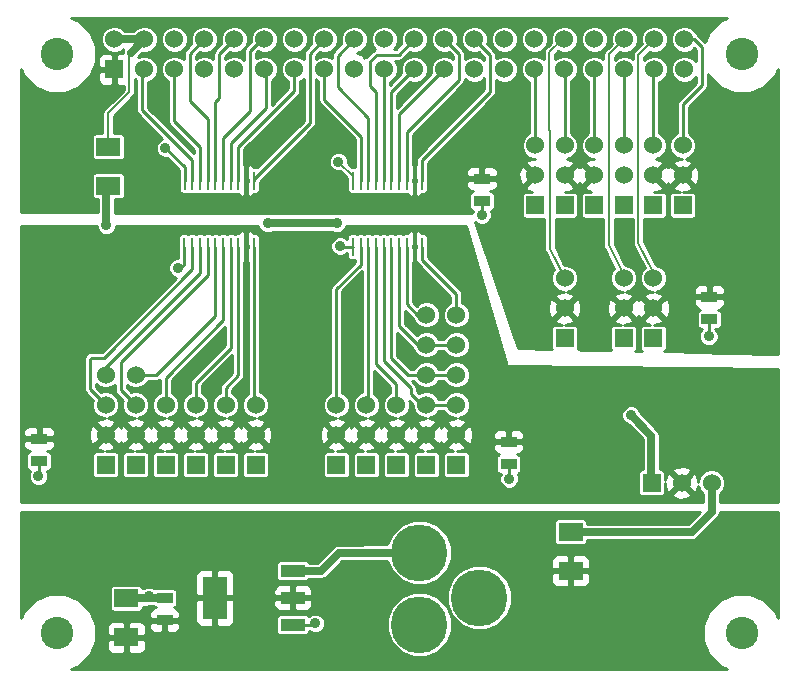
<source format=gtl>
G04 (created by PCBNEW (2013-04-19 BZR 4011)-stable) date 02/09/2014 13:09:43*
%MOIN*%
G04 Gerber Fmt 3.4, Leading zero omitted, Abs format*
%FSLAX34Y34*%
G01*
G70*
G90*
G04 APERTURE LIST*
%ADD10C,0*%
%ADD11R,0.06X0.06*%
%ADD12C,0.06*%
%ADD13R,0.08X0.06*%
%ADD14R,0.00984252X0.0610236*%
%ADD15R,0.08X0.144*%
%ADD16R,0.08X0.04*%
%ADD17C,0.189*%
%ADD18R,0.055X0.035*%
%ADD19C,0.108268*%
%ADD20C,0.035*%
%ADD21C,0.01*%
%ADD22C,0.025*%
%ADD23C,0.008*%
G04 APERTURE END LIST*
G54D10*
G54D11*
X4007Y-15070D03*
G54D12*
X4007Y-14070D03*
X4007Y-13070D03*
X4007Y-12070D03*
G54D11*
X5007Y-15070D03*
G54D12*
X5007Y-14070D03*
X5007Y-13070D03*
G54D11*
X7007Y-15070D03*
G54D12*
X7007Y-14070D03*
X7007Y-13070D03*
G54D11*
X10696Y-15070D03*
G54D12*
X10696Y-14070D03*
X10696Y-13070D03*
G54D11*
X12696Y-15070D03*
G54D12*
X12696Y-14070D03*
X12696Y-13070D03*
G54D11*
X8007Y-15070D03*
G54D12*
X8007Y-14070D03*
X8007Y-13070D03*
G54D11*
X11696Y-15070D03*
G54D12*
X11696Y-14070D03*
X11696Y-13070D03*
G54D11*
X14696Y-15070D03*
G54D12*
X14696Y-14070D03*
X14696Y-13070D03*
X14696Y-12070D03*
X14696Y-11070D03*
X14696Y-10070D03*
G54D13*
X18503Y-18602D03*
X18503Y-17302D03*
G54D11*
X3007Y-15070D03*
G54D12*
X3007Y-14070D03*
X3007Y-13070D03*
X3007Y-12070D03*
G54D11*
X6007Y-15070D03*
G54D12*
X6007Y-14070D03*
X6007Y-13070D03*
G54D11*
X13696Y-15070D03*
G54D12*
X13696Y-14070D03*
X13696Y-13070D03*
X13696Y-12070D03*
X13696Y-11070D03*
X13696Y-10070D03*
G54D14*
X11240Y-7795D03*
X11505Y-7795D03*
X11761Y-7795D03*
X12017Y-7795D03*
X12273Y-7795D03*
X12529Y-7795D03*
X12785Y-7795D03*
X13041Y-7795D03*
X13297Y-7795D03*
X13553Y-7795D03*
X13553Y-5590D03*
X13297Y-5590D03*
X13041Y-5590D03*
X12785Y-5590D03*
X12529Y-5590D03*
X12273Y-5590D03*
X12017Y-5590D03*
X11761Y-5590D03*
X11505Y-5590D03*
X11250Y-5590D03*
X5629Y-7795D03*
X5895Y-7795D03*
X6151Y-7795D03*
X6407Y-7795D03*
X6663Y-7795D03*
X6919Y-7795D03*
X7175Y-7795D03*
X7431Y-7795D03*
X7687Y-7795D03*
X7942Y-7795D03*
X7942Y-5590D03*
X7687Y-5590D03*
X7431Y-5590D03*
X7175Y-5590D03*
X6919Y-5590D03*
X6663Y-5590D03*
X6407Y-5590D03*
X6151Y-5590D03*
X5895Y-5590D03*
X5639Y-5590D03*
G54D15*
X6650Y-19500D03*
G54D16*
X9250Y-19500D03*
X9250Y-18600D03*
X9250Y-20400D03*
G54D13*
X3691Y-20817D03*
X3691Y-19517D03*
X3090Y-4468D03*
X3090Y-5768D03*
G54D17*
X13464Y-20393D03*
X13464Y-17993D03*
X15464Y-19493D03*
G54D18*
X4971Y-20246D03*
X4971Y-19496D03*
X15551Y-5530D03*
X15551Y-6280D03*
X23129Y-9467D03*
X23129Y-10217D03*
X787Y-14941D03*
X787Y-14191D03*
X16437Y-15040D03*
X16437Y-14290D03*
G54D11*
X17322Y-6413D03*
G54D12*
X17322Y-5413D03*
X17322Y-4413D03*
G54D11*
X18307Y-6413D03*
G54D12*
X18307Y-5413D03*
X18307Y-4413D03*
G54D11*
X19291Y-6413D03*
G54D12*
X19291Y-5413D03*
X19291Y-4413D03*
G54D11*
X20275Y-6413D03*
G54D12*
X20275Y-5413D03*
X20275Y-4413D03*
G54D11*
X21259Y-6413D03*
G54D12*
X21259Y-5413D03*
X21259Y-4413D03*
G54D11*
X18307Y-10842D03*
G54D12*
X18307Y-9842D03*
X18307Y-8842D03*
G54D11*
X20275Y-10842D03*
G54D12*
X20275Y-9842D03*
X20275Y-8842D03*
G54D11*
X21259Y-10842D03*
G54D12*
X21259Y-9842D03*
X21259Y-8842D03*
G54D11*
X22244Y-6413D03*
G54D12*
X22244Y-5413D03*
X22244Y-4413D03*
G54D11*
X3295Y-1877D03*
G54D12*
X3295Y-877D03*
X8295Y-1877D03*
X4295Y-877D03*
X9295Y-1877D03*
X5295Y-877D03*
X10295Y-1877D03*
X6295Y-877D03*
X11295Y-1877D03*
X7295Y-877D03*
X12295Y-1877D03*
X8295Y-877D03*
X13295Y-1877D03*
X9295Y-877D03*
X14295Y-1877D03*
X10295Y-877D03*
X15295Y-1877D03*
X11295Y-877D03*
X16295Y-1877D03*
X12295Y-877D03*
X17295Y-1877D03*
X13295Y-877D03*
X18295Y-1877D03*
X14295Y-877D03*
X15295Y-877D03*
X19295Y-1877D03*
X16295Y-877D03*
X18295Y-877D03*
X19295Y-877D03*
X20295Y-877D03*
X21295Y-877D03*
X20295Y-1877D03*
X21295Y-1877D03*
X4295Y-1877D03*
X5295Y-1877D03*
X6295Y-1877D03*
X7295Y-1877D03*
X22295Y-1877D03*
X22295Y-877D03*
X17295Y-877D03*
G54D11*
X21204Y-15669D03*
G54D12*
X22204Y-15669D03*
X23204Y-15669D03*
G54D19*
X24212Y-20669D03*
X1377Y-20669D03*
X24212Y-1377D03*
X1377Y-1377D03*
G54D20*
X10157Y-3464D03*
X4440Y-19450D03*
X10000Y-20350D03*
X767Y-15452D03*
X23110Y-10787D03*
X10826Y-7775D03*
X15551Y-6732D03*
X16456Y-15531D03*
X5413Y-8503D03*
X10767Y-4960D03*
X5000Y-4507D03*
X8410Y-7020D03*
X3031Y-7086D03*
X10710Y-7020D03*
X20520Y-13410D03*
G54D21*
X7175Y-7795D02*
X7175Y-11171D01*
X6007Y-12338D02*
X6007Y-13070D01*
X7175Y-11171D02*
X6007Y-12338D01*
X6919Y-7795D02*
X6919Y-10246D01*
X5007Y-12157D02*
X5007Y-13070D01*
X6919Y-10246D02*
X5007Y-12157D01*
X11505Y-7795D02*
X11505Y-8395D01*
X10696Y-9204D02*
X10696Y-13070D01*
X11505Y-8395D02*
X10696Y-9204D01*
X7942Y-7795D02*
X7942Y-13005D01*
X7942Y-13005D02*
X8007Y-13070D01*
X11761Y-7795D02*
X11761Y-13005D01*
X11761Y-13005D02*
X11696Y-13070D01*
X12017Y-7795D02*
X12017Y-11702D01*
X12696Y-12381D02*
X12696Y-13070D01*
X12017Y-11702D02*
X12696Y-12381D01*
X7431Y-7795D02*
X7431Y-12076D01*
X7007Y-12500D02*
X7007Y-13070D01*
X7431Y-12076D02*
X7007Y-12500D01*
X6663Y-7795D02*
X6663Y-10108D01*
X4700Y-12070D02*
X4007Y-12070D01*
X6663Y-10108D02*
X4700Y-12070D01*
X6151Y-7795D02*
X6151Y-8671D01*
X3007Y-11814D02*
X3007Y-12070D01*
X6151Y-8671D02*
X3007Y-11814D01*
X5895Y-7795D02*
X5895Y-8553D01*
X2480Y-12543D02*
X3007Y-13070D01*
X2480Y-11555D02*
X2480Y-12543D01*
X2539Y-11496D02*
X2480Y-11555D01*
X2952Y-11496D02*
X2539Y-11496D01*
X5895Y-8553D02*
X2952Y-11496D01*
X13041Y-7795D02*
X13041Y-9714D01*
X13397Y-10070D02*
X13696Y-10070D01*
X13041Y-9714D02*
X13397Y-10070D01*
X13553Y-7795D02*
X13553Y-8238D01*
X14696Y-9381D02*
X14696Y-10070D01*
X13553Y-8238D02*
X14696Y-9381D01*
X13696Y-12070D02*
X14696Y-12070D01*
X12529Y-7795D02*
X12529Y-11505D01*
X13094Y-12070D02*
X13696Y-12070D01*
X12529Y-11505D02*
X13094Y-12070D01*
X13696Y-13070D02*
X14696Y-13070D01*
X12273Y-7795D02*
X12273Y-11604D01*
X13543Y-13070D02*
X13696Y-13070D01*
X13169Y-12696D02*
X13543Y-13070D01*
X13169Y-12500D02*
X13169Y-12696D01*
X12273Y-11604D02*
X13169Y-12500D01*
X12785Y-7795D02*
X12785Y-10442D01*
X13413Y-11070D02*
X13696Y-11070D01*
X12785Y-10442D02*
X13413Y-11070D01*
X13696Y-11070D02*
X14696Y-11070D01*
X6407Y-7795D02*
X6407Y-8750D01*
X3503Y-12566D02*
X4007Y-13070D01*
X3503Y-11653D02*
X3503Y-12566D01*
X6407Y-8750D02*
X3503Y-11653D01*
G54D22*
X4971Y-19496D02*
X4486Y-19496D01*
X4372Y-19517D02*
X4440Y-19450D01*
X4372Y-19517D02*
X3691Y-19517D01*
X4486Y-19496D02*
X4440Y-19450D01*
G54D21*
X9250Y-20400D02*
X9950Y-20400D01*
X9950Y-20400D02*
X10000Y-20350D01*
X787Y-14941D02*
X787Y-15433D01*
X787Y-15433D02*
X767Y-15452D01*
X23129Y-10217D02*
X23129Y-10767D01*
X23129Y-10767D02*
X23110Y-10787D01*
X11240Y-7795D02*
X10846Y-7795D01*
X10846Y-7795D02*
X10826Y-7775D01*
X15551Y-6280D02*
X15551Y-6732D01*
X16437Y-15040D02*
X16437Y-15511D01*
X16437Y-15511D02*
X16456Y-15531D01*
X3792Y-19527D02*
X3870Y-19448D01*
X3928Y-19506D02*
X3870Y-19448D01*
X5629Y-7795D02*
X5629Y-8385D01*
X5511Y-8503D02*
X5413Y-8503D01*
X5629Y-8385D02*
X5511Y-8503D01*
G54D23*
X18295Y-877D02*
X18236Y-877D01*
X17814Y-7858D02*
X18307Y-8842D01*
X17814Y-3917D02*
X17814Y-7858D01*
X17795Y-3897D02*
X17814Y-3917D01*
X17795Y-1318D02*
X17795Y-3897D01*
X18236Y-877D02*
X17795Y-1318D01*
G54D21*
X19291Y-4413D02*
X19291Y-1881D01*
X19291Y-1881D02*
X19295Y-1877D01*
G54D23*
X20275Y-8842D02*
X20275Y-8740D01*
X19783Y-1389D02*
X20295Y-877D01*
X19783Y-7755D02*
X19783Y-1389D01*
X20275Y-8740D02*
X19783Y-7755D01*
G54D21*
X7175Y-5590D02*
X7175Y-4340D01*
X8346Y-1929D02*
X8295Y-1877D01*
X8346Y-3169D02*
X8346Y-1929D01*
X7175Y-4340D02*
X8346Y-3169D01*
X8295Y-877D02*
X8216Y-877D01*
X6919Y-4183D02*
X6919Y-5590D01*
X7834Y-3267D02*
X6919Y-4183D01*
X7834Y-1259D02*
X7834Y-3267D01*
X8216Y-877D02*
X7834Y-1259D01*
X20275Y-4413D02*
X20275Y-1897D01*
X20275Y-1897D02*
X20295Y-1877D01*
G54D23*
X21259Y-8842D02*
X21259Y-8641D01*
X20767Y-1405D02*
X21295Y-877D01*
X20767Y-7657D02*
X20767Y-1405D01*
X21259Y-8641D02*
X20767Y-7657D01*
G54D21*
X22244Y-4413D02*
X22244Y-3051D01*
X22610Y-877D02*
X22295Y-877D01*
X22874Y-1141D02*
X22610Y-877D01*
X22874Y-2421D02*
X22874Y-1141D01*
X22244Y-3051D02*
X22874Y-2421D01*
X11505Y-5590D02*
X11505Y-4124D01*
X10295Y-2913D02*
X10295Y-1877D01*
X11505Y-4124D02*
X10295Y-2913D01*
X7942Y-5590D02*
X7942Y-5541D01*
X9803Y-1370D02*
X10295Y-877D01*
X9803Y-3681D02*
X9803Y-1370D01*
X7942Y-5541D02*
X9803Y-3681D01*
X11761Y-5590D02*
X11761Y-3494D01*
X10748Y-1425D02*
X11295Y-877D01*
X10748Y-2480D02*
X10748Y-1425D01*
X11761Y-3494D02*
X10748Y-2480D01*
X12017Y-5590D02*
X12017Y-2627D01*
X12775Y-1397D02*
X13295Y-877D01*
X12047Y-1397D02*
X12775Y-1397D01*
X11830Y-1614D02*
X12047Y-1397D01*
X11830Y-2440D02*
X11830Y-1614D01*
X12017Y-2627D02*
X11830Y-2440D01*
X21259Y-4413D02*
X21259Y-1913D01*
X21259Y-1913D02*
X21295Y-1877D01*
X7431Y-5590D02*
X7431Y-4458D01*
X9295Y-2594D02*
X9295Y-1877D01*
X7431Y-4458D02*
X9295Y-2594D01*
G54D23*
X11250Y-5442D02*
X11250Y-5590D01*
X10767Y-4960D02*
X11250Y-5442D01*
G54D21*
X5639Y-5147D02*
X5639Y-5590D01*
X5000Y-4507D02*
X5639Y-5147D01*
X17322Y-4413D02*
X17322Y-1905D01*
X17322Y-1905D02*
X17295Y-1877D01*
X18307Y-4413D02*
X18307Y-1889D01*
X18307Y-1889D02*
X18295Y-1877D01*
G54D22*
X3846Y-1326D02*
X4295Y-877D01*
X3295Y-877D02*
X4295Y-877D01*
G54D23*
X3090Y-4468D02*
X3090Y-3346D01*
X3799Y-1374D02*
X3846Y-1326D01*
X3799Y-2637D02*
X3799Y-1374D01*
X3090Y-3346D02*
X3799Y-2637D01*
G54D22*
X3031Y-7086D02*
X3031Y-5827D01*
X3031Y-5827D02*
X3090Y-5768D01*
X10710Y-7020D02*
X8410Y-7020D01*
X21200Y-14090D02*
X20520Y-13410D01*
X21200Y-15700D02*
X21200Y-14090D01*
G54D21*
X6663Y-5590D02*
X6663Y-2982D01*
X6791Y-1381D02*
X7295Y-877D01*
X6791Y-2854D02*
X6791Y-1381D01*
X6663Y-2982D02*
X6791Y-2854D01*
X6151Y-5590D02*
X6151Y-4478D01*
X5295Y-3622D02*
X5295Y-1877D01*
X6151Y-4478D02*
X5295Y-3622D01*
X5895Y-5590D02*
X5895Y-4911D01*
X4232Y-1940D02*
X4295Y-1877D01*
X4232Y-3248D02*
X4232Y-1940D01*
X5895Y-4911D02*
X4232Y-3248D01*
X13041Y-5590D02*
X13041Y-3986D01*
X14783Y-1366D02*
X14295Y-877D01*
X14783Y-2244D02*
X14783Y-1366D01*
X13041Y-3986D02*
X14783Y-2244D01*
X13553Y-5590D02*
X13553Y-4911D01*
X15826Y-1409D02*
X15295Y-877D01*
X15826Y-2637D02*
X15826Y-1409D01*
X13553Y-4911D02*
X15826Y-2637D01*
X12529Y-5590D02*
X12529Y-2643D01*
X12529Y-2643D02*
X13295Y-1877D01*
X12273Y-5590D02*
X12273Y-1899D01*
X12273Y-1899D02*
X12295Y-1877D01*
X12785Y-5590D02*
X12785Y-3387D01*
X12785Y-3387D02*
X14295Y-1877D01*
X6407Y-5590D02*
X6407Y-3553D01*
X5807Y-1366D02*
X6295Y-877D01*
X5807Y-2952D02*
X5807Y-1366D01*
X6407Y-3553D02*
X5807Y-2952D01*
G54D22*
X18503Y-17302D02*
X22539Y-17302D01*
X23204Y-16637D02*
X23204Y-15669D01*
X22539Y-17302D02*
X23204Y-16637D01*
X13464Y-17993D02*
X10780Y-18000D01*
X10180Y-18600D02*
X9250Y-18600D01*
X10780Y-18000D02*
X10180Y-18600D01*
G54D10*
G36*
X11371Y-1883D02*
X11300Y-1954D01*
X11295Y-1948D01*
X11289Y-1954D01*
X11218Y-1883D01*
X11224Y-1877D01*
X11218Y-1872D01*
X11289Y-1801D01*
X11295Y-1807D01*
X11300Y-1801D01*
X11371Y-1872D01*
X11365Y-1877D01*
X11371Y-1883D01*
X11371Y-1883D01*
G37*
G54D21*
X11371Y-1883D02*
X11300Y-1954D01*
X11295Y-1948D01*
X11289Y-1954D01*
X11218Y-1883D01*
X11224Y-1877D01*
X11218Y-1872D01*
X11289Y-1801D01*
X11295Y-1807D01*
X11300Y-1801D01*
X11371Y-1872D01*
X11365Y-1877D01*
X11371Y-1883D01*
G54D10*
G36*
X20351Y-5418D02*
X20281Y-5489D01*
X20275Y-5484D01*
X20270Y-5489D01*
X20199Y-5418D01*
X20204Y-5413D01*
X20199Y-5407D01*
X20270Y-5337D01*
X20275Y-5342D01*
X20281Y-5337D01*
X20351Y-5407D01*
X20346Y-5413D01*
X20351Y-5418D01*
X20351Y-5418D01*
G37*
G54D21*
X20351Y-5418D02*
X20281Y-5489D01*
X20275Y-5484D01*
X20270Y-5489D01*
X20199Y-5418D01*
X20204Y-5413D01*
X20199Y-5407D01*
X20270Y-5337D01*
X20275Y-5342D01*
X20281Y-5337D01*
X20351Y-5407D01*
X20346Y-5413D01*
X20351Y-5418D01*
G54D10*
G36*
X25420Y-11363D02*
X23654Y-11326D01*
X23654Y-9692D01*
X23654Y-9243D01*
X23616Y-9151D01*
X23546Y-9080D01*
X23454Y-9042D01*
X23355Y-9042D01*
X23242Y-9042D01*
X23179Y-9105D01*
X23179Y-9417D01*
X23592Y-9417D01*
X23654Y-9355D01*
X23654Y-9243D01*
X23654Y-9692D01*
X23654Y-9580D01*
X23592Y-9517D01*
X23179Y-9517D01*
X23179Y-9525D01*
X23079Y-9525D01*
X23079Y-9517D01*
X23079Y-9417D01*
X23079Y-9105D01*
X23017Y-9042D01*
X22904Y-9042D01*
X22804Y-9042D01*
X22798Y-9045D01*
X22798Y-5495D01*
X22787Y-5276D01*
X22725Y-5125D01*
X22630Y-5098D01*
X22314Y-5413D01*
X22630Y-5728D01*
X22725Y-5701D01*
X22798Y-5495D01*
X22798Y-9045D01*
X22713Y-9080D01*
X22694Y-9099D01*
X22694Y-6683D01*
X22694Y-6083D01*
X22671Y-6028D01*
X22629Y-5986D01*
X22574Y-5963D01*
X22514Y-5963D01*
X22258Y-5963D01*
X22380Y-5957D01*
X22531Y-5894D01*
X22559Y-5799D01*
X22244Y-5484D01*
X22173Y-5554D01*
X22173Y-5413D01*
X21858Y-5098D01*
X21762Y-5125D01*
X21752Y-5153D01*
X21745Y-5135D01*
X21745Y-1788D01*
X21676Y-1623D01*
X21550Y-1496D01*
X21385Y-1428D01*
X21206Y-1427D01*
X21040Y-1496D01*
X20957Y-1579D01*
X20957Y-1484D01*
X21140Y-1301D01*
X21205Y-1327D01*
X21384Y-1328D01*
X21549Y-1259D01*
X21676Y-1133D01*
X21745Y-967D01*
X21745Y-788D01*
X21676Y-623D01*
X21550Y-496D01*
X21385Y-428D01*
X21206Y-427D01*
X21040Y-496D01*
X20914Y-622D01*
X20845Y-788D01*
X20845Y-967D01*
X20872Y-1032D01*
X20633Y-1271D01*
X20592Y-1332D01*
X20577Y-1405D01*
X20577Y-1523D01*
X20550Y-1496D01*
X20385Y-1428D01*
X20206Y-1427D01*
X20040Y-1496D01*
X19973Y-1563D01*
X19973Y-1468D01*
X20140Y-1301D01*
X20205Y-1327D01*
X20384Y-1328D01*
X20549Y-1259D01*
X20676Y-1133D01*
X20745Y-967D01*
X20745Y-788D01*
X20676Y-623D01*
X20550Y-496D01*
X20385Y-428D01*
X20206Y-427D01*
X20040Y-496D01*
X19914Y-622D01*
X19845Y-788D01*
X19845Y-967D01*
X19872Y-1032D01*
X19745Y-1159D01*
X19745Y-788D01*
X19676Y-623D01*
X19550Y-496D01*
X19385Y-428D01*
X19206Y-427D01*
X19040Y-496D01*
X18914Y-622D01*
X18845Y-788D01*
X18845Y-967D01*
X18913Y-1132D01*
X19040Y-1259D01*
X19205Y-1327D01*
X19384Y-1328D01*
X19549Y-1259D01*
X19676Y-1133D01*
X19745Y-967D01*
X19745Y-788D01*
X19745Y-1159D01*
X19649Y-1255D01*
X19607Y-1317D01*
X19593Y-1389D01*
X19593Y-1539D01*
X19550Y-1496D01*
X19385Y-1428D01*
X19206Y-1427D01*
X19040Y-1496D01*
X18914Y-1622D01*
X18845Y-1788D01*
X18845Y-1967D01*
X18913Y-2132D01*
X19040Y-2259D01*
X19091Y-2280D01*
X19091Y-4009D01*
X19036Y-4031D01*
X18910Y-4158D01*
X18841Y-4323D01*
X18841Y-4502D01*
X18909Y-4667D01*
X19036Y-4794D01*
X19201Y-4863D01*
X19277Y-4863D01*
X19154Y-4869D01*
X19003Y-4932D01*
X18976Y-5027D01*
X19291Y-5342D01*
X19296Y-5337D01*
X19367Y-5407D01*
X19362Y-5413D01*
X19367Y-5418D01*
X19296Y-5489D01*
X19291Y-5484D01*
X19220Y-5554D01*
X19220Y-5413D01*
X18905Y-5098D01*
X18810Y-5125D01*
X18800Y-5153D01*
X18788Y-5125D01*
X18692Y-5098D01*
X18377Y-5413D01*
X18692Y-5728D01*
X18788Y-5701D01*
X18798Y-5673D01*
X18810Y-5701D01*
X18905Y-5728D01*
X19220Y-5413D01*
X19220Y-5554D01*
X18976Y-5799D01*
X19003Y-5894D01*
X19196Y-5963D01*
X18961Y-5963D01*
X18906Y-5986D01*
X18864Y-6028D01*
X18841Y-6083D01*
X18841Y-6143D01*
X18841Y-6743D01*
X18864Y-6798D01*
X18906Y-6840D01*
X18961Y-6863D01*
X19021Y-6863D01*
X19593Y-6863D01*
X19593Y-7755D01*
X19594Y-7762D01*
X19593Y-7769D01*
X19601Y-7798D01*
X19607Y-7828D01*
X19611Y-7834D01*
X19613Y-7840D01*
X19956Y-8525D01*
X19894Y-8587D01*
X19825Y-8752D01*
X19825Y-8931D01*
X19893Y-9097D01*
X20020Y-9223D01*
X20185Y-9292D01*
X20262Y-9292D01*
X20138Y-9298D01*
X19987Y-9361D01*
X19960Y-9456D01*
X20275Y-9771D01*
X20590Y-9456D01*
X20563Y-9361D01*
X20367Y-9291D01*
X20530Y-9224D01*
X20656Y-9097D01*
X20725Y-8932D01*
X20725Y-8753D01*
X20657Y-8587D01*
X20530Y-8461D01*
X20365Y-8392D01*
X20314Y-8392D01*
X19973Y-7710D01*
X19973Y-6863D01*
X20005Y-6863D01*
X20577Y-6863D01*
X20577Y-7657D01*
X20579Y-7664D01*
X20578Y-7671D01*
X20586Y-7700D01*
X20592Y-7730D01*
X20596Y-7735D01*
X20597Y-7742D01*
X20973Y-8492D01*
X20878Y-8587D01*
X20809Y-8752D01*
X20809Y-8931D01*
X20878Y-9097D01*
X21004Y-9223D01*
X21169Y-9292D01*
X21246Y-9292D01*
X21123Y-9298D01*
X20971Y-9361D01*
X20944Y-9456D01*
X21259Y-9771D01*
X21575Y-9456D01*
X21547Y-9361D01*
X21351Y-9291D01*
X21514Y-9224D01*
X21641Y-9097D01*
X21709Y-8932D01*
X21709Y-8753D01*
X21641Y-8587D01*
X21515Y-8461D01*
X21349Y-8392D01*
X21348Y-8392D01*
X20957Y-7612D01*
X20957Y-6863D01*
X20989Y-6863D01*
X21589Y-6863D01*
X21644Y-6840D01*
X21686Y-6798D01*
X21709Y-6743D01*
X21709Y-6683D01*
X21709Y-6083D01*
X21687Y-6028D01*
X21644Y-5986D01*
X21589Y-5963D01*
X21530Y-5963D01*
X21274Y-5963D01*
X21396Y-5957D01*
X21547Y-5894D01*
X21575Y-5799D01*
X21259Y-5484D01*
X21254Y-5489D01*
X21183Y-5418D01*
X21189Y-5413D01*
X21183Y-5407D01*
X21254Y-5337D01*
X21259Y-5342D01*
X21575Y-5027D01*
X21547Y-4932D01*
X21351Y-4862D01*
X21514Y-4795D01*
X21641Y-4668D01*
X21709Y-4503D01*
X21709Y-4324D01*
X21641Y-4158D01*
X21515Y-4032D01*
X21459Y-4009D01*
X21459Y-2296D01*
X21549Y-2259D01*
X21676Y-2133D01*
X21745Y-1967D01*
X21745Y-1788D01*
X21745Y-5135D01*
X21741Y-5125D01*
X21645Y-5098D01*
X21330Y-5413D01*
X21645Y-5728D01*
X21741Y-5701D01*
X21751Y-5673D01*
X21762Y-5701D01*
X21858Y-5728D01*
X22173Y-5413D01*
X22173Y-5554D01*
X21928Y-5799D01*
X21956Y-5894D01*
X22148Y-5963D01*
X21914Y-5963D01*
X21859Y-5986D01*
X21817Y-6028D01*
X21794Y-6083D01*
X21794Y-6143D01*
X21794Y-6743D01*
X21816Y-6798D01*
X21859Y-6840D01*
X21914Y-6863D01*
X21973Y-6863D01*
X22573Y-6863D01*
X22628Y-6840D01*
X22671Y-6798D01*
X22694Y-6743D01*
X22694Y-6683D01*
X22694Y-9099D01*
X22642Y-9151D01*
X22604Y-9243D01*
X22604Y-9355D01*
X22667Y-9417D01*
X23079Y-9417D01*
X23079Y-9517D01*
X22667Y-9517D01*
X22604Y-9580D01*
X22604Y-9692D01*
X22642Y-9783D01*
X22713Y-9854D01*
X22804Y-9892D01*
X22825Y-9892D01*
X22825Y-9892D01*
X22770Y-9915D01*
X22727Y-9957D01*
X22704Y-10012D01*
X22704Y-10072D01*
X22704Y-10422D01*
X22727Y-10477D01*
X22769Y-10519D01*
X22824Y-10542D01*
X22884Y-10542D01*
X22895Y-10542D01*
X22834Y-10603D01*
X22785Y-10722D01*
X22785Y-10851D01*
X22834Y-10971D01*
X22925Y-11062D01*
X23045Y-11112D01*
X23174Y-11112D01*
X23294Y-11063D01*
X23385Y-10971D01*
X23435Y-10852D01*
X23435Y-10723D01*
X23385Y-10603D01*
X23329Y-10547D01*
X23329Y-10542D01*
X23434Y-10542D01*
X23489Y-10519D01*
X23532Y-10477D01*
X23554Y-10422D01*
X23554Y-10362D01*
X23554Y-10012D01*
X23532Y-9957D01*
X23490Y-9915D01*
X23434Y-9892D01*
X23404Y-9892D01*
X23454Y-9892D01*
X23546Y-9854D01*
X23616Y-9783D01*
X23654Y-9692D01*
X23654Y-11326D01*
X21814Y-11287D01*
X21814Y-9924D01*
X21803Y-9705D01*
X21741Y-9554D01*
X21645Y-9527D01*
X21330Y-9842D01*
X21645Y-10157D01*
X21741Y-10130D01*
X21814Y-9924D01*
X21814Y-11287D01*
X21611Y-11283D01*
X21644Y-11269D01*
X21686Y-11227D01*
X21709Y-11172D01*
X21709Y-11112D01*
X21709Y-10512D01*
X21687Y-10457D01*
X21644Y-10415D01*
X21589Y-10392D01*
X21530Y-10392D01*
X21274Y-10392D01*
X21396Y-10386D01*
X21547Y-10323D01*
X21575Y-10228D01*
X21259Y-9913D01*
X21189Y-9983D01*
X21189Y-9842D01*
X20873Y-9527D01*
X20778Y-9554D01*
X20768Y-9582D01*
X20756Y-9554D01*
X20661Y-9527D01*
X20346Y-9842D01*
X20661Y-10157D01*
X20756Y-10130D01*
X20766Y-10102D01*
X20778Y-10130D01*
X20873Y-10157D01*
X21189Y-9842D01*
X21189Y-9983D01*
X20944Y-10228D01*
X20971Y-10323D01*
X21164Y-10392D01*
X20930Y-10392D01*
X20874Y-10415D01*
X20832Y-10457D01*
X20809Y-10512D01*
X20809Y-10572D01*
X20809Y-11172D01*
X20832Y-11227D01*
X20873Y-11267D01*
X20666Y-11263D01*
X20702Y-11227D01*
X20725Y-11172D01*
X20725Y-11112D01*
X20725Y-10512D01*
X20702Y-10457D01*
X20660Y-10415D01*
X20605Y-10392D01*
X20545Y-10392D01*
X20289Y-10392D01*
X20412Y-10386D01*
X20563Y-10323D01*
X20590Y-10228D01*
X20275Y-9913D01*
X20204Y-9983D01*
X20204Y-9842D01*
X19889Y-9527D01*
X19794Y-9554D01*
X19720Y-9760D01*
X19731Y-9979D01*
X19794Y-10130D01*
X19889Y-10157D01*
X20204Y-9842D01*
X20204Y-9983D01*
X19960Y-10228D01*
X19987Y-10323D01*
X20180Y-10392D01*
X19945Y-10392D01*
X19890Y-10415D01*
X19848Y-10457D01*
X19825Y-10512D01*
X19825Y-10572D01*
X19825Y-11172D01*
X19848Y-11227D01*
X19867Y-11246D01*
X18861Y-11225D01*
X18861Y-9924D01*
X18850Y-9705D01*
X18788Y-9554D01*
X18757Y-9545D01*
X18757Y-8753D01*
X18688Y-8587D01*
X18562Y-8461D01*
X18396Y-8392D01*
X18294Y-8392D01*
X18004Y-7813D01*
X18004Y-6863D01*
X18036Y-6863D01*
X18636Y-6863D01*
X18691Y-6840D01*
X18734Y-6798D01*
X18757Y-6743D01*
X18757Y-6683D01*
X18757Y-6083D01*
X18734Y-6028D01*
X18692Y-5986D01*
X18637Y-5963D01*
X18577Y-5963D01*
X18321Y-5963D01*
X18443Y-5957D01*
X18594Y-5894D01*
X18622Y-5799D01*
X18307Y-5484D01*
X18301Y-5489D01*
X18230Y-5418D01*
X18236Y-5413D01*
X18230Y-5407D01*
X18301Y-5337D01*
X18307Y-5342D01*
X18622Y-5027D01*
X18594Y-4932D01*
X18399Y-4862D01*
X18561Y-4795D01*
X18688Y-4668D01*
X18757Y-4503D01*
X18757Y-4324D01*
X18688Y-4158D01*
X18562Y-4032D01*
X18507Y-4009D01*
X18507Y-2277D01*
X18549Y-2259D01*
X18676Y-2133D01*
X18745Y-1967D01*
X18745Y-1788D01*
X18676Y-1623D01*
X18550Y-1496D01*
X18385Y-1428D01*
X18206Y-1427D01*
X18040Y-1496D01*
X17985Y-1551D01*
X17985Y-1397D01*
X18099Y-1283D01*
X18205Y-1327D01*
X18384Y-1328D01*
X18549Y-1259D01*
X18676Y-1133D01*
X18745Y-967D01*
X18745Y-788D01*
X18676Y-623D01*
X18550Y-496D01*
X18385Y-428D01*
X18206Y-427D01*
X18040Y-496D01*
X17914Y-622D01*
X17845Y-788D01*
X17845Y-967D01*
X17854Y-990D01*
X17745Y-1100D01*
X17745Y-788D01*
X17676Y-623D01*
X17550Y-496D01*
X17385Y-428D01*
X17206Y-427D01*
X17040Y-496D01*
X16914Y-622D01*
X16845Y-788D01*
X16845Y-967D01*
X16913Y-1132D01*
X17040Y-1259D01*
X17205Y-1327D01*
X17384Y-1328D01*
X17549Y-1259D01*
X17676Y-1133D01*
X17745Y-967D01*
X17745Y-788D01*
X17745Y-1100D01*
X17660Y-1184D01*
X17619Y-1246D01*
X17605Y-1318D01*
X17605Y-1551D01*
X17550Y-1496D01*
X17385Y-1428D01*
X17206Y-1427D01*
X17040Y-1496D01*
X16914Y-1622D01*
X16845Y-1788D01*
X16845Y-1967D01*
X16913Y-2132D01*
X17040Y-2259D01*
X17122Y-2293D01*
X17122Y-4009D01*
X17068Y-4031D01*
X16941Y-4158D01*
X16872Y-4323D01*
X16872Y-4502D01*
X16941Y-4667D01*
X17067Y-4794D01*
X17232Y-4863D01*
X17309Y-4863D01*
X17186Y-4869D01*
X17034Y-4932D01*
X17007Y-5027D01*
X17322Y-5342D01*
X17328Y-5337D01*
X17399Y-5407D01*
X17393Y-5413D01*
X17399Y-5418D01*
X17328Y-5489D01*
X17322Y-5484D01*
X17252Y-5554D01*
X17252Y-5413D01*
X16936Y-5098D01*
X16841Y-5125D01*
X16768Y-5331D01*
X16778Y-5550D01*
X16841Y-5701D01*
X16936Y-5728D01*
X17252Y-5413D01*
X17252Y-5554D01*
X17007Y-5799D01*
X17034Y-5894D01*
X17227Y-5963D01*
X16993Y-5963D01*
X16937Y-5986D01*
X16895Y-6028D01*
X16872Y-6083D01*
X16872Y-6143D01*
X16872Y-6743D01*
X16895Y-6798D01*
X16937Y-6840D01*
X16992Y-6863D01*
X17052Y-6863D01*
X17624Y-6863D01*
X17624Y-7858D01*
X17626Y-7865D01*
X17625Y-7871D01*
X17633Y-7901D01*
X17639Y-7930D01*
X17643Y-7936D01*
X17645Y-7943D01*
X17953Y-8559D01*
X17925Y-8587D01*
X17857Y-8752D01*
X17857Y-8931D01*
X17925Y-9097D01*
X18051Y-9223D01*
X18217Y-9292D01*
X18293Y-9292D01*
X18170Y-9298D01*
X18019Y-9361D01*
X17991Y-9456D01*
X18307Y-9771D01*
X18622Y-9456D01*
X18594Y-9361D01*
X18399Y-9291D01*
X18561Y-9224D01*
X18688Y-9097D01*
X18757Y-8932D01*
X18757Y-8753D01*
X18757Y-9545D01*
X18692Y-9527D01*
X18377Y-9842D01*
X18692Y-10157D01*
X18788Y-10130D01*
X18861Y-9924D01*
X18861Y-11225D01*
X18736Y-11222D01*
X18757Y-11172D01*
X18757Y-11112D01*
X18757Y-10512D01*
X18734Y-10457D01*
X18692Y-10415D01*
X18637Y-10392D01*
X18577Y-10392D01*
X18321Y-10392D01*
X18443Y-10386D01*
X18594Y-10323D01*
X18622Y-10228D01*
X18307Y-9913D01*
X18236Y-9983D01*
X18236Y-9842D01*
X17921Y-9527D01*
X17825Y-9554D01*
X17752Y-9760D01*
X17763Y-9979D01*
X17825Y-10130D01*
X17921Y-10157D01*
X18236Y-9842D01*
X18236Y-9983D01*
X17991Y-10228D01*
X18019Y-10323D01*
X18211Y-10392D01*
X17977Y-10392D01*
X17922Y-10415D01*
X17879Y-10457D01*
X17857Y-10512D01*
X17857Y-10572D01*
X17857Y-11172D01*
X17870Y-11204D01*
X16745Y-11180D01*
X16745Y-1788D01*
X16745Y-788D01*
X16676Y-623D01*
X16550Y-496D01*
X16385Y-428D01*
X16206Y-427D01*
X16040Y-496D01*
X15914Y-622D01*
X15845Y-788D01*
X15845Y-967D01*
X15913Y-1132D01*
X16040Y-1259D01*
X16205Y-1327D01*
X16384Y-1328D01*
X16549Y-1259D01*
X16676Y-1133D01*
X16745Y-967D01*
X16745Y-788D01*
X16745Y-1788D01*
X16676Y-1623D01*
X16550Y-1496D01*
X16385Y-1428D01*
X16206Y-1427D01*
X16040Y-1496D01*
X16026Y-1510D01*
X16026Y-1409D01*
X16014Y-1345D01*
X16011Y-1332D01*
X16011Y-1332D01*
X15968Y-1268D01*
X15722Y-1022D01*
X15745Y-967D01*
X15745Y-788D01*
X15676Y-623D01*
X15550Y-496D01*
X15385Y-428D01*
X15206Y-427D01*
X15040Y-496D01*
X14914Y-622D01*
X14845Y-788D01*
X14845Y-967D01*
X14913Y-1132D01*
X15040Y-1259D01*
X15205Y-1327D01*
X15384Y-1328D01*
X15439Y-1305D01*
X15626Y-1492D01*
X15626Y-1573D01*
X15550Y-1496D01*
X15385Y-1428D01*
X15206Y-1427D01*
X15040Y-1496D01*
X14983Y-1553D01*
X14983Y-1366D01*
X14983Y-1366D01*
X14968Y-1289D01*
X14968Y-1289D01*
X14953Y-1268D01*
X14924Y-1224D01*
X14924Y-1224D01*
X14722Y-1022D01*
X14745Y-967D01*
X14745Y-788D01*
X14676Y-623D01*
X14550Y-496D01*
X14385Y-428D01*
X14206Y-427D01*
X14040Y-496D01*
X13914Y-622D01*
X13845Y-788D01*
X13845Y-967D01*
X13913Y-1132D01*
X14040Y-1259D01*
X14205Y-1327D01*
X14384Y-1328D01*
X14439Y-1305D01*
X14583Y-1448D01*
X14583Y-1529D01*
X14550Y-1496D01*
X14385Y-1428D01*
X14206Y-1427D01*
X14040Y-1496D01*
X13914Y-1622D01*
X13845Y-1788D01*
X13845Y-1967D01*
X13868Y-2022D01*
X12729Y-3160D01*
X12729Y-2726D01*
X13150Y-2305D01*
X13205Y-2327D01*
X13384Y-2328D01*
X13549Y-2259D01*
X13676Y-2133D01*
X13745Y-1967D01*
X13745Y-1788D01*
X13676Y-1623D01*
X13550Y-1496D01*
X13385Y-1428D01*
X13206Y-1427D01*
X13040Y-1496D01*
X12914Y-1622D01*
X12845Y-1788D01*
X12845Y-1967D01*
X12868Y-2022D01*
X12473Y-2416D01*
X12473Y-2291D01*
X12549Y-2259D01*
X12676Y-2133D01*
X12745Y-1967D01*
X12745Y-1788D01*
X12676Y-1623D01*
X12651Y-1597D01*
X12775Y-1597D01*
X12852Y-1582D01*
X12917Y-1539D01*
X13150Y-1305D01*
X13205Y-1327D01*
X13384Y-1328D01*
X13549Y-1259D01*
X13676Y-1133D01*
X13745Y-967D01*
X13745Y-788D01*
X13676Y-623D01*
X13550Y-496D01*
X13385Y-428D01*
X13206Y-427D01*
X13040Y-496D01*
X12914Y-622D01*
X12845Y-788D01*
X12845Y-967D01*
X12868Y-1022D01*
X12692Y-1197D01*
X12611Y-1197D01*
X12676Y-1133D01*
X12745Y-967D01*
X12745Y-788D01*
X12676Y-623D01*
X12550Y-496D01*
X12385Y-428D01*
X12206Y-427D01*
X12040Y-496D01*
X11914Y-622D01*
X11845Y-788D01*
X11845Y-967D01*
X11913Y-1132D01*
X11989Y-1209D01*
X11970Y-1212D01*
X11949Y-1227D01*
X11905Y-1256D01*
X11689Y-1472D01*
X11686Y-1477D01*
X11655Y-1446D01*
X11610Y-1492D01*
X11583Y-1396D01*
X11387Y-1326D01*
X11549Y-1259D01*
X11676Y-1133D01*
X11745Y-967D01*
X11745Y-788D01*
X11676Y-623D01*
X11550Y-496D01*
X11385Y-428D01*
X11206Y-427D01*
X11040Y-496D01*
X10914Y-622D01*
X10845Y-788D01*
X10845Y-967D01*
X10868Y-1022D01*
X10606Y-1283D01*
X10563Y-1348D01*
X10548Y-1425D01*
X10548Y-1495D01*
X10385Y-1428D01*
X10206Y-1427D01*
X10040Y-1496D01*
X10003Y-1533D01*
X10003Y-1452D01*
X10150Y-1305D01*
X10205Y-1327D01*
X10384Y-1328D01*
X10549Y-1259D01*
X10676Y-1133D01*
X10745Y-967D01*
X10745Y-788D01*
X10676Y-623D01*
X10550Y-496D01*
X10385Y-428D01*
X10206Y-427D01*
X10040Y-496D01*
X9914Y-622D01*
X9845Y-788D01*
X9845Y-967D01*
X9868Y-1022D01*
X9745Y-1145D01*
X9745Y-788D01*
X9676Y-623D01*
X9550Y-496D01*
X9385Y-428D01*
X9206Y-427D01*
X9040Y-496D01*
X8914Y-622D01*
X8845Y-788D01*
X8845Y-967D01*
X8913Y-1132D01*
X9040Y-1259D01*
X9205Y-1327D01*
X9384Y-1328D01*
X9549Y-1259D01*
X9676Y-1133D01*
X9745Y-967D01*
X9745Y-788D01*
X9745Y-1145D01*
X9661Y-1228D01*
X9618Y-1293D01*
X9603Y-1370D01*
X9603Y-1549D01*
X9550Y-1496D01*
X9385Y-1428D01*
X9206Y-1427D01*
X9040Y-1496D01*
X8914Y-1622D01*
X8845Y-1788D01*
X8845Y-1967D01*
X8913Y-2132D01*
X9040Y-2259D01*
X9095Y-2282D01*
X9095Y-2511D01*
X8546Y-3060D01*
X8546Y-2261D01*
X8549Y-2259D01*
X8676Y-2133D01*
X8745Y-1967D01*
X8745Y-1788D01*
X8676Y-1623D01*
X8550Y-1496D01*
X8385Y-1428D01*
X8206Y-1427D01*
X8040Y-1496D01*
X8034Y-1502D01*
X8034Y-1342D01*
X8095Y-1282D01*
X8205Y-1327D01*
X8384Y-1328D01*
X8549Y-1259D01*
X8676Y-1133D01*
X8745Y-967D01*
X8745Y-788D01*
X8676Y-623D01*
X8550Y-496D01*
X8385Y-428D01*
X8206Y-427D01*
X8040Y-496D01*
X7914Y-622D01*
X7845Y-788D01*
X7845Y-966D01*
X7693Y-1118D01*
X7649Y-1183D01*
X7634Y-1259D01*
X7634Y-1580D01*
X7550Y-1496D01*
X7385Y-1428D01*
X7206Y-1427D01*
X7040Y-1496D01*
X6991Y-1545D01*
X6991Y-1464D01*
X7150Y-1305D01*
X7205Y-1327D01*
X7384Y-1328D01*
X7549Y-1259D01*
X7676Y-1133D01*
X7745Y-967D01*
X7745Y-788D01*
X7676Y-623D01*
X7550Y-496D01*
X7385Y-428D01*
X7206Y-427D01*
X7040Y-496D01*
X6914Y-622D01*
X6845Y-788D01*
X6845Y-967D01*
X6868Y-1022D01*
X6649Y-1240D01*
X6606Y-1305D01*
X6591Y-1381D01*
X6591Y-1537D01*
X6550Y-1496D01*
X6385Y-1428D01*
X6206Y-1427D01*
X6040Y-1496D01*
X6007Y-1529D01*
X6007Y-1448D01*
X6150Y-1305D01*
X6205Y-1327D01*
X6384Y-1328D01*
X6549Y-1259D01*
X6676Y-1133D01*
X6745Y-967D01*
X6745Y-788D01*
X6676Y-623D01*
X6550Y-496D01*
X6385Y-428D01*
X6206Y-427D01*
X6040Y-496D01*
X5914Y-622D01*
X5845Y-788D01*
X5845Y-967D01*
X5868Y-1022D01*
X5745Y-1145D01*
X5745Y-788D01*
X5676Y-623D01*
X5550Y-496D01*
X5385Y-428D01*
X5206Y-427D01*
X5040Y-496D01*
X4914Y-622D01*
X4845Y-788D01*
X4845Y-967D01*
X4913Y-1132D01*
X5040Y-1259D01*
X5205Y-1327D01*
X5384Y-1328D01*
X5549Y-1259D01*
X5676Y-1133D01*
X5745Y-967D01*
X5745Y-788D01*
X5745Y-1145D01*
X5665Y-1224D01*
X5622Y-1289D01*
X5607Y-1366D01*
X5607Y-1553D01*
X5550Y-1496D01*
X5385Y-1428D01*
X5206Y-1427D01*
X5040Y-1496D01*
X4914Y-1622D01*
X4845Y-1788D01*
X4845Y-1967D01*
X4913Y-2132D01*
X5040Y-2259D01*
X5095Y-2282D01*
X5095Y-3622D01*
X5110Y-3698D01*
X5153Y-3763D01*
X5951Y-4561D01*
X5951Y-4684D01*
X4432Y-3165D01*
X4432Y-2308D01*
X4549Y-2259D01*
X4676Y-2133D01*
X4745Y-1967D01*
X4745Y-1788D01*
X4676Y-1623D01*
X4550Y-1496D01*
X4385Y-1428D01*
X4206Y-1427D01*
X4083Y-1478D01*
X4234Y-1327D01*
X4384Y-1328D01*
X4549Y-1259D01*
X4676Y-1133D01*
X4745Y-967D01*
X4745Y-788D01*
X4676Y-623D01*
X4550Y-496D01*
X4385Y-428D01*
X4206Y-427D01*
X4040Y-496D01*
X3933Y-602D01*
X3656Y-602D01*
X3550Y-496D01*
X3385Y-428D01*
X3206Y-427D01*
X3040Y-496D01*
X2914Y-622D01*
X2845Y-788D01*
X2845Y-967D01*
X2913Y-1132D01*
X3040Y-1259D01*
X3205Y-1327D01*
X3384Y-1328D01*
X3549Y-1259D01*
X3601Y-1208D01*
X3592Y-1221D01*
X3571Y-1326D01*
X3571Y-1327D01*
X3407Y-1327D01*
X3345Y-1390D01*
X3345Y-1827D01*
X3353Y-1827D01*
X3353Y-1927D01*
X3345Y-1927D01*
X3345Y-2365D01*
X3407Y-2427D01*
X3609Y-2427D01*
X3609Y-2559D01*
X3245Y-2923D01*
X3245Y-2365D01*
X3245Y-1927D01*
X3245Y-1827D01*
X3245Y-1390D01*
X3182Y-1327D01*
X2945Y-1327D01*
X2853Y-1365D01*
X2783Y-1436D01*
X2745Y-1528D01*
X2745Y-1627D01*
X2745Y-1765D01*
X2807Y-1827D01*
X3245Y-1827D01*
X3245Y-1927D01*
X2807Y-1927D01*
X2745Y-1990D01*
X2745Y-2128D01*
X2745Y-2227D01*
X2783Y-2319D01*
X2853Y-2390D01*
X2945Y-2427D01*
X3182Y-2427D01*
X3245Y-2365D01*
X3245Y-2923D01*
X2956Y-3212D01*
X2915Y-3273D01*
X2900Y-3346D01*
X2900Y-4018D01*
X2660Y-4018D01*
X2605Y-4040D01*
X2563Y-4083D01*
X2540Y-4138D01*
X2540Y-4197D01*
X2540Y-4797D01*
X2563Y-4852D01*
X2605Y-4895D01*
X2660Y-4918D01*
X2720Y-4918D01*
X3520Y-4918D01*
X3575Y-4895D01*
X3617Y-4853D01*
X3640Y-4798D01*
X3640Y-4738D01*
X3640Y-4138D01*
X3617Y-4083D01*
X3575Y-4041D01*
X3520Y-4018D01*
X3460Y-4018D01*
X3280Y-4018D01*
X3280Y-3425D01*
X3933Y-2772D01*
X3933Y-2772D01*
X3933Y-2772D01*
X3974Y-2710D01*
X3989Y-2637D01*
X3989Y-2208D01*
X4032Y-2251D01*
X4032Y-3248D01*
X4047Y-3324D01*
X4090Y-3389D01*
X4899Y-4197D01*
X4816Y-4232D01*
X4724Y-4323D01*
X4675Y-4442D01*
X4674Y-4572D01*
X4724Y-4691D01*
X4815Y-4783D01*
X4935Y-4832D01*
X5042Y-4832D01*
X5439Y-5230D01*
X5439Y-5590D01*
X5440Y-5594D01*
X5440Y-5925D01*
X5463Y-5980D01*
X5505Y-6022D01*
X5560Y-6045D01*
X5620Y-6045D01*
X5718Y-6045D01*
X5767Y-6025D01*
X5816Y-6045D01*
X5876Y-6045D01*
X5974Y-6045D01*
X6023Y-6025D01*
X6072Y-6045D01*
X6132Y-6045D01*
X6230Y-6045D01*
X6279Y-6025D01*
X6328Y-6045D01*
X6387Y-6045D01*
X6486Y-6045D01*
X6535Y-6025D01*
X6584Y-6045D01*
X6643Y-6045D01*
X6742Y-6045D01*
X6791Y-6025D01*
X6840Y-6045D01*
X6899Y-6045D01*
X6998Y-6045D01*
X7047Y-6025D01*
X7096Y-6045D01*
X7155Y-6045D01*
X7254Y-6045D01*
X7303Y-6025D01*
X7351Y-6045D01*
X7411Y-6045D01*
X7434Y-6045D01*
X7496Y-6107D01*
X7588Y-6145D01*
X7599Y-6145D01*
X7662Y-6083D01*
X7662Y-5640D01*
X7637Y-5640D01*
X7637Y-5540D01*
X7662Y-5540D01*
X7662Y-5097D01*
X7631Y-5066D01*
X7631Y-4541D01*
X9436Y-2735D01*
X9480Y-2671D01*
X9480Y-2671D01*
X9482Y-2658D01*
X9495Y-2594D01*
X9495Y-2594D01*
X9495Y-2282D01*
X9549Y-2259D01*
X9603Y-2206D01*
X9603Y-3598D01*
X8053Y-5148D01*
X8022Y-5135D01*
X7962Y-5135D01*
X7939Y-5135D01*
X7877Y-5073D01*
X7785Y-5035D01*
X7774Y-5035D01*
X7711Y-5097D01*
X7711Y-5540D01*
X7736Y-5540D01*
X7736Y-5640D01*
X7711Y-5640D01*
X7711Y-6083D01*
X7774Y-6145D01*
X7785Y-6145D01*
X7877Y-6107D01*
X7939Y-6045D01*
X8021Y-6045D01*
X8076Y-6022D01*
X8119Y-5980D01*
X8142Y-5925D01*
X8142Y-5865D01*
X8142Y-5624D01*
X9944Y-3822D01*
X9987Y-3757D01*
X9987Y-3757D01*
X10003Y-3681D01*
X10003Y-2222D01*
X10040Y-2259D01*
X10095Y-2282D01*
X10095Y-2913D01*
X10110Y-2989D01*
X10153Y-3054D01*
X11305Y-4206D01*
X11305Y-5135D01*
X11269Y-5135D01*
X11211Y-5135D01*
X11092Y-5016D01*
X11092Y-4896D01*
X11043Y-4776D01*
X10952Y-4685D01*
X10832Y-4635D01*
X10703Y-4635D01*
X10583Y-4684D01*
X10492Y-4776D01*
X10442Y-4895D01*
X10442Y-5024D01*
X10492Y-5144D01*
X10583Y-5235D01*
X10702Y-5285D01*
X10824Y-5285D01*
X11050Y-5512D01*
X11050Y-5925D01*
X11073Y-5980D01*
X11115Y-6022D01*
X11170Y-6045D01*
X11230Y-6045D01*
X11328Y-6045D01*
X11378Y-6025D01*
X11426Y-6045D01*
X11486Y-6045D01*
X11584Y-6045D01*
X11633Y-6025D01*
X11682Y-6045D01*
X11742Y-6045D01*
X11840Y-6045D01*
X11889Y-6025D01*
X11938Y-6045D01*
X11998Y-6045D01*
X12096Y-6045D01*
X12145Y-6025D01*
X12194Y-6045D01*
X12254Y-6045D01*
X12352Y-6045D01*
X12401Y-6025D01*
X12450Y-6045D01*
X12510Y-6045D01*
X12608Y-6045D01*
X12657Y-6025D01*
X12706Y-6045D01*
X12765Y-6045D01*
X12864Y-6045D01*
X12913Y-6025D01*
X12962Y-6045D01*
X13021Y-6045D01*
X13044Y-6045D01*
X13106Y-6107D01*
X13198Y-6145D01*
X13210Y-6145D01*
X13272Y-6083D01*
X13272Y-5640D01*
X13248Y-5640D01*
X13248Y-5540D01*
X13272Y-5540D01*
X13272Y-5097D01*
X13241Y-5066D01*
X13241Y-4069D01*
X14924Y-2385D01*
X14968Y-2320D01*
X14983Y-2244D01*
X14983Y-2202D01*
X15040Y-2259D01*
X15205Y-2327D01*
X15384Y-2328D01*
X15549Y-2259D01*
X15626Y-2182D01*
X15626Y-2554D01*
X13411Y-4769D01*
X13368Y-4834D01*
X13353Y-4911D01*
X13353Y-5066D01*
X13321Y-5097D01*
X13321Y-5540D01*
X13346Y-5540D01*
X13346Y-5640D01*
X13321Y-5640D01*
X13321Y-6083D01*
X13384Y-6145D01*
X13395Y-6145D01*
X13487Y-6107D01*
X13550Y-6045D01*
X13632Y-6045D01*
X13687Y-6022D01*
X13729Y-5980D01*
X13752Y-5925D01*
X13752Y-5865D01*
X13752Y-5594D01*
X13753Y-5590D01*
X13753Y-4994D01*
X15968Y-2779D01*
X16011Y-2714D01*
X16011Y-2714D01*
X16014Y-2701D01*
X16026Y-2637D01*
X16026Y-2637D01*
X16026Y-2245D01*
X16040Y-2259D01*
X16205Y-2327D01*
X16384Y-2328D01*
X16549Y-2259D01*
X16676Y-2133D01*
X16745Y-1967D01*
X16745Y-1788D01*
X16745Y-11180D01*
X16736Y-11180D01*
X15334Y-6975D01*
X15366Y-7007D01*
X15486Y-7057D01*
X15615Y-7057D01*
X15735Y-7007D01*
X15826Y-6916D01*
X15876Y-6797D01*
X15876Y-6667D01*
X15850Y-6605D01*
X15855Y-6605D01*
X15911Y-6582D01*
X15953Y-6540D01*
X15976Y-6485D01*
X15976Y-6425D01*
X15976Y-6075D01*
X15953Y-6020D01*
X15911Y-5978D01*
X15856Y-5955D01*
X15826Y-5955D01*
X15876Y-5955D01*
X15967Y-5917D01*
X16038Y-5846D01*
X16076Y-5755D01*
X16076Y-5306D01*
X16038Y-5214D01*
X15967Y-5143D01*
X15876Y-5105D01*
X15776Y-5105D01*
X15663Y-5105D01*
X15601Y-5168D01*
X15601Y-5480D01*
X16013Y-5480D01*
X16076Y-5418D01*
X16076Y-5306D01*
X16076Y-5755D01*
X16076Y-5643D01*
X16013Y-5580D01*
X15601Y-5580D01*
X15601Y-5588D01*
X15501Y-5588D01*
X15501Y-5580D01*
X15501Y-5480D01*
X15501Y-5168D01*
X15438Y-5105D01*
X15325Y-5105D01*
X15226Y-5105D01*
X15134Y-5143D01*
X15064Y-5214D01*
X15026Y-5306D01*
X15026Y-5418D01*
X15088Y-5480D01*
X15501Y-5480D01*
X15501Y-5580D01*
X15088Y-5580D01*
X15026Y-5643D01*
X15026Y-5755D01*
X15064Y-5846D01*
X15134Y-5917D01*
X15226Y-5955D01*
X15246Y-5955D01*
X15246Y-5955D01*
X15191Y-5978D01*
X15149Y-6020D01*
X15126Y-6075D01*
X15126Y-6135D01*
X15126Y-6485D01*
X15148Y-6540D01*
X15191Y-6582D01*
X15246Y-6605D01*
X15251Y-6605D01*
X15226Y-6667D01*
X15226Y-6680D01*
X3306Y-6656D01*
X3306Y-6218D01*
X3520Y-6218D01*
X3575Y-6195D01*
X3617Y-6153D01*
X3640Y-6098D01*
X3640Y-6038D01*
X3640Y-5438D01*
X3617Y-5383D01*
X3575Y-5341D01*
X3520Y-5318D01*
X3460Y-5318D01*
X2660Y-5318D01*
X2605Y-5340D01*
X2563Y-5383D01*
X2540Y-5438D01*
X2540Y-5497D01*
X2540Y-6097D01*
X2563Y-6152D01*
X2605Y-6195D01*
X2660Y-6218D01*
X2720Y-6218D01*
X2756Y-6218D01*
X2756Y-6655D01*
X169Y-6650D01*
X169Y-1857D01*
X275Y-2113D01*
X640Y-2479D01*
X1118Y-2677D01*
X1635Y-2678D01*
X2113Y-2480D01*
X2479Y-2115D01*
X2677Y-1637D01*
X2678Y-1120D01*
X2480Y-642D01*
X2115Y-276D01*
X1858Y-169D01*
X23732Y-169D01*
X23477Y-275D01*
X23111Y-640D01*
X22977Y-962D01*
X22751Y-736D01*
X22713Y-710D01*
X22676Y-623D01*
X22550Y-496D01*
X22385Y-428D01*
X22206Y-427D01*
X22040Y-496D01*
X21914Y-622D01*
X21845Y-788D01*
X21845Y-967D01*
X21913Y-1132D01*
X22040Y-1259D01*
X22205Y-1327D01*
X22384Y-1328D01*
X22549Y-1259D01*
X22629Y-1180D01*
X22674Y-1224D01*
X22674Y-1620D01*
X22550Y-1496D01*
X22385Y-1428D01*
X22206Y-1427D01*
X22040Y-1496D01*
X21914Y-1622D01*
X21845Y-1788D01*
X21845Y-1967D01*
X21913Y-2132D01*
X22040Y-2259D01*
X22205Y-2327D01*
X22384Y-2328D01*
X22549Y-2259D01*
X22674Y-2135D01*
X22674Y-2338D01*
X22102Y-2909D01*
X22059Y-2974D01*
X22044Y-3051D01*
X22044Y-4009D01*
X21989Y-4031D01*
X21862Y-4158D01*
X21794Y-4323D01*
X21794Y-4502D01*
X21862Y-4667D01*
X21988Y-4794D01*
X22154Y-4863D01*
X22230Y-4863D01*
X22107Y-4869D01*
X21956Y-4932D01*
X21928Y-5027D01*
X22244Y-5342D01*
X22559Y-5027D01*
X22531Y-4932D01*
X22336Y-4862D01*
X22498Y-4795D01*
X22625Y-4668D01*
X22694Y-4503D01*
X22694Y-4324D01*
X22625Y-4158D01*
X22499Y-4032D01*
X22444Y-4009D01*
X22444Y-3134D01*
X23015Y-2562D01*
X23015Y-2562D01*
X23044Y-2519D01*
X23058Y-2497D01*
X23058Y-2497D01*
X23074Y-2421D01*
X23074Y-2421D01*
X23074Y-2026D01*
X23109Y-2113D01*
X23475Y-2479D01*
X23952Y-2677D01*
X24470Y-2678D01*
X24948Y-2480D01*
X25314Y-2115D01*
X25420Y-1858D01*
X25420Y-11363D01*
X25420Y-11363D01*
G37*
G54D21*
X25420Y-11363D02*
X23654Y-11326D01*
X23654Y-9692D01*
X23654Y-9243D01*
X23616Y-9151D01*
X23546Y-9080D01*
X23454Y-9042D01*
X23355Y-9042D01*
X23242Y-9042D01*
X23179Y-9105D01*
X23179Y-9417D01*
X23592Y-9417D01*
X23654Y-9355D01*
X23654Y-9243D01*
X23654Y-9692D01*
X23654Y-9580D01*
X23592Y-9517D01*
X23179Y-9517D01*
X23179Y-9525D01*
X23079Y-9525D01*
X23079Y-9517D01*
X23079Y-9417D01*
X23079Y-9105D01*
X23017Y-9042D01*
X22904Y-9042D01*
X22804Y-9042D01*
X22798Y-9045D01*
X22798Y-5495D01*
X22787Y-5276D01*
X22725Y-5125D01*
X22630Y-5098D01*
X22314Y-5413D01*
X22630Y-5728D01*
X22725Y-5701D01*
X22798Y-5495D01*
X22798Y-9045D01*
X22713Y-9080D01*
X22694Y-9099D01*
X22694Y-6683D01*
X22694Y-6083D01*
X22671Y-6028D01*
X22629Y-5986D01*
X22574Y-5963D01*
X22514Y-5963D01*
X22258Y-5963D01*
X22380Y-5957D01*
X22531Y-5894D01*
X22559Y-5799D01*
X22244Y-5484D01*
X22173Y-5554D01*
X22173Y-5413D01*
X21858Y-5098D01*
X21762Y-5125D01*
X21752Y-5153D01*
X21745Y-5135D01*
X21745Y-1788D01*
X21676Y-1623D01*
X21550Y-1496D01*
X21385Y-1428D01*
X21206Y-1427D01*
X21040Y-1496D01*
X20957Y-1579D01*
X20957Y-1484D01*
X21140Y-1301D01*
X21205Y-1327D01*
X21384Y-1328D01*
X21549Y-1259D01*
X21676Y-1133D01*
X21745Y-967D01*
X21745Y-788D01*
X21676Y-623D01*
X21550Y-496D01*
X21385Y-428D01*
X21206Y-427D01*
X21040Y-496D01*
X20914Y-622D01*
X20845Y-788D01*
X20845Y-967D01*
X20872Y-1032D01*
X20633Y-1271D01*
X20592Y-1332D01*
X20577Y-1405D01*
X20577Y-1523D01*
X20550Y-1496D01*
X20385Y-1428D01*
X20206Y-1427D01*
X20040Y-1496D01*
X19973Y-1563D01*
X19973Y-1468D01*
X20140Y-1301D01*
X20205Y-1327D01*
X20384Y-1328D01*
X20549Y-1259D01*
X20676Y-1133D01*
X20745Y-967D01*
X20745Y-788D01*
X20676Y-623D01*
X20550Y-496D01*
X20385Y-428D01*
X20206Y-427D01*
X20040Y-496D01*
X19914Y-622D01*
X19845Y-788D01*
X19845Y-967D01*
X19872Y-1032D01*
X19745Y-1159D01*
X19745Y-788D01*
X19676Y-623D01*
X19550Y-496D01*
X19385Y-428D01*
X19206Y-427D01*
X19040Y-496D01*
X18914Y-622D01*
X18845Y-788D01*
X18845Y-967D01*
X18913Y-1132D01*
X19040Y-1259D01*
X19205Y-1327D01*
X19384Y-1328D01*
X19549Y-1259D01*
X19676Y-1133D01*
X19745Y-967D01*
X19745Y-788D01*
X19745Y-1159D01*
X19649Y-1255D01*
X19607Y-1317D01*
X19593Y-1389D01*
X19593Y-1539D01*
X19550Y-1496D01*
X19385Y-1428D01*
X19206Y-1427D01*
X19040Y-1496D01*
X18914Y-1622D01*
X18845Y-1788D01*
X18845Y-1967D01*
X18913Y-2132D01*
X19040Y-2259D01*
X19091Y-2280D01*
X19091Y-4009D01*
X19036Y-4031D01*
X18910Y-4158D01*
X18841Y-4323D01*
X18841Y-4502D01*
X18909Y-4667D01*
X19036Y-4794D01*
X19201Y-4863D01*
X19277Y-4863D01*
X19154Y-4869D01*
X19003Y-4932D01*
X18976Y-5027D01*
X19291Y-5342D01*
X19296Y-5337D01*
X19367Y-5407D01*
X19362Y-5413D01*
X19367Y-5418D01*
X19296Y-5489D01*
X19291Y-5484D01*
X19220Y-5554D01*
X19220Y-5413D01*
X18905Y-5098D01*
X18810Y-5125D01*
X18800Y-5153D01*
X18788Y-5125D01*
X18692Y-5098D01*
X18377Y-5413D01*
X18692Y-5728D01*
X18788Y-5701D01*
X18798Y-5673D01*
X18810Y-5701D01*
X18905Y-5728D01*
X19220Y-5413D01*
X19220Y-5554D01*
X18976Y-5799D01*
X19003Y-5894D01*
X19196Y-5963D01*
X18961Y-5963D01*
X18906Y-5986D01*
X18864Y-6028D01*
X18841Y-6083D01*
X18841Y-6143D01*
X18841Y-6743D01*
X18864Y-6798D01*
X18906Y-6840D01*
X18961Y-6863D01*
X19021Y-6863D01*
X19593Y-6863D01*
X19593Y-7755D01*
X19594Y-7762D01*
X19593Y-7769D01*
X19601Y-7798D01*
X19607Y-7828D01*
X19611Y-7834D01*
X19613Y-7840D01*
X19956Y-8525D01*
X19894Y-8587D01*
X19825Y-8752D01*
X19825Y-8931D01*
X19893Y-9097D01*
X20020Y-9223D01*
X20185Y-9292D01*
X20262Y-9292D01*
X20138Y-9298D01*
X19987Y-9361D01*
X19960Y-9456D01*
X20275Y-9771D01*
X20590Y-9456D01*
X20563Y-9361D01*
X20367Y-9291D01*
X20530Y-9224D01*
X20656Y-9097D01*
X20725Y-8932D01*
X20725Y-8753D01*
X20657Y-8587D01*
X20530Y-8461D01*
X20365Y-8392D01*
X20314Y-8392D01*
X19973Y-7710D01*
X19973Y-6863D01*
X20005Y-6863D01*
X20577Y-6863D01*
X20577Y-7657D01*
X20579Y-7664D01*
X20578Y-7671D01*
X20586Y-7700D01*
X20592Y-7730D01*
X20596Y-7735D01*
X20597Y-7742D01*
X20973Y-8492D01*
X20878Y-8587D01*
X20809Y-8752D01*
X20809Y-8931D01*
X20878Y-9097D01*
X21004Y-9223D01*
X21169Y-9292D01*
X21246Y-9292D01*
X21123Y-9298D01*
X20971Y-9361D01*
X20944Y-9456D01*
X21259Y-9771D01*
X21575Y-9456D01*
X21547Y-9361D01*
X21351Y-9291D01*
X21514Y-9224D01*
X21641Y-9097D01*
X21709Y-8932D01*
X21709Y-8753D01*
X21641Y-8587D01*
X21515Y-8461D01*
X21349Y-8392D01*
X21348Y-8392D01*
X20957Y-7612D01*
X20957Y-6863D01*
X20989Y-6863D01*
X21589Y-6863D01*
X21644Y-6840D01*
X21686Y-6798D01*
X21709Y-6743D01*
X21709Y-6683D01*
X21709Y-6083D01*
X21687Y-6028D01*
X21644Y-5986D01*
X21589Y-5963D01*
X21530Y-5963D01*
X21274Y-5963D01*
X21396Y-5957D01*
X21547Y-5894D01*
X21575Y-5799D01*
X21259Y-5484D01*
X21254Y-5489D01*
X21183Y-5418D01*
X21189Y-5413D01*
X21183Y-5407D01*
X21254Y-5337D01*
X21259Y-5342D01*
X21575Y-5027D01*
X21547Y-4932D01*
X21351Y-4862D01*
X21514Y-4795D01*
X21641Y-4668D01*
X21709Y-4503D01*
X21709Y-4324D01*
X21641Y-4158D01*
X21515Y-4032D01*
X21459Y-4009D01*
X21459Y-2296D01*
X21549Y-2259D01*
X21676Y-2133D01*
X21745Y-1967D01*
X21745Y-1788D01*
X21745Y-5135D01*
X21741Y-5125D01*
X21645Y-5098D01*
X21330Y-5413D01*
X21645Y-5728D01*
X21741Y-5701D01*
X21751Y-5673D01*
X21762Y-5701D01*
X21858Y-5728D01*
X22173Y-5413D01*
X22173Y-5554D01*
X21928Y-5799D01*
X21956Y-5894D01*
X22148Y-5963D01*
X21914Y-5963D01*
X21859Y-5986D01*
X21817Y-6028D01*
X21794Y-6083D01*
X21794Y-6143D01*
X21794Y-6743D01*
X21816Y-6798D01*
X21859Y-6840D01*
X21914Y-6863D01*
X21973Y-6863D01*
X22573Y-6863D01*
X22628Y-6840D01*
X22671Y-6798D01*
X22694Y-6743D01*
X22694Y-6683D01*
X22694Y-9099D01*
X22642Y-9151D01*
X22604Y-9243D01*
X22604Y-9355D01*
X22667Y-9417D01*
X23079Y-9417D01*
X23079Y-9517D01*
X22667Y-9517D01*
X22604Y-9580D01*
X22604Y-9692D01*
X22642Y-9783D01*
X22713Y-9854D01*
X22804Y-9892D01*
X22825Y-9892D01*
X22825Y-9892D01*
X22770Y-9915D01*
X22727Y-9957D01*
X22704Y-10012D01*
X22704Y-10072D01*
X22704Y-10422D01*
X22727Y-10477D01*
X22769Y-10519D01*
X22824Y-10542D01*
X22884Y-10542D01*
X22895Y-10542D01*
X22834Y-10603D01*
X22785Y-10722D01*
X22785Y-10851D01*
X22834Y-10971D01*
X22925Y-11062D01*
X23045Y-11112D01*
X23174Y-11112D01*
X23294Y-11063D01*
X23385Y-10971D01*
X23435Y-10852D01*
X23435Y-10723D01*
X23385Y-10603D01*
X23329Y-10547D01*
X23329Y-10542D01*
X23434Y-10542D01*
X23489Y-10519D01*
X23532Y-10477D01*
X23554Y-10422D01*
X23554Y-10362D01*
X23554Y-10012D01*
X23532Y-9957D01*
X23490Y-9915D01*
X23434Y-9892D01*
X23404Y-9892D01*
X23454Y-9892D01*
X23546Y-9854D01*
X23616Y-9783D01*
X23654Y-9692D01*
X23654Y-11326D01*
X21814Y-11287D01*
X21814Y-9924D01*
X21803Y-9705D01*
X21741Y-9554D01*
X21645Y-9527D01*
X21330Y-9842D01*
X21645Y-10157D01*
X21741Y-10130D01*
X21814Y-9924D01*
X21814Y-11287D01*
X21611Y-11283D01*
X21644Y-11269D01*
X21686Y-11227D01*
X21709Y-11172D01*
X21709Y-11112D01*
X21709Y-10512D01*
X21687Y-10457D01*
X21644Y-10415D01*
X21589Y-10392D01*
X21530Y-10392D01*
X21274Y-10392D01*
X21396Y-10386D01*
X21547Y-10323D01*
X21575Y-10228D01*
X21259Y-9913D01*
X21189Y-9983D01*
X21189Y-9842D01*
X20873Y-9527D01*
X20778Y-9554D01*
X20768Y-9582D01*
X20756Y-9554D01*
X20661Y-9527D01*
X20346Y-9842D01*
X20661Y-10157D01*
X20756Y-10130D01*
X20766Y-10102D01*
X20778Y-10130D01*
X20873Y-10157D01*
X21189Y-9842D01*
X21189Y-9983D01*
X20944Y-10228D01*
X20971Y-10323D01*
X21164Y-10392D01*
X20930Y-10392D01*
X20874Y-10415D01*
X20832Y-10457D01*
X20809Y-10512D01*
X20809Y-10572D01*
X20809Y-11172D01*
X20832Y-11227D01*
X20873Y-11267D01*
X20666Y-11263D01*
X20702Y-11227D01*
X20725Y-11172D01*
X20725Y-11112D01*
X20725Y-10512D01*
X20702Y-10457D01*
X20660Y-10415D01*
X20605Y-10392D01*
X20545Y-10392D01*
X20289Y-10392D01*
X20412Y-10386D01*
X20563Y-10323D01*
X20590Y-10228D01*
X20275Y-9913D01*
X20204Y-9983D01*
X20204Y-9842D01*
X19889Y-9527D01*
X19794Y-9554D01*
X19720Y-9760D01*
X19731Y-9979D01*
X19794Y-10130D01*
X19889Y-10157D01*
X20204Y-9842D01*
X20204Y-9983D01*
X19960Y-10228D01*
X19987Y-10323D01*
X20180Y-10392D01*
X19945Y-10392D01*
X19890Y-10415D01*
X19848Y-10457D01*
X19825Y-10512D01*
X19825Y-10572D01*
X19825Y-11172D01*
X19848Y-11227D01*
X19867Y-11246D01*
X18861Y-11225D01*
X18861Y-9924D01*
X18850Y-9705D01*
X18788Y-9554D01*
X18757Y-9545D01*
X18757Y-8753D01*
X18688Y-8587D01*
X18562Y-8461D01*
X18396Y-8392D01*
X18294Y-8392D01*
X18004Y-7813D01*
X18004Y-6863D01*
X18036Y-6863D01*
X18636Y-6863D01*
X18691Y-6840D01*
X18734Y-6798D01*
X18757Y-6743D01*
X18757Y-6683D01*
X18757Y-6083D01*
X18734Y-6028D01*
X18692Y-5986D01*
X18637Y-5963D01*
X18577Y-5963D01*
X18321Y-5963D01*
X18443Y-5957D01*
X18594Y-5894D01*
X18622Y-5799D01*
X18307Y-5484D01*
X18301Y-5489D01*
X18230Y-5418D01*
X18236Y-5413D01*
X18230Y-5407D01*
X18301Y-5337D01*
X18307Y-5342D01*
X18622Y-5027D01*
X18594Y-4932D01*
X18399Y-4862D01*
X18561Y-4795D01*
X18688Y-4668D01*
X18757Y-4503D01*
X18757Y-4324D01*
X18688Y-4158D01*
X18562Y-4032D01*
X18507Y-4009D01*
X18507Y-2277D01*
X18549Y-2259D01*
X18676Y-2133D01*
X18745Y-1967D01*
X18745Y-1788D01*
X18676Y-1623D01*
X18550Y-1496D01*
X18385Y-1428D01*
X18206Y-1427D01*
X18040Y-1496D01*
X17985Y-1551D01*
X17985Y-1397D01*
X18099Y-1283D01*
X18205Y-1327D01*
X18384Y-1328D01*
X18549Y-1259D01*
X18676Y-1133D01*
X18745Y-967D01*
X18745Y-788D01*
X18676Y-623D01*
X18550Y-496D01*
X18385Y-428D01*
X18206Y-427D01*
X18040Y-496D01*
X17914Y-622D01*
X17845Y-788D01*
X17845Y-967D01*
X17854Y-990D01*
X17745Y-1100D01*
X17745Y-788D01*
X17676Y-623D01*
X17550Y-496D01*
X17385Y-428D01*
X17206Y-427D01*
X17040Y-496D01*
X16914Y-622D01*
X16845Y-788D01*
X16845Y-967D01*
X16913Y-1132D01*
X17040Y-1259D01*
X17205Y-1327D01*
X17384Y-1328D01*
X17549Y-1259D01*
X17676Y-1133D01*
X17745Y-967D01*
X17745Y-788D01*
X17745Y-1100D01*
X17660Y-1184D01*
X17619Y-1246D01*
X17605Y-1318D01*
X17605Y-1551D01*
X17550Y-1496D01*
X17385Y-1428D01*
X17206Y-1427D01*
X17040Y-1496D01*
X16914Y-1622D01*
X16845Y-1788D01*
X16845Y-1967D01*
X16913Y-2132D01*
X17040Y-2259D01*
X17122Y-2293D01*
X17122Y-4009D01*
X17068Y-4031D01*
X16941Y-4158D01*
X16872Y-4323D01*
X16872Y-4502D01*
X16941Y-4667D01*
X17067Y-4794D01*
X17232Y-4863D01*
X17309Y-4863D01*
X17186Y-4869D01*
X17034Y-4932D01*
X17007Y-5027D01*
X17322Y-5342D01*
X17328Y-5337D01*
X17399Y-5407D01*
X17393Y-5413D01*
X17399Y-5418D01*
X17328Y-5489D01*
X17322Y-5484D01*
X17252Y-5554D01*
X17252Y-5413D01*
X16936Y-5098D01*
X16841Y-5125D01*
X16768Y-5331D01*
X16778Y-5550D01*
X16841Y-5701D01*
X16936Y-5728D01*
X17252Y-5413D01*
X17252Y-5554D01*
X17007Y-5799D01*
X17034Y-5894D01*
X17227Y-5963D01*
X16993Y-5963D01*
X16937Y-5986D01*
X16895Y-6028D01*
X16872Y-6083D01*
X16872Y-6143D01*
X16872Y-6743D01*
X16895Y-6798D01*
X16937Y-6840D01*
X16992Y-6863D01*
X17052Y-6863D01*
X17624Y-6863D01*
X17624Y-7858D01*
X17626Y-7865D01*
X17625Y-7871D01*
X17633Y-7901D01*
X17639Y-7930D01*
X17643Y-7936D01*
X17645Y-7943D01*
X17953Y-8559D01*
X17925Y-8587D01*
X17857Y-8752D01*
X17857Y-8931D01*
X17925Y-9097D01*
X18051Y-9223D01*
X18217Y-9292D01*
X18293Y-9292D01*
X18170Y-9298D01*
X18019Y-9361D01*
X17991Y-9456D01*
X18307Y-9771D01*
X18622Y-9456D01*
X18594Y-9361D01*
X18399Y-9291D01*
X18561Y-9224D01*
X18688Y-9097D01*
X18757Y-8932D01*
X18757Y-8753D01*
X18757Y-9545D01*
X18692Y-9527D01*
X18377Y-9842D01*
X18692Y-10157D01*
X18788Y-10130D01*
X18861Y-9924D01*
X18861Y-11225D01*
X18736Y-11222D01*
X18757Y-11172D01*
X18757Y-11112D01*
X18757Y-10512D01*
X18734Y-10457D01*
X18692Y-10415D01*
X18637Y-10392D01*
X18577Y-10392D01*
X18321Y-10392D01*
X18443Y-10386D01*
X18594Y-10323D01*
X18622Y-10228D01*
X18307Y-9913D01*
X18236Y-9983D01*
X18236Y-9842D01*
X17921Y-9527D01*
X17825Y-9554D01*
X17752Y-9760D01*
X17763Y-9979D01*
X17825Y-10130D01*
X17921Y-10157D01*
X18236Y-9842D01*
X18236Y-9983D01*
X17991Y-10228D01*
X18019Y-10323D01*
X18211Y-10392D01*
X17977Y-10392D01*
X17922Y-10415D01*
X17879Y-10457D01*
X17857Y-10512D01*
X17857Y-10572D01*
X17857Y-11172D01*
X17870Y-11204D01*
X16745Y-11180D01*
X16745Y-1788D01*
X16745Y-788D01*
X16676Y-623D01*
X16550Y-496D01*
X16385Y-428D01*
X16206Y-427D01*
X16040Y-496D01*
X15914Y-622D01*
X15845Y-788D01*
X15845Y-967D01*
X15913Y-1132D01*
X16040Y-1259D01*
X16205Y-1327D01*
X16384Y-1328D01*
X16549Y-1259D01*
X16676Y-1133D01*
X16745Y-967D01*
X16745Y-788D01*
X16745Y-1788D01*
X16676Y-1623D01*
X16550Y-1496D01*
X16385Y-1428D01*
X16206Y-1427D01*
X16040Y-1496D01*
X16026Y-1510D01*
X16026Y-1409D01*
X16014Y-1345D01*
X16011Y-1332D01*
X16011Y-1332D01*
X15968Y-1268D01*
X15722Y-1022D01*
X15745Y-967D01*
X15745Y-788D01*
X15676Y-623D01*
X15550Y-496D01*
X15385Y-428D01*
X15206Y-427D01*
X15040Y-496D01*
X14914Y-622D01*
X14845Y-788D01*
X14845Y-967D01*
X14913Y-1132D01*
X15040Y-1259D01*
X15205Y-1327D01*
X15384Y-1328D01*
X15439Y-1305D01*
X15626Y-1492D01*
X15626Y-1573D01*
X15550Y-1496D01*
X15385Y-1428D01*
X15206Y-1427D01*
X15040Y-1496D01*
X14983Y-1553D01*
X14983Y-1366D01*
X14983Y-1366D01*
X14968Y-1289D01*
X14968Y-1289D01*
X14953Y-1268D01*
X14924Y-1224D01*
X14924Y-1224D01*
X14722Y-1022D01*
X14745Y-967D01*
X14745Y-788D01*
X14676Y-623D01*
X14550Y-496D01*
X14385Y-428D01*
X14206Y-427D01*
X14040Y-496D01*
X13914Y-622D01*
X13845Y-788D01*
X13845Y-967D01*
X13913Y-1132D01*
X14040Y-1259D01*
X14205Y-1327D01*
X14384Y-1328D01*
X14439Y-1305D01*
X14583Y-1448D01*
X14583Y-1529D01*
X14550Y-1496D01*
X14385Y-1428D01*
X14206Y-1427D01*
X14040Y-1496D01*
X13914Y-1622D01*
X13845Y-1788D01*
X13845Y-1967D01*
X13868Y-2022D01*
X12729Y-3160D01*
X12729Y-2726D01*
X13150Y-2305D01*
X13205Y-2327D01*
X13384Y-2328D01*
X13549Y-2259D01*
X13676Y-2133D01*
X13745Y-1967D01*
X13745Y-1788D01*
X13676Y-1623D01*
X13550Y-1496D01*
X13385Y-1428D01*
X13206Y-1427D01*
X13040Y-1496D01*
X12914Y-1622D01*
X12845Y-1788D01*
X12845Y-1967D01*
X12868Y-2022D01*
X12473Y-2416D01*
X12473Y-2291D01*
X12549Y-2259D01*
X12676Y-2133D01*
X12745Y-1967D01*
X12745Y-1788D01*
X12676Y-1623D01*
X12651Y-1597D01*
X12775Y-1597D01*
X12852Y-1582D01*
X12917Y-1539D01*
X13150Y-1305D01*
X13205Y-1327D01*
X13384Y-1328D01*
X13549Y-1259D01*
X13676Y-1133D01*
X13745Y-967D01*
X13745Y-788D01*
X13676Y-623D01*
X13550Y-496D01*
X13385Y-428D01*
X13206Y-427D01*
X13040Y-496D01*
X12914Y-622D01*
X12845Y-788D01*
X12845Y-967D01*
X12868Y-1022D01*
X12692Y-1197D01*
X12611Y-1197D01*
X12676Y-1133D01*
X12745Y-967D01*
X12745Y-788D01*
X12676Y-623D01*
X12550Y-496D01*
X12385Y-428D01*
X12206Y-427D01*
X12040Y-496D01*
X11914Y-622D01*
X11845Y-788D01*
X11845Y-967D01*
X11913Y-1132D01*
X11989Y-1209D01*
X11970Y-1212D01*
X11949Y-1227D01*
X11905Y-1256D01*
X11689Y-1472D01*
X11686Y-1477D01*
X11655Y-1446D01*
X11610Y-1492D01*
X11583Y-1396D01*
X11387Y-1326D01*
X11549Y-1259D01*
X11676Y-1133D01*
X11745Y-967D01*
X11745Y-788D01*
X11676Y-623D01*
X11550Y-496D01*
X11385Y-428D01*
X11206Y-427D01*
X11040Y-496D01*
X10914Y-622D01*
X10845Y-788D01*
X10845Y-967D01*
X10868Y-1022D01*
X10606Y-1283D01*
X10563Y-1348D01*
X10548Y-1425D01*
X10548Y-1495D01*
X10385Y-1428D01*
X10206Y-1427D01*
X10040Y-1496D01*
X10003Y-1533D01*
X10003Y-1452D01*
X10150Y-1305D01*
X10205Y-1327D01*
X10384Y-1328D01*
X10549Y-1259D01*
X10676Y-1133D01*
X10745Y-967D01*
X10745Y-788D01*
X10676Y-623D01*
X10550Y-496D01*
X10385Y-428D01*
X10206Y-427D01*
X10040Y-496D01*
X9914Y-622D01*
X9845Y-788D01*
X9845Y-967D01*
X9868Y-1022D01*
X9745Y-1145D01*
X9745Y-788D01*
X9676Y-623D01*
X9550Y-496D01*
X9385Y-428D01*
X9206Y-427D01*
X9040Y-496D01*
X8914Y-622D01*
X8845Y-788D01*
X8845Y-967D01*
X8913Y-1132D01*
X9040Y-1259D01*
X9205Y-1327D01*
X9384Y-1328D01*
X9549Y-1259D01*
X9676Y-1133D01*
X9745Y-967D01*
X9745Y-788D01*
X9745Y-1145D01*
X9661Y-1228D01*
X9618Y-1293D01*
X9603Y-1370D01*
X9603Y-1549D01*
X9550Y-1496D01*
X9385Y-1428D01*
X9206Y-1427D01*
X9040Y-1496D01*
X8914Y-1622D01*
X8845Y-1788D01*
X8845Y-1967D01*
X8913Y-2132D01*
X9040Y-2259D01*
X9095Y-2282D01*
X9095Y-2511D01*
X8546Y-3060D01*
X8546Y-2261D01*
X8549Y-2259D01*
X8676Y-2133D01*
X8745Y-1967D01*
X8745Y-1788D01*
X8676Y-1623D01*
X8550Y-1496D01*
X8385Y-1428D01*
X8206Y-1427D01*
X8040Y-1496D01*
X8034Y-1502D01*
X8034Y-1342D01*
X8095Y-1282D01*
X8205Y-1327D01*
X8384Y-1328D01*
X8549Y-1259D01*
X8676Y-1133D01*
X8745Y-967D01*
X8745Y-788D01*
X8676Y-623D01*
X8550Y-496D01*
X8385Y-428D01*
X8206Y-427D01*
X8040Y-496D01*
X7914Y-622D01*
X7845Y-788D01*
X7845Y-966D01*
X7693Y-1118D01*
X7649Y-1183D01*
X7634Y-1259D01*
X7634Y-1580D01*
X7550Y-1496D01*
X7385Y-1428D01*
X7206Y-1427D01*
X7040Y-1496D01*
X6991Y-1545D01*
X6991Y-1464D01*
X7150Y-1305D01*
X7205Y-1327D01*
X7384Y-1328D01*
X7549Y-1259D01*
X7676Y-1133D01*
X7745Y-967D01*
X7745Y-788D01*
X7676Y-623D01*
X7550Y-496D01*
X7385Y-428D01*
X7206Y-427D01*
X7040Y-496D01*
X6914Y-622D01*
X6845Y-788D01*
X6845Y-967D01*
X6868Y-1022D01*
X6649Y-1240D01*
X6606Y-1305D01*
X6591Y-1381D01*
X6591Y-1537D01*
X6550Y-1496D01*
X6385Y-1428D01*
X6206Y-1427D01*
X6040Y-1496D01*
X6007Y-1529D01*
X6007Y-1448D01*
X6150Y-1305D01*
X6205Y-1327D01*
X6384Y-1328D01*
X6549Y-1259D01*
X6676Y-1133D01*
X6745Y-967D01*
X6745Y-788D01*
X6676Y-623D01*
X6550Y-496D01*
X6385Y-428D01*
X6206Y-427D01*
X6040Y-496D01*
X5914Y-622D01*
X5845Y-788D01*
X5845Y-967D01*
X5868Y-1022D01*
X5745Y-1145D01*
X5745Y-788D01*
X5676Y-623D01*
X5550Y-496D01*
X5385Y-428D01*
X5206Y-427D01*
X5040Y-496D01*
X4914Y-622D01*
X4845Y-788D01*
X4845Y-967D01*
X4913Y-1132D01*
X5040Y-1259D01*
X5205Y-1327D01*
X5384Y-1328D01*
X5549Y-1259D01*
X5676Y-1133D01*
X5745Y-967D01*
X5745Y-788D01*
X5745Y-1145D01*
X5665Y-1224D01*
X5622Y-1289D01*
X5607Y-1366D01*
X5607Y-1553D01*
X5550Y-1496D01*
X5385Y-1428D01*
X5206Y-1427D01*
X5040Y-1496D01*
X4914Y-1622D01*
X4845Y-1788D01*
X4845Y-1967D01*
X4913Y-2132D01*
X5040Y-2259D01*
X5095Y-2282D01*
X5095Y-3622D01*
X5110Y-3698D01*
X5153Y-3763D01*
X5951Y-4561D01*
X5951Y-4684D01*
X4432Y-3165D01*
X4432Y-2308D01*
X4549Y-2259D01*
X4676Y-2133D01*
X4745Y-1967D01*
X4745Y-1788D01*
X4676Y-1623D01*
X4550Y-1496D01*
X4385Y-1428D01*
X4206Y-1427D01*
X4083Y-1478D01*
X4234Y-1327D01*
X4384Y-1328D01*
X4549Y-1259D01*
X4676Y-1133D01*
X4745Y-967D01*
X4745Y-788D01*
X4676Y-623D01*
X4550Y-496D01*
X4385Y-428D01*
X4206Y-427D01*
X4040Y-496D01*
X3933Y-602D01*
X3656Y-602D01*
X3550Y-496D01*
X3385Y-428D01*
X3206Y-427D01*
X3040Y-496D01*
X2914Y-622D01*
X2845Y-788D01*
X2845Y-967D01*
X2913Y-1132D01*
X3040Y-1259D01*
X3205Y-1327D01*
X3384Y-1328D01*
X3549Y-1259D01*
X3601Y-1208D01*
X3592Y-1221D01*
X3571Y-1326D01*
X3571Y-1327D01*
X3407Y-1327D01*
X3345Y-1390D01*
X3345Y-1827D01*
X3353Y-1827D01*
X3353Y-1927D01*
X3345Y-1927D01*
X3345Y-2365D01*
X3407Y-2427D01*
X3609Y-2427D01*
X3609Y-2559D01*
X3245Y-2923D01*
X3245Y-2365D01*
X3245Y-1927D01*
X3245Y-1827D01*
X3245Y-1390D01*
X3182Y-1327D01*
X2945Y-1327D01*
X2853Y-1365D01*
X2783Y-1436D01*
X2745Y-1528D01*
X2745Y-1627D01*
X2745Y-1765D01*
X2807Y-1827D01*
X3245Y-1827D01*
X3245Y-1927D01*
X2807Y-1927D01*
X2745Y-1990D01*
X2745Y-2128D01*
X2745Y-2227D01*
X2783Y-2319D01*
X2853Y-2390D01*
X2945Y-2427D01*
X3182Y-2427D01*
X3245Y-2365D01*
X3245Y-2923D01*
X2956Y-3212D01*
X2915Y-3273D01*
X2900Y-3346D01*
X2900Y-4018D01*
X2660Y-4018D01*
X2605Y-4040D01*
X2563Y-4083D01*
X2540Y-4138D01*
X2540Y-4197D01*
X2540Y-4797D01*
X2563Y-4852D01*
X2605Y-4895D01*
X2660Y-4918D01*
X2720Y-4918D01*
X3520Y-4918D01*
X3575Y-4895D01*
X3617Y-4853D01*
X3640Y-4798D01*
X3640Y-4738D01*
X3640Y-4138D01*
X3617Y-4083D01*
X3575Y-4041D01*
X3520Y-4018D01*
X3460Y-4018D01*
X3280Y-4018D01*
X3280Y-3425D01*
X3933Y-2772D01*
X3933Y-2772D01*
X3933Y-2772D01*
X3974Y-2710D01*
X3989Y-2637D01*
X3989Y-2208D01*
X4032Y-2251D01*
X4032Y-3248D01*
X4047Y-3324D01*
X4090Y-3389D01*
X4899Y-4197D01*
X4816Y-4232D01*
X4724Y-4323D01*
X4675Y-4442D01*
X4674Y-4572D01*
X4724Y-4691D01*
X4815Y-4783D01*
X4935Y-4832D01*
X5042Y-4832D01*
X5439Y-5230D01*
X5439Y-5590D01*
X5440Y-5594D01*
X5440Y-5925D01*
X5463Y-5980D01*
X5505Y-6022D01*
X5560Y-6045D01*
X5620Y-6045D01*
X5718Y-6045D01*
X5767Y-6025D01*
X5816Y-6045D01*
X5876Y-6045D01*
X5974Y-6045D01*
X6023Y-6025D01*
X6072Y-6045D01*
X6132Y-6045D01*
X6230Y-6045D01*
X6279Y-6025D01*
X6328Y-6045D01*
X6387Y-6045D01*
X6486Y-6045D01*
X6535Y-6025D01*
X6584Y-6045D01*
X6643Y-6045D01*
X6742Y-6045D01*
X6791Y-6025D01*
X6840Y-6045D01*
X6899Y-6045D01*
X6998Y-6045D01*
X7047Y-6025D01*
X7096Y-6045D01*
X7155Y-6045D01*
X7254Y-6045D01*
X7303Y-6025D01*
X7351Y-6045D01*
X7411Y-6045D01*
X7434Y-6045D01*
X7496Y-6107D01*
X7588Y-6145D01*
X7599Y-6145D01*
X7662Y-6083D01*
X7662Y-5640D01*
X7637Y-5640D01*
X7637Y-5540D01*
X7662Y-5540D01*
X7662Y-5097D01*
X7631Y-5066D01*
X7631Y-4541D01*
X9436Y-2735D01*
X9480Y-2671D01*
X9480Y-2671D01*
X9482Y-2658D01*
X9495Y-2594D01*
X9495Y-2594D01*
X9495Y-2282D01*
X9549Y-2259D01*
X9603Y-2206D01*
X9603Y-3598D01*
X8053Y-5148D01*
X8022Y-5135D01*
X7962Y-5135D01*
X7939Y-5135D01*
X7877Y-5073D01*
X7785Y-5035D01*
X7774Y-5035D01*
X7711Y-5097D01*
X7711Y-5540D01*
X7736Y-5540D01*
X7736Y-5640D01*
X7711Y-5640D01*
X7711Y-6083D01*
X7774Y-6145D01*
X7785Y-6145D01*
X7877Y-6107D01*
X7939Y-6045D01*
X8021Y-6045D01*
X8076Y-6022D01*
X8119Y-5980D01*
X8142Y-5925D01*
X8142Y-5865D01*
X8142Y-5624D01*
X9944Y-3822D01*
X9987Y-3757D01*
X9987Y-3757D01*
X10003Y-3681D01*
X10003Y-2222D01*
X10040Y-2259D01*
X10095Y-2282D01*
X10095Y-2913D01*
X10110Y-2989D01*
X10153Y-3054D01*
X11305Y-4206D01*
X11305Y-5135D01*
X11269Y-5135D01*
X11211Y-5135D01*
X11092Y-5016D01*
X11092Y-4896D01*
X11043Y-4776D01*
X10952Y-4685D01*
X10832Y-4635D01*
X10703Y-4635D01*
X10583Y-4684D01*
X10492Y-4776D01*
X10442Y-4895D01*
X10442Y-5024D01*
X10492Y-5144D01*
X10583Y-5235D01*
X10702Y-5285D01*
X10824Y-5285D01*
X11050Y-5512D01*
X11050Y-5925D01*
X11073Y-5980D01*
X11115Y-6022D01*
X11170Y-6045D01*
X11230Y-6045D01*
X11328Y-6045D01*
X11378Y-6025D01*
X11426Y-6045D01*
X11486Y-6045D01*
X11584Y-6045D01*
X11633Y-6025D01*
X11682Y-6045D01*
X11742Y-6045D01*
X11840Y-6045D01*
X11889Y-6025D01*
X11938Y-6045D01*
X11998Y-6045D01*
X12096Y-6045D01*
X12145Y-6025D01*
X12194Y-6045D01*
X12254Y-6045D01*
X12352Y-6045D01*
X12401Y-6025D01*
X12450Y-6045D01*
X12510Y-6045D01*
X12608Y-6045D01*
X12657Y-6025D01*
X12706Y-6045D01*
X12765Y-6045D01*
X12864Y-6045D01*
X12913Y-6025D01*
X12962Y-6045D01*
X13021Y-6045D01*
X13044Y-6045D01*
X13106Y-6107D01*
X13198Y-6145D01*
X13210Y-6145D01*
X13272Y-6083D01*
X13272Y-5640D01*
X13248Y-5640D01*
X13248Y-5540D01*
X13272Y-5540D01*
X13272Y-5097D01*
X13241Y-5066D01*
X13241Y-4069D01*
X14924Y-2385D01*
X14968Y-2320D01*
X14983Y-2244D01*
X14983Y-2202D01*
X15040Y-2259D01*
X15205Y-2327D01*
X15384Y-2328D01*
X15549Y-2259D01*
X15626Y-2182D01*
X15626Y-2554D01*
X13411Y-4769D01*
X13368Y-4834D01*
X13353Y-4911D01*
X13353Y-5066D01*
X13321Y-5097D01*
X13321Y-5540D01*
X13346Y-5540D01*
X13346Y-5640D01*
X13321Y-5640D01*
X13321Y-6083D01*
X13384Y-6145D01*
X13395Y-6145D01*
X13487Y-6107D01*
X13550Y-6045D01*
X13632Y-6045D01*
X13687Y-6022D01*
X13729Y-5980D01*
X13752Y-5925D01*
X13752Y-5865D01*
X13752Y-5594D01*
X13753Y-5590D01*
X13753Y-4994D01*
X15968Y-2779D01*
X16011Y-2714D01*
X16011Y-2714D01*
X16014Y-2701D01*
X16026Y-2637D01*
X16026Y-2637D01*
X16026Y-2245D01*
X16040Y-2259D01*
X16205Y-2327D01*
X16384Y-2328D01*
X16549Y-2259D01*
X16676Y-2133D01*
X16745Y-1967D01*
X16745Y-1788D01*
X16745Y-11180D01*
X16736Y-11180D01*
X15334Y-6975D01*
X15366Y-7007D01*
X15486Y-7057D01*
X15615Y-7057D01*
X15735Y-7007D01*
X15826Y-6916D01*
X15876Y-6797D01*
X15876Y-6667D01*
X15850Y-6605D01*
X15855Y-6605D01*
X15911Y-6582D01*
X15953Y-6540D01*
X15976Y-6485D01*
X15976Y-6425D01*
X15976Y-6075D01*
X15953Y-6020D01*
X15911Y-5978D01*
X15856Y-5955D01*
X15826Y-5955D01*
X15876Y-5955D01*
X15967Y-5917D01*
X16038Y-5846D01*
X16076Y-5755D01*
X16076Y-5306D01*
X16038Y-5214D01*
X15967Y-5143D01*
X15876Y-5105D01*
X15776Y-5105D01*
X15663Y-5105D01*
X15601Y-5168D01*
X15601Y-5480D01*
X16013Y-5480D01*
X16076Y-5418D01*
X16076Y-5306D01*
X16076Y-5755D01*
X16076Y-5643D01*
X16013Y-5580D01*
X15601Y-5580D01*
X15601Y-5588D01*
X15501Y-5588D01*
X15501Y-5580D01*
X15501Y-5480D01*
X15501Y-5168D01*
X15438Y-5105D01*
X15325Y-5105D01*
X15226Y-5105D01*
X15134Y-5143D01*
X15064Y-5214D01*
X15026Y-5306D01*
X15026Y-5418D01*
X15088Y-5480D01*
X15501Y-5480D01*
X15501Y-5580D01*
X15088Y-5580D01*
X15026Y-5643D01*
X15026Y-5755D01*
X15064Y-5846D01*
X15134Y-5917D01*
X15226Y-5955D01*
X15246Y-5955D01*
X15246Y-5955D01*
X15191Y-5978D01*
X15149Y-6020D01*
X15126Y-6075D01*
X15126Y-6135D01*
X15126Y-6485D01*
X15148Y-6540D01*
X15191Y-6582D01*
X15246Y-6605D01*
X15251Y-6605D01*
X15226Y-6667D01*
X15226Y-6680D01*
X3306Y-6656D01*
X3306Y-6218D01*
X3520Y-6218D01*
X3575Y-6195D01*
X3617Y-6153D01*
X3640Y-6098D01*
X3640Y-6038D01*
X3640Y-5438D01*
X3617Y-5383D01*
X3575Y-5341D01*
X3520Y-5318D01*
X3460Y-5318D01*
X2660Y-5318D01*
X2605Y-5340D01*
X2563Y-5383D01*
X2540Y-5438D01*
X2540Y-5497D01*
X2540Y-6097D01*
X2563Y-6152D01*
X2605Y-6195D01*
X2660Y-6218D01*
X2720Y-6218D01*
X2756Y-6218D01*
X2756Y-6655D01*
X169Y-6650D01*
X169Y-1857D01*
X275Y-2113D01*
X640Y-2479D01*
X1118Y-2677D01*
X1635Y-2678D01*
X2113Y-2480D01*
X2479Y-2115D01*
X2677Y-1637D01*
X2678Y-1120D01*
X2480Y-642D01*
X2115Y-276D01*
X1858Y-169D01*
X23732Y-169D01*
X23477Y-275D01*
X23111Y-640D01*
X22977Y-962D01*
X22751Y-736D01*
X22713Y-710D01*
X22676Y-623D01*
X22550Y-496D01*
X22385Y-428D01*
X22206Y-427D01*
X22040Y-496D01*
X21914Y-622D01*
X21845Y-788D01*
X21845Y-967D01*
X21913Y-1132D01*
X22040Y-1259D01*
X22205Y-1327D01*
X22384Y-1328D01*
X22549Y-1259D01*
X22629Y-1180D01*
X22674Y-1224D01*
X22674Y-1620D01*
X22550Y-1496D01*
X22385Y-1428D01*
X22206Y-1427D01*
X22040Y-1496D01*
X21914Y-1622D01*
X21845Y-1788D01*
X21845Y-1967D01*
X21913Y-2132D01*
X22040Y-2259D01*
X22205Y-2327D01*
X22384Y-2328D01*
X22549Y-2259D01*
X22674Y-2135D01*
X22674Y-2338D01*
X22102Y-2909D01*
X22059Y-2974D01*
X22044Y-3051D01*
X22044Y-4009D01*
X21989Y-4031D01*
X21862Y-4158D01*
X21794Y-4323D01*
X21794Y-4502D01*
X21862Y-4667D01*
X21988Y-4794D01*
X22154Y-4863D01*
X22230Y-4863D01*
X22107Y-4869D01*
X21956Y-4932D01*
X21928Y-5027D01*
X22244Y-5342D01*
X22559Y-5027D01*
X22531Y-4932D01*
X22336Y-4862D01*
X22498Y-4795D01*
X22625Y-4668D01*
X22694Y-4503D01*
X22694Y-4324D01*
X22625Y-4158D01*
X22499Y-4032D01*
X22444Y-4009D01*
X22444Y-3134D01*
X23015Y-2562D01*
X23015Y-2562D01*
X23044Y-2519D01*
X23058Y-2497D01*
X23058Y-2497D01*
X23074Y-2421D01*
X23074Y-2421D01*
X23074Y-2026D01*
X23109Y-2113D01*
X23475Y-2479D01*
X23952Y-2677D01*
X24470Y-2678D01*
X24948Y-2480D01*
X25314Y-2115D01*
X25420Y-1858D01*
X25420Y-11363D01*
G54D10*
G36*
X25420Y-16300D02*
X23479Y-16300D01*
X23479Y-16030D01*
X23585Y-15924D01*
X23654Y-15759D01*
X23654Y-15580D01*
X23586Y-15414D01*
X23459Y-15288D01*
X23294Y-15219D01*
X23115Y-15219D01*
X22950Y-15287D01*
X22823Y-15414D01*
X22754Y-15579D01*
X22754Y-15655D01*
X22748Y-15532D01*
X22685Y-15381D01*
X22590Y-15354D01*
X22519Y-15424D01*
X22519Y-15283D01*
X22492Y-15188D01*
X22286Y-15114D01*
X22067Y-15125D01*
X21916Y-15188D01*
X21889Y-15283D01*
X22204Y-15598D01*
X22519Y-15283D01*
X22519Y-15424D01*
X22275Y-15669D01*
X22590Y-15984D01*
X22685Y-15957D01*
X22755Y-15761D01*
X22823Y-15923D01*
X22929Y-16030D01*
X22929Y-16300D01*
X22519Y-16300D01*
X22519Y-16055D01*
X22204Y-15740D01*
X22134Y-15810D01*
X22134Y-15669D01*
X21818Y-15354D01*
X21723Y-15381D01*
X21654Y-15574D01*
X21654Y-15339D01*
X21631Y-15284D01*
X21589Y-15242D01*
X21534Y-15219D01*
X21475Y-15219D01*
X21475Y-15219D01*
X21475Y-14090D01*
X21454Y-13984D01*
X21454Y-13984D01*
X21434Y-13955D01*
X21394Y-13895D01*
X21394Y-13895D01*
X20845Y-13346D01*
X20845Y-13345D01*
X20795Y-13226D01*
X20704Y-13134D01*
X20584Y-13085D01*
X20455Y-13084D01*
X20336Y-13134D01*
X20244Y-13225D01*
X20195Y-13345D01*
X20194Y-13474D01*
X20244Y-13593D01*
X20335Y-13685D01*
X20455Y-13734D01*
X20456Y-13734D01*
X20925Y-14203D01*
X20925Y-15219D01*
X20875Y-15219D01*
X20819Y-15242D01*
X20777Y-15284D01*
X20754Y-15339D01*
X20754Y-15398D01*
X20754Y-15998D01*
X20777Y-16054D01*
X20819Y-16096D01*
X20874Y-16119D01*
X20934Y-16119D01*
X21534Y-16119D01*
X21589Y-16096D01*
X21631Y-16054D01*
X21654Y-15999D01*
X21654Y-15939D01*
X21654Y-15683D01*
X21660Y-15806D01*
X21723Y-15957D01*
X21818Y-15984D01*
X22134Y-15669D01*
X22134Y-15810D01*
X21889Y-16055D01*
X21916Y-16150D01*
X22122Y-16224D01*
X22341Y-16213D01*
X22492Y-16150D01*
X22519Y-16055D01*
X22519Y-16300D01*
X16962Y-16300D01*
X16962Y-14514D01*
X16962Y-14065D01*
X16924Y-13973D01*
X16853Y-13903D01*
X16761Y-13865D01*
X16662Y-13865D01*
X16549Y-13865D01*
X16487Y-13927D01*
X16487Y-14240D01*
X16899Y-14240D01*
X16962Y-14177D01*
X16962Y-14065D01*
X16962Y-14514D01*
X16962Y-14402D01*
X16899Y-14340D01*
X16487Y-14340D01*
X16487Y-14348D01*
X16387Y-14348D01*
X16387Y-14340D01*
X16387Y-14240D01*
X16387Y-13927D01*
X16324Y-13865D01*
X16211Y-13865D01*
X16112Y-13865D01*
X16020Y-13903D01*
X15949Y-13973D01*
X15911Y-14065D01*
X15912Y-14177D01*
X15974Y-14240D01*
X16387Y-14240D01*
X16387Y-14340D01*
X15974Y-14340D01*
X15912Y-14402D01*
X15911Y-14514D01*
X15949Y-14606D01*
X16020Y-14677D01*
X16112Y-14715D01*
X16132Y-14715D01*
X16132Y-14715D01*
X16077Y-14738D01*
X16034Y-14780D01*
X16012Y-14835D01*
X16011Y-14895D01*
X16011Y-15245D01*
X16034Y-15300D01*
X16076Y-15342D01*
X16132Y-15365D01*
X16173Y-15365D01*
X16131Y-15466D01*
X16131Y-15595D01*
X16181Y-15715D01*
X16272Y-15806D01*
X16391Y-15856D01*
X16521Y-15856D01*
X16640Y-15807D01*
X16732Y-15715D01*
X16781Y-15596D01*
X16781Y-15467D01*
X16739Y-15365D01*
X16741Y-15365D01*
X16796Y-15342D01*
X16839Y-15300D01*
X16861Y-15245D01*
X16862Y-15185D01*
X16862Y-14835D01*
X16839Y-14780D01*
X16797Y-14738D01*
X16741Y-14715D01*
X16712Y-14715D01*
X16761Y-14715D01*
X16853Y-14677D01*
X16924Y-14606D01*
X16962Y-14514D01*
X16962Y-16300D01*
X15251Y-16300D01*
X15251Y-14152D01*
X15240Y-13934D01*
X15178Y-13783D01*
X15146Y-13774D01*
X15146Y-12981D01*
X15078Y-12816D01*
X14952Y-12689D01*
X14786Y-12620D01*
X14607Y-12620D01*
X14442Y-12689D01*
X14315Y-12815D01*
X14292Y-12870D01*
X14101Y-12870D01*
X14078Y-12816D01*
X13952Y-12689D01*
X13786Y-12620D01*
X13607Y-12620D01*
X13443Y-12688D01*
X13369Y-12614D01*
X13369Y-12500D01*
X13369Y-12499D01*
X13354Y-12423D01*
X13354Y-12423D01*
X13339Y-12401D01*
X13310Y-12358D01*
X13310Y-12358D01*
X13223Y-12270D01*
X13292Y-12270D01*
X13315Y-12325D01*
X13441Y-12452D01*
X13606Y-12520D01*
X13785Y-12520D01*
X13951Y-12452D01*
X14078Y-12326D01*
X14101Y-12270D01*
X14292Y-12270D01*
X14315Y-12325D01*
X14441Y-12452D01*
X14606Y-12520D01*
X14785Y-12520D01*
X14951Y-12452D01*
X15078Y-12326D01*
X15146Y-12160D01*
X15146Y-11981D01*
X15078Y-11816D01*
X14952Y-11689D01*
X14786Y-11620D01*
X14607Y-11620D01*
X14442Y-11689D01*
X14315Y-11815D01*
X14292Y-11870D01*
X14101Y-11870D01*
X14078Y-11816D01*
X13952Y-11689D01*
X13786Y-11620D01*
X13607Y-11620D01*
X13442Y-11689D01*
X13315Y-11815D01*
X13292Y-11870D01*
X13177Y-11870D01*
X12729Y-11423D01*
X12729Y-10669D01*
X13265Y-11206D01*
X13315Y-11325D01*
X13441Y-11452D01*
X13606Y-11520D01*
X13785Y-11520D01*
X13951Y-11452D01*
X14078Y-11326D01*
X14101Y-11270D01*
X14292Y-11270D01*
X14315Y-11325D01*
X14441Y-11452D01*
X14606Y-11520D01*
X14785Y-11520D01*
X14951Y-11452D01*
X15078Y-11326D01*
X15146Y-11160D01*
X15146Y-10981D01*
X15146Y-9981D01*
X15078Y-9816D01*
X14952Y-9689D01*
X14896Y-9666D01*
X14896Y-9381D01*
X14884Y-9318D01*
X14881Y-9305D01*
X14881Y-9305D01*
X14838Y-9240D01*
X14838Y-9240D01*
X13753Y-8155D01*
X13753Y-7795D01*
X13752Y-7791D01*
X13752Y-7460D01*
X13729Y-7405D01*
X13687Y-7363D01*
X13632Y-7340D01*
X13572Y-7340D01*
X13550Y-7340D01*
X13487Y-7278D01*
X13395Y-7240D01*
X13384Y-7240D01*
X13321Y-7302D01*
X13321Y-7745D01*
X13346Y-7745D01*
X13346Y-7845D01*
X13321Y-7845D01*
X13321Y-8287D01*
X13384Y-8350D01*
X13392Y-8350D01*
X13411Y-8379D01*
X14496Y-9464D01*
X14496Y-9666D01*
X14442Y-9689D01*
X14315Y-9815D01*
X14246Y-9980D01*
X14246Y-10159D01*
X14315Y-10325D01*
X14441Y-10452D01*
X14606Y-10520D01*
X14785Y-10520D01*
X14951Y-10452D01*
X15078Y-10326D01*
X15146Y-10160D01*
X15146Y-9981D01*
X15146Y-10981D01*
X15078Y-10816D01*
X14952Y-10689D01*
X14786Y-10620D01*
X14607Y-10620D01*
X14442Y-10689D01*
X14315Y-10815D01*
X14292Y-10870D01*
X14101Y-10870D01*
X14078Y-10816D01*
X13952Y-10689D01*
X13786Y-10620D01*
X13607Y-10620D01*
X13442Y-10689D01*
X13378Y-10752D01*
X12985Y-10360D01*
X12985Y-9941D01*
X13256Y-10212D01*
X13273Y-10223D01*
X13315Y-10325D01*
X13441Y-10452D01*
X13606Y-10520D01*
X13785Y-10520D01*
X13951Y-10452D01*
X14078Y-10326D01*
X14146Y-10160D01*
X14146Y-9981D01*
X14078Y-9816D01*
X13952Y-9689D01*
X13786Y-9620D01*
X13607Y-9620D01*
X13442Y-9689D01*
X13370Y-9760D01*
X13241Y-9631D01*
X13241Y-8319D01*
X13272Y-8287D01*
X13272Y-7845D01*
X13248Y-7845D01*
X13248Y-7745D01*
X13272Y-7745D01*
X13272Y-7302D01*
X13210Y-7240D01*
X13198Y-7240D01*
X13106Y-7278D01*
X13044Y-7340D01*
X12962Y-7340D01*
X12913Y-7360D01*
X12864Y-7340D01*
X12804Y-7340D01*
X12706Y-7340D01*
X12657Y-7360D01*
X12608Y-7340D01*
X12549Y-7340D01*
X12450Y-7340D01*
X12401Y-7360D01*
X12352Y-7340D01*
X12293Y-7340D01*
X12194Y-7340D01*
X12145Y-7360D01*
X12096Y-7340D01*
X12037Y-7340D01*
X11938Y-7340D01*
X11889Y-7360D01*
X11840Y-7340D01*
X11781Y-7340D01*
X11682Y-7340D01*
X11633Y-7360D01*
X11585Y-7340D01*
X11525Y-7340D01*
X11426Y-7340D01*
X11372Y-7362D01*
X11319Y-7340D01*
X11259Y-7340D01*
X11161Y-7340D01*
X11106Y-7362D01*
X11063Y-7405D01*
X11040Y-7460D01*
X11040Y-7519D01*
X11040Y-7530D01*
X11011Y-7500D01*
X10891Y-7450D01*
X10762Y-7450D01*
X10642Y-7499D01*
X10551Y-7591D01*
X10501Y-7710D01*
X10501Y-7839D01*
X10551Y-7959D01*
X10642Y-8050D01*
X10761Y-8100D01*
X10891Y-8100D01*
X11010Y-8051D01*
X11040Y-8021D01*
X11040Y-8130D01*
X11063Y-8185D01*
X11105Y-8227D01*
X11160Y-8250D01*
X11220Y-8250D01*
X11305Y-8250D01*
X11305Y-8312D01*
X10555Y-9063D01*
X10512Y-9128D01*
X10496Y-9204D01*
X10496Y-12666D01*
X10442Y-12689D01*
X10315Y-12815D01*
X10246Y-12980D01*
X10246Y-13159D01*
X10315Y-13325D01*
X10441Y-13452D01*
X10606Y-13520D01*
X10683Y-13520D01*
X10560Y-13527D01*
X10408Y-13589D01*
X10381Y-13684D01*
X10696Y-14000D01*
X11012Y-13684D01*
X10984Y-13589D01*
X10788Y-13519D01*
X10951Y-13452D01*
X11078Y-13326D01*
X11146Y-13160D01*
X11146Y-12981D01*
X11078Y-12816D01*
X10952Y-12689D01*
X10896Y-12666D01*
X10896Y-9287D01*
X11561Y-8622D01*
X11561Y-12639D01*
X11442Y-12689D01*
X11315Y-12815D01*
X11246Y-12980D01*
X11246Y-13159D01*
X11315Y-13325D01*
X11441Y-13452D01*
X11606Y-13520D01*
X11683Y-13520D01*
X11560Y-13527D01*
X11408Y-13589D01*
X11381Y-13684D01*
X11696Y-14000D01*
X12012Y-13684D01*
X11984Y-13589D01*
X11788Y-13519D01*
X11951Y-13452D01*
X12078Y-13326D01*
X12146Y-13160D01*
X12146Y-12981D01*
X12078Y-12816D01*
X11961Y-12699D01*
X11961Y-11929D01*
X12496Y-12464D01*
X12496Y-12666D01*
X12442Y-12689D01*
X12315Y-12815D01*
X12246Y-12980D01*
X12246Y-13159D01*
X12315Y-13325D01*
X12441Y-13452D01*
X12606Y-13520D01*
X12683Y-13520D01*
X12560Y-13527D01*
X12408Y-13589D01*
X12381Y-13684D01*
X12696Y-14000D01*
X13012Y-13684D01*
X12984Y-13589D01*
X12788Y-13519D01*
X12951Y-13452D01*
X13078Y-13326D01*
X13146Y-13160D01*
X13146Y-12981D01*
X13129Y-12940D01*
X13246Y-13057D01*
X13246Y-13159D01*
X13315Y-13325D01*
X13441Y-13452D01*
X13606Y-13520D01*
X13683Y-13520D01*
X13560Y-13527D01*
X13408Y-13589D01*
X13381Y-13684D01*
X13696Y-14000D01*
X14012Y-13684D01*
X13984Y-13589D01*
X13788Y-13519D01*
X13951Y-13452D01*
X14078Y-13326D01*
X14101Y-13270D01*
X14292Y-13270D01*
X14315Y-13325D01*
X14441Y-13452D01*
X14606Y-13520D01*
X14683Y-13520D01*
X14560Y-13527D01*
X14408Y-13589D01*
X14381Y-13684D01*
X14696Y-14000D01*
X15012Y-13684D01*
X14984Y-13589D01*
X14788Y-13519D01*
X14951Y-13452D01*
X15078Y-13326D01*
X15146Y-13160D01*
X15146Y-12981D01*
X15146Y-13774D01*
X15082Y-13755D01*
X14767Y-14070D01*
X15082Y-14386D01*
X15178Y-14358D01*
X15251Y-14152D01*
X15251Y-16300D01*
X15146Y-16300D01*
X15146Y-15341D01*
X15146Y-14741D01*
X15124Y-14686D01*
X15081Y-14643D01*
X15026Y-14620D01*
X14967Y-14620D01*
X14711Y-14620D01*
X14833Y-14614D01*
X14984Y-14552D01*
X15012Y-14456D01*
X14696Y-14141D01*
X14626Y-14212D01*
X14626Y-14070D01*
X14310Y-13755D01*
X14215Y-13783D01*
X14198Y-13831D01*
X14178Y-13783D01*
X14082Y-13755D01*
X13767Y-14070D01*
X14082Y-14386D01*
X14178Y-14358D01*
X14195Y-14310D01*
X14215Y-14358D01*
X14310Y-14386D01*
X14626Y-14070D01*
X14626Y-14212D01*
X14381Y-14456D01*
X14408Y-14552D01*
X14601Y-14620D01*
X14367Y-14620D01*
X14311Y-14643D01*
X14269Y-14685D01*
X14246Y-14740D01*
X14246Y-14800D01*
X14246Y-15400D01*
X14269Y-15455D01*
X14311Y-15497D01*
X14366Y-15520D01*
X14426Y-15520D01*
X15026Y-15520D01*
X15081Y-15498D01*
X15123Y-15455D01*
X15146Y-15400D01*
X15146Y-15341D01*
X15146Y-16300D01*
X14146Y-16300D01*
X14146Y-15341D01*
X14146Y-14741D01*
X14124Y-14686D01*
X14081Y-14643D01*
X14026Y-14620D01*
X13967Y-14620D01*
X13711Y-14620D01*
X13833Y-14614D01*
X13984Y-14552D01*
X14012Y-14456D01*
X13696Y-14141D01*
X13626Y-14212D01*
X13626Y-14070D01*
X13310Y-13755D01*
X13215Y-13783D01*
X13198Y-13831D01*
X13178Y-13783D01*
X13082Y-13755D01*
X12767Y-14070D01*
X13082Y-14386D01*
X13178Y-14358D01*
X13195Y-14310D01*
X13215Y-14358D01*
X13310Y-14386D01*
X13626Y-14070D01*
X13626Y-14212D01*
X13381Y-14456D01*
X13408Y-14552D01*
X13601Y-14620D01*
X13367Y-14620D01*
X13311Y-14643D01*
X13269Y-14685D01*
X13246Y-14740D01*
X13246Y-14800D01*
X13246Y-15400D01*
X13269Y-15455D01*
X13311Y-15497D01*
X13366Y-15520D01*
X13426Y-15520D01*
X14026Y-15520D01*
X14081Y-15498D01*
X14123Y-15455D01*
X14146Y-15400D01*
X14146Y-15341D01*
X14146Y-16300D01*
X13146Y-16300D01*
X13146Y-15341D01*
X13146Y-14741D01*
X13124Y-14686D01*
X13081Y-14643D01*
X13026Y-14620D01*
X12967Y-14620D01*
X12711Y-14620D01*
X12833Y-14614D01*
X12984Y-14552D01*
X13012Y-14456D01*
X12696Y-14141D01*
X12626Y-14212D01*
X12626Y-14070D01*
X12310Y-13755D01*
X12215Y-13783D01*
X12198Y-13831D01*
X12178Y-13783D01*
X12082Y-13755D01*
X11767Y-14070D01*
X12082Y-14386D01*
X12178Y-14358D01*
X12195Y-14310D01*
X12215Y-14358D01*
X12310Y-14386D01*
X12626Y-14070D01*
X12626Y-14212D01*
X12381Y-14456D01*
X12408Y-14552D01*
X12601Y-14620D01*
X12367Y-14620D01*
X12311Y-14643D01*
X12269Y-14685D01*
X12246Y-14740D01*
X12246Y-14800D01*
X12246Y-15400D01*
X12269Y-15455D01*
X12311Y-15497D01*
X12366Y-15520D01*
X12426Y-15520D01*
X13026Y-15520D01*
X13081Y-15498D01*
X13123Y-15455D01*
X13146Y-15400D01*
X13146Y-15341D01*
X13146Y-16300D01*
X12146Y-16300D01*
X12146Y-15341D01*
X12146Y-14741D01*
X12124Y-14686D01*
X12081Y-14643D01*
X12026Y-14620D01*
X11967Y-14620D01*
X11711Y-14620D01*
X11833Y-14614D01*
X11984Y-14552D01*
X12012Y-14456D01*
X11696Y-14141D01*
X11626Y-14212D01*
X11626Y-14070D01*
X11310Y-13755D01*
X11215Y-13783D01*
X11198Y-13831D01*
X11178Y-13783D01*
X11082Y-13755D01*
X10767Y-14070D01*
X11082Y-14386D01*
X11178Y-14358D01*
X11195Y-14310D01*
X11215Y-14358D01*
X11310Y-14386D01*
X11626Y-14070D01*
X11626Y-14212D01*
X11381Y-14456D01*
X11408Y-14552D01*
X11601Y-14620D01*
X11367Y-14620D01*
X11311Y-14643D01*
X11269Y-14685D01*
X11246Y-14740D01*
X11246Y-14800D01*
X11246Y-15400D01*
X11269Y-15455D01*
X11311Y-15497D01*
X11366Y-15520D01*
X11426Y-15520D01*
X12026Y-15520D01*
X12081Y-15498D01*
X12123Y-15455D01*
X12146Y-15400D01*
X12146Y-15341D01*
X12146Y-16300D01*
X11146Y-16300D01*
X11146Y-15341D01*
X11146Y-14741D01*
X11124Y-14686D01*
X11081Y-14643D01*
X11026Y-14620D01*
X10967Y-14620D01*
X10711Y-14620D01*
X10833Y-14614D01*
X10984Y-14552D01*
X11012Y-14456D01*
X10696Y-14141D01*
X10626Y-14212D01*
X10626Y-14070D01*
X10310Y-13755D01*
X10215Y-13783D01*
X10142Y-13989D01*
X10153Y-14207D01*
X10215Y-14358D01*
X10310Y-14386D01*
X10626Y-14070D01*
X10626Y-14212D01*
X10381Y-14456D01*
X10408Y-14552D01*
X10601Y-14620D01*
X10367Y-14620D01*
X10311Y-14643D01*
X10269Y-14685D01*
X10246Y-14740D01*
X10246Y-14800D01*
X10246Y-15400D01*
X10269Y-15455D01*
X10311Y-15497D01*
X10366Y-15520D01*
X10426Y-15520D01*
X11026Y-15520D01*
X11081Y-15498D01*
X11123Y-15455D01*
X11146Y-15400D01*
X11146Y-15341D01*
X11146Y-16300D01*
X8562Y-16300D01*
X8562Y-14152D01*
X8551Y-13934D01*
X8489Y-13783D01*
X8457Y-13774D01*
X8457Y-12981D01*
X8389Y-12816D01*
X8263Y-12689D01*
X8142Y-12639D01*
X8142Y-7795D01*
X8142Y-7791D01*
X8142Y-7460D01*
X8119Y-7405D01*
X8077Y-7363D01*
X8022Y-7340D01*
X7962Y-7340D01*
X7939Y-7340D01*
X7877Y-7278D01*
X7785Y-7240D01*
X7774Y-7240D01*
X7711Y-7302D01*
X7711Y-7745D01*
X7736Y-7745D01*
X7736Y-7845D01*
X7711Y-7845D01*
X7711Y-8287D01*
X7742Y-8319D01*
X7742Y-12699D01*
X7662Y-12779D01*
X7662Y-8287D01*
X7662Y-7845D01*
X7637Y-7845D01*
X7637Y-7745D01*
X7662Y-7745D01*
X7662Y-7302D01*
X7599Y-7240D01*
X7588Y-7240D01*
X7496Y-7278D01*
X7434Y-7340D01*
X7352Y-7340D01*
X7303Y-7360D01*
X7254Y-7340D01*
X7194Y-7340D01*
X7096Y-7340D01*
X7047Y-7360D01*
X6998Y-7340D01*
X6938Y-7340D01*
X6840Y-7340D01*
X6791Y-7360D01*
X6742Y-7340D01*
X6682Y-7340D01*
X6584Y-7340D01*
X6535Y-7360D01*
X6486Y-7340D01*
X6426Y-7340D01*
X6328Y-7340D01*
X6279Y-7360D01*
X6230Y-7340D01*
X6171Y-7340D01*
X6072Y-7340D01*
X6023Y-7360D01*
X5974Y-7340D01*
X5915Y-7340D01*
X5816Y-7340D01*
X5762Y-7362D01*
X5709Y-7340D01*
X5649Y-7340D01*
X5551Y-7340D01*
X5495Y-7362D01*
X5453Y-7405D01*
X5430Y-7460D01*
X5430Y-7519D01*
X5430Y-7791D01*
X5429Y-7795D01*
X5429Y-8178D01*
X5349Y-8178D01*
X5229Y-8228D01*
X5138Y-8319D01*
X5088Y-8439D01*
X5088Y-8568D01*
X5137Y-8687D01*
X5229Y-8779D01*
X5340Y-8825D01*
X2869Y-11296D01*
X2539Y-11296D01*
X2462Y-11311D01*
X2397Y-11354D01*
X2338Y-11413D01*
X2295Y-11478D01*
X2280Y-11555D01*
X2280Y-12543D01*
X2295Y-12619D01*
X2338Y-12684D01*
X2580Y-12926D01*
X2557Y-12980D01*
X2557Y-13159D01*
X2626Y-13325D01*
X2752Y-13452D01*
X2917Y-13520D01*
X2994Y-13520D01*
X2871Y-13527D01*
X2720Y-13589D01*
X2692Y-13684D01*
X3007Y-14000D01*
X3323Y-13684D01*
X3295Y-13589D01*
X3099Y-13519D01*
X3262Y-13452D01*
X3389Y-13326D01*
X3457Y-13160D01*
X3457Y-12981D01*
X3389Y-12816D01*
X3263Y-12689D01*
X3097Y-12620D01*
X2918Y-12620D01*
X2863Y-12643D01*
X2680Y-12460D01*
X2680Y-12379D01*
X2752Y-12452D01*
X2917Y-12520D01*
X3096Y-12520D01*
X3262Y-12452D01*
X3303Y-12411D01*
X3303Y-12566D01*
X3319Y-12643D01*
X3362Y-12708D01*
X3580Y-12926D01*
X3557Y-12980D01*
X3557Y-13159D01*
X3626Y-13325D01*
X3752Y-13452D01*
X3917Y-13520D01*
X3994Y-13520D01*
X3871Y-13527D01*
X3720Y-13589D01*
X3692Y-13684D01*
X4007Y-14000D01*
X4323Y-13684D01*
X4295Y-13589D01*
X4099Y-13519D01*
X4262Y-13452D01*
X4389Y-13326D01*
X4457Y-13160D01*
X4457Y-12981D01*
X4389Y-12816D01*
X4263Y-12689D01*
X4097Y-12620D01*
X3918Y-12620D01*
X3863Y-12643D01*
X3703Y-12484D01*
X3703Y-12403D01*
X3752Y-12452D01*
X3917Y-12520D01*
X4096Y-12520D01*
X4262Y-12452D01*
X4389Y-12326D01*
X4412Y-12270D01*
X4700Y-12270D01*
X4777Y-12255D01*
X4807Y-12235D01*
X4807Y-12666D01*
X4753Y-12689D01*
X4626Y-12815D01*
X4557Y-12980D01*
X4557Y-13159D01*
X4626Y-13325D01*
X4752Y-13452D01*
X4917Y-13520D01*
X4994Y-13520D01*
X4871Y-13527D01*
X4720Y-13589D01*
X4692Y-13684D01*
X5007Y-14000D01*
X5323Y-13684D01*
X5295Y-13589D01*
X5099Y-13519D01*
X5262Y-13452D01*
X5389Y-13326D01*
X5457Y-13160D01*
X5457Y-12981D01*
X5389Y-12816D01*
X5263Y-12689D01*
X5207Y-12666D01*
X5207Y-12240D01*
X6975Y-10473D01*
X6975Y-11088D01*
X5866Y-12197D01*
X5823Y-12262D01*
X5807Y-12338D01*
X5807Y-12666D01*
X5753Y-12689D01*
X5626Y-12815D01*
X5557Y-12980D01*
X5557Y-13159D01*
X5626Y-13325D01*
X5752Y-13452D01*
X5917Y-13520D01*
X5994Y-13520D01*
X5871Y-13527D01*
X5720Y-13589D01*
X5692Y-13684D01*
X6007Y-14000D01*
X6323Y-13684D01*
X6295Y-13589D01*
X6099Y-13519D01*
X6262Y-13452D01*
X6389Y-13326D01*
X6457Y-13160D01*
X6457Y-12981D01*
X6389Y-12816D01*
X6263Y-12689D01*
X6207Y-12666D01*
X6207Y-12421D01*
X7231Y-11398D01*
X7231Y-11993D01*
X6866Y-12358D01*
X6823Y-12423D01*
X6807Y-12500D01*
X6807Y-12666D01*
X6753Y-12689D01*
X6626Y-12815D01*
X6557Y-12980D01*
X6557Y-13159D01*
X6626Y-13325D01*
X6752Y-13452D01*
X6917Y-13520D01*
X6994Y-13520D01*
X6871Y-13527D01*
X6720Y-13589D01*
X6692Y-13684D01*
X7007Y-14000D01*
X7323Y-13684D01*
X7295Y-13589D01*
X7099Y-13519D01*
X7262Y-13452D01*
X7389Y-13326D01*
X7457Y-13160D01*
X7457Y-12981D01*
X7389Y-12816D01*
X7263Y-12689D01*
X7207Y-12666D01*
X7207Y-12582D01*
X7572Y-12218D01*
X7572Y-12218D01*
X7601Y-12174D01*
X7615Y-12153D01*
X7615Y-12153D01*
X7631Y-12076D01*
X7631Y-12076D01*
X7631Y-8319D01*
X7662Y-8287D01*
X7662Y-12779D01*
X7626Y-12815D01*
X7557Y-12980D01*
X7557Y-13159D01*
X7626Y-13325D01*
X7752Y-13452D01*
X7917Y-13520D01*
X7994Y-13520D01*
X7871Y-13527D01*
X7720Y-13589D01*
X7692Y-13684D01*
X8007Y-14000D01*
X8323Y-13684D01*
X8295Y-13589D01*
X8099Y-13519D01*
X8262Y-13452D01*
X8389Y-13326D01*
X8457Y-13160D01*
X8457Y-12981D01*
X8457Y-13774D01*
X8393Y-13755D01*
X8078Y-14070D01*
X8393Y-14386D01*
X8489Y-14358D01*
X8562Y-14152D01*
X8562Y-16300D01*
X8457Y-16300D01*
X8457Y-15341D01*
X8457Y-14741D01*
X8435Y-14686D01*
X8392Y-14643D01*
X8337Y-14620D01*
X8278Y-14620D01*
X8022Y-14620D01*
X8144Y-14614D01*
X8295Y-14552D01*
X8323Y-14456D01*
X8007Y-14141D01*
X7937Y-14212D01*
X7937Y-14070D01*
X7621Y-13755D01*
X7526Y-13783D01*
X7509Y-13831D01*
X7489Y-13783D01*
X7393Y-13755D01*
X7078Y-14070D01*
X7393Y-14386D01*
X7489Y-14358D01*
X7506Y-14310D01*
X7526Y-14358D01*
X7621Y-14386D01*
X7937Y-14070D01*
X7937Y-14212D01*
X7692Y-14456D01*
X7720Y-14552D01*
X7912Y-14620D01*
X7678Y-14620D01*
X7623Y-14643D01*
X7580Y-14685D01*
X7557Y-14740D01*
X7557Y-14800D01*
X7557Y-15400D01*
X7580Y-15455D01*
X7622Y-15497D01*
X7677Y-15520D01*
X7737Y-15520D01*
X8337Y-15520D01*
X8392Y-15498D01*
X8434Y-15455D01*
X8457Y-15400D01*
X8457Y-15341D01*
X8457Y-16300D01*
X7457Y-16300D01*
X7457Y-15341D01*
X7457Y-14741D01*
X7435Y-14686D01*
X7392Y-14643D01*
X7337Y-14620D01*
X7278Y-14620D01*
X7022Y-14620D01*
X7144Y-14614D01*
X7295Y-14552D01*
X7323Y-14456D01*
X7007Y-14141D01*
X6937Y-14212D01*
X6937Y-14070D01*
X6621Y-13755D01*
X6526Y-13783D01*
X6509Y-13831D01*
X6489Y-13783D01*
X6393Y-13755D01*
X6078Y-14070D01*
X6393Y-14386D01*
X6489Y-14358D01*
X6506Y-14310D01*
X6526Y-14358D01*
X6621Y-14386D01*
X6937Y-14070D01*
X6937Y-14212D01*
X6692Y-14456D01*
X6720Y-14552D01*
X6912Y-14620D01*
X6678Y-14620D01*
X6623Y-14643D01*
X6580Y-14685D01*
X6557Y-14740D01*
X6557Y-14800D01*
X6557Y-15400D01*
X6580Y-15455D01*
X6622Y-15497D01*
X6677Y-15520D01*
X6737Y-15520D01*
X7337Y-15520D01*
X7392Y-15498D01*
X7434Y-15455D01*
X7457Y-15400D01*
X7457Y-15341D01*
X7457Y-16300D01*
X6457Y-16300D01*
X6457Y-15341D01*
X6457Y-14741D01*
X6435Y-14686D01*
X6392Y-14643D01*
X6337Y-14620D01*
X6278Y-14620D01*
X6022Y-14620D01*
X6144Y-14614D01*
X6295Y-14552D01*
X6323Y-14456D01*
X6007Y-14141D01*
X5937Y-14212D01*
X5937Y-14070D01*
X5621Y-13755D01*
X5526Y-13783D01*
X5509Y-13831D01*
X5489Y-13783D01*
X5393Y-13755D01*
X5078Y-14070D01*
X5393Y-14386D01*
X5489Y-14358D01*
X5506Y-14310D01*
X5526Y-14358D01*
X5621Y-14386D01*
X5937Y-14070D01*
X5937Y-14212D01*
X5692Y-14456D01*
X5720Y-14552D01*
X5912Y-14620D01*
X5678Y-14620D01*
X5623Y-14643D01*
X5580Y-14685D01*
X5557Y-14740D01*
X5557Y-14800D01*
X5557Y-15400D01*
X5580Y-15455D01*
X5622Y-15497D01*
X5677Y-15520D01*
X5737Y-15520D01*
X6337Y-15520D01*
X6392Y-15498D01*
X6434Y-15455D01*
X6457Y-15400D01*
X6457Y-15341D01*
X6457Y-16300D01*
X5457Y-16300D01*
X5457Y-15341D01*
X5457Y-14741D01*
X5435Y-14686D01*
X5392Y-14643D01*
X5337Y-14620D01*
X5278Y-14620D01*
X5022Y-14620D01*
X5144Y-14614D01*
X5295Y-14552D01*
X5323Y-14456D01*
X5007Y-14141D01*
X4937Y-14212D01*
X4937Y-14070D01*
X4621Y-13755D01*
X4526Y-13783D01*
X4509Y-13831D01*
X4489Y-13783D01*
X4393Y-13755D01*
X4078Y-14070D01*
X4393Y-14386D01*
X4489Y-14358D01*
X4506Y-14310D01*
X4526Y-14358D01*
X4621Y-14386D01*
X4937Y-14070D01*
X4937Y-14212D01*
X4692Y-14456D01*
X4720Y-14552D01*
X4912Y-14620D01*
X4678Y-14620D01*
X4623Y-14643D01*
X4580Y-14685D01*
X4557Y-14740D01*
X4557Y-14800D01*
X4557Y-15400D01*
X4580Y-15455D01*
X4622Y-15497D01*
X4677Y-15520D01*
X4737Y-15520D01*
X5337Y-15520D01*
X5392Y-15498D01*
X5434Y-15455D01*
X5457Y-15400D01*
X5457Y-15341D01*
X5457Y-16300D01*
X4457Y-16300D01*
X4457Y-15341D01*
X4457Y-14741D01*
X4435Y-14686D01*
X4392Y-14643D01*
X4337Y-14620D01*
X4278Y-14620D01*
X4022Y-14620D01*
X4144Y-14614D01*
X4295Y-14552D01*
X4323Y-14456D01*
X4007Y-14141D01*
X3937Y-14212D01*
X3937Y-14070D01*
X3621Y-13755D01*
X3526Y-13783D01*
X3509Y-13831D01*
X3489Y-13783D01*
X3393Y-13755D01*
X3078Y-14070D01*
X3393Y-14386D01*
X3489Y-14358D01*
X3506Y-14310D01*
X3526Y-14358D01*
X3621Y-14386D01*
X3937Y-14070D01*
X3937Y-14212D01*
X3692Y-14456D01*
X3720Y-14552D01*
X3912Y-14620D01*
X3678Y-14620D01*
X3623Y-14643D01*
X3580Y-14685D01*
X3557Y-14740D01*
X3557Y-14800D01*
X3557Y-15400D01*
X3580Y-15455D01*
X3622Y-15497D01*
X3677Y-15520D01*
X3737Y-15520D01*
X4337Y-15520D01*
X4392Y-15498D01*
X4434Y-15455D01*
X4457Y-15400D01*
X4457Y-15341D01*
X4457Y-16300D01*
X3457Y-16300D01*
X3457Y-15341D01*
X3457Y-14741D01*
X3435Y-14686D01*
X3392Y-14643D01*
X3337Y-14620D01*
X3278Y-14620D01*
X3022Y-14620D01*
X3144Y-14614D01*
X3295Y-14552D01*
X3323Y-14456D01*
X3007Y-14141D01*
X2937Y-14212D01*
X2937Y-14070D01*
X2621Y-13755D01*
X2526Y-13783D01*
X2453Y-13989D01*
X2464Y-14207D01*
X2526Y-14358D01*
X2621Y-14386D01*
X2937Y-14070D01*
X2937Y-14212D01*
X2692Y-14456D01*
X2720Y-14552D01*
X2912Y-14620D01*
X2678Y-14620D01*
X2623Y-14643D01*
X2580Y-14685D01*
X2557Y-14740D01*
X2557Y-14800D01*
X2557Y-15400D01*
X2580Y-15455D01*
X2622Y-15497D01*
X2677Y-15520D01*
X2737Y-15520D01*
X3337Y-15520D01*
X3392Y-15498D01*
X3434Y-15455D01*
X3457Y-15400D01*
X3457Y-15341D01*
X3457Y-16300D01*
X1312Y-16300D01*
X1312Y-14416D01*
X1312Y-13967D01*
X1274Y-13875D01*
X1204Y-13805D01*
X1112Y-13766D01*
X1012Y-13766D01*
X899Y-13766D01*
X837Y-13829D01*
X837Y-14141D01*
X1249Y-14141D01*
X1312Y-14079D01*
X1312Y-13967D01*
X1312Y-14416D01*
X1312Y-14304D01*
X1249Y-14241D01*
X837Y-14241D01*
X837Y-14249D01*
X737Y-14249D01*
X737Y-14241D01*
X737Y-14141D01*
X737Y-13829D01*
X674Y-13766D01*
X561Y-13766D01*
X462Y-13766D01*
X370Y-13805D01*
X300Y-13875D01*
X262Y-13967D01*
X262Y-14079D01*
X324Y-14141D01*
X737Y-14141D01*
X737Y-14241D01*
X324Y-14241D01*
X262Y-14304D01*
X262Y-14416D01*
X300Y-14508D01*
X370Y-14578D01*
X462Y-14616D01*
X482Y-14616D01*
X482Y-14616D01*
X427Y-14639D01*
X385Y-14681D01*
X362Y-14736D01*
X362Y-14796D01*
X362Y-15146D01*
X385Y-15201D01*
X427Y-15244D01*
X482Y-15266D01*
X493Y-15266D01*
X492Y-15268D01*
X442Y-15387D01*
X442Y-15517D01*
X492Y-15636D01*
X583Y-15728D01*
X702Y-15777D01*
X832Y-15777D01*
X951Y-15728D01*
X1043Y-15637D01*
X1092Y-15517D01*
X1092Y-15388D01*
X1043Y-15268D01*
X1041Y-15266D01*
X1092Y-15266D01*
X1147Y-15244D01*
X1189Y-15202D01*
X1212Y-15146D01*
X1212Y-15087D01*
X1212Y-14737D01*
X1189Y-14682D01*
X1147Y-14639D01*
X1092Y-14616D01*
X1062Y-14616D01*
X1112Y-14616D01*
X1204Y-14578D01*
X1274Y-14508D01*
X1312Y-14416D01*
X1312Y-16300D01*
X169Y-16300D01*
X169Y-7100D01*
X2706Y-7100D01*
X2706Y-7150D01*
X2755Y-7270D01*
X2847Y-7361D01*
X2966Y-7411D01*
X3095Y-7411D01*
X3215Y-7362D01*
X3306Y-7270D01*
X3356Y-7151D01*
X3356Y-7100D01*
X8091Y-7100D01*
X8134Y-7203D01*
X8225Y-7295D01*
X8345Y-7344D01*
X8474Y-7345D01*
X8593Y-7295D01*
X8594Y-7295D01*
X10525Y-7295D01*
X10525Y-7295D01*
X10645Y-7344D01*
X10774Y-7345D01*
X10893Y-7295D01*
X10985Y-7204D01*
X11028Y-7100D01*
X15012Y-7100D01*
X16399Y-11762D01*
X25420Y-11859D01*
X25420Y-16300D01*
X25420Y-16300D01*
G37*
G54D21*
X25420Y-16300D02*
X23479Y-16300D01*
X23479Y-16030D01*
X23585Y-15924D01*
X23654Y-15759D01*
X23654Y-15580D01*
X23586Y-15414D01*
X23459Y-15288D01*
X23294Y-15219D01*
X23115Y-15219D01*
X22950Y-15287D01*
X22823Y-15414D01*
X22754Y-15579D01*
X22754Y-15655D01*
X22748Y-15532D01*
X22685Y-15381D01*
X22590Y-15354D01*
X22519Y-15424D01*
X22519Y-15283D01*
X22492Y-15188D01*
X22286Y-15114D01*
X22067Y-15125D01*
X21916Y-15188D01*
X21889Y-15283D01*
X22204Y-15598D01*
X22519Y-15283D01*
X22519Y-15424D01*
X22275Y-15669D01*
X22590Y-15984D01*
X22685Y-15957D01*
X22755Y-15761D01*
X22823Y-15923D01*
X22929Y-16030D01*
X22929Y-16300D01*
X22519Y-16300D01*
X22519Y-16055D01*
X22204Y-15740D01*
X22134Y-15810D01*
X22134Y-15669D01*
X21818Y-15354D01*
X21723Y-15381D01*
X21654Y-15574D01*
X21654Y-15339D01*
X21631Y-15284D01*
X21589Y-15242D01*
X21534Y-15219D01*
X21475Y-15219D01*
X21475Y-15219D01*
X21475Y-14090D01*
X21454Y-13984D01*
X21454Y-13984D01*
X21434Y-13955D01*
X21394Y-13895D01*
X21394Y-13895D01*
X20845Y-13346D01*
X20845Y-13345D01*
X20795Y-13226D01*
X20704Y-13134D01*
X20584Y-13085D01*
X20455Y-13084D01*
X20336Y-13134D01*
X20244Y-13225D01*
X20195Y-13345D01*
X20194Y-13474D01*
X20244Y-13593D01*
X20335Y-13685D01*
X20455Y-13734D01*
X20456Y-13734D01*
X20925Y-14203D01*
X20925Y-15219D01*
X20875Y-15219D01*
X20819Y-15242D01*
X20777Y-15284D01*
X20754Y-15339D01*
X20754Y-15398D01*
X20754Y-15998D01*
X20777Y-16054D01*
X20819Y-16096D01*
X20874Y-16119D01*
X20934Y-16119D01*
X21534Y-16119D01*
X21589Y-16096D01*
X21631Y-16054D01*
X21654Y-15999D01*
X21654Y-15939D01*
X21654Y-15683D01*
X21660Y-15806D01*
X21723Y-15957D01*
X21818Y-15984D01*
X22134Y-15669D01*
X22134Y-15810D01*
X21889Y-16055D01*
X21916Y-16150D01*
X22122Y-16224D01*
X22341Y-16213D01*
X22492Y-16150D01*
X22519Y-16055D01*
X22519Y-16300D01*
X16962Y-16300D01*
X16962Y-14514D01*
X16962Y-14065D01*
X16924Y-13973D01*
X16853Y-13903D01*
X16761Y-13865D01*
X16662Y-13865D01*
X16549Y-13865D01*
X16487Y-13927D01*
X16487Y-14240D01*
X16899Y-14240D01*
X16962Y-14177D01*
X16962Y-14065D01*
X16962Y-14514D01*
X16962Y-14402D01*
X16899Y-14340D01*
X16487Y-14340D01*
X16487Y-14348D01*
X16387Y-14348D01*
X16387Y-14340D01*
X16387Y-14240D01*
X16387Y-13927D01*
X16324Y-13865D01*
X16211Y-13865D01*
X16112Y-13865D01*
X16020Y-13903D01*
X15949Y-13973D01*
X15911Y-14065D01*
X15912Y-14177D01*
X15974Y-14240D01*
X16387Y-14240D01*
X16387Y-14340D01*
X15974Y-14340D01*
X15912Y-14402D01*
X15911Y-14514D01*
X15949Y-14606D01*
X16020Y-14677D01*
X16112Y-14715D01*
X16132Y-14715D01*
X16132Y-14715D01*
X16077Y-14738D01*
X16034Y-14780D01*
X16012Y-14835D01*
X16011Y-14895D01*
X16011Y-15245D01*
X16034Y-15300D01*
X16076Y-15342D01*
X16132Y-15365D01*
X16173Y-15365D01*
X16131Y-15466D01*
X16131Y-15595D01*
X16181Y-15715D01*
X16272Y-15806D01*
X16391Y-15856D01*
X16521Y-15856D01*
X16640Y-15807D01*
X16732Y-15715D01*
X16781Y-15596D01*
X16781Y-15467D01*
X16739Y-15365D01*
X16741Y-15365D01*
X16796Y-15342D01*
X16839Y-15300D01*
X16861Y-15245D01*
X16862Y-15185D01*
X16862Y-14835D01*
X16839Y-14780D01*
X16797Y-14738D01*
X16741Y-14715D01*
X16712Y-14715D01*
X16761Y-14715D01*
X16853Y-14677D01*
X16924Y-14606D01*
X16962Y-14514D01*
X16962Y-16300D01*
X15251Y-16300D01*
X15251Y-14152D01*
X15240Y-13934D01*
X15178Y-13783D01*
X15146Y-13774D01*
X15146Y-12981D01*
X15078Y-12816D01*
X14952Y-12689D01*
X14786Y-12620D01*
X14607Y-12620D01*
X14442Y-12689D01*
X14315Y-12815D01*
X14292Y-12870D01*
X14101Y-12870D01*
X14078Y-12816D01*
X13952Y-12689D01*
X13786Y-12620D01*
X13607Y-12620D01*
X13443Y-12688D01*
X13369Y-12614D01*
X13369Y-12500D01*
X13369Y-12499D01*
X13354Y-12423D01*
X13354Y-12423D01*
X13339Y-12401D01*
X13310Y-12358D01*
X13310Y-12358D01*
X13223Y-12270D01*
X13292Y-12270D01*
X13315Y-12325D01*
X13441Y-12452D01*
X13606Y-12520D01*
X13785Y-12520D01*
X13951Y-12452D01*
X14078Y-12326D01*
X14101Y-12270D01*
X14292Y-12270D01*
X14315Y-12325D01*
X14441Y-12452D01*
X14606Y-12520D01*
X14785Y-12520D01*
X14951Y-12452D01*
X15078Y-12326D01*
X15146Y-12160D01*
X15146Y-11981D01*
X15078Y-11816D01*
X14952Y-11689D01*
X14786Y-11620D01*
X14607Y-11620D01*
X14442Y-11689D01*
X14315Y-11815D01*
X14292Y-11870D01*
X14101Y-11870D01*
X14078Y-11816D01*
X13952Y-11689D01*
X13786Y-11620D01*
X13607Y-11620D01*
X13442Y-11689D01*
X13315Y-11815D01*
X13292Y-11870D01*
X13177Y-11870D01*
X12729Y-11423D01*
X12729Y-10669D01*
X13265Y-11206D01*
X13315Y-11325D01*
X13441Y-11452D01*
X13606Y-11520D01*
X13785Y-11520D01*
X13951Y-11452D01*
X14078Y-11326D01*
X14101Y-11270D01*
X14292Y-11270D01*
X14315Y-11325D01*
X14441Y-11452D01*
X14606Y-11520D01*
X14785Y-11520D01*
X14951Y-11452D01*
X15078Y-11326D01*
X15146Y-11160D01*
X15146Y-10981D01*
X15146Y-9981D01*
X15078Y-9816D01*
X14952Y-9689D01*
X14896Y-9666D01*
X14896Y-9381D01*
X14884Y-9318D01*
X14881Y-9305D01*
X14881Y-9305D01*
X14838Y-9240D01*
X14838Y-9240D01*
X13753Y-8155D01*
X13753Y-7795D01*
X13752Y-7791D01*
X13752Y-7460D01*
X13729Y-7405D01*
X13687Y-7363D01*
X13632Y-7340D01*
X13572Y-7340D01*
X13550Y-7340D01*
X13487Y-7278D01*
X13395Y-7240D01*
X13384Y-7240D01*
X13321Y-7302D01*
X13321Y-7745D01*
X13346Y-7745D01*
X13346Y-7845D01*
X13321Y-7845D01*
X13321Y-8287D01*
X13384Y-8350D01*
X13392Y-8350D01*
X13411Y-8379D01*
X14496Y-9464D01*
X14496Y-9666D01*
X14442Y-9689D01*
X14315Y-9815D01*
X14246Y-9980D01*
X14246Y-10159D01*
X14315Y-10325D01*
X14441Y-10452D01*
X14606Y-10520D01*
X14785Y-10520D01*
X14951Y-10452D01*
X15078Y-10326D01*
X15146Y-10160D01*
X15146Y-9981D01*
X15146Y-10981D01*
X15078Y-10816D01*
X14952Y-10689D01*
X14786Y-10620D01*
X14607Y-10620D01*
X14442Y-10689D01*
X14315Y-10815D01*
X14292Y-10870D01*
X14101Y-10870D01*
X14078Y-10816D01*
X13952Y-10689D01*
X13786Y-10620D01*
X13607Y-10620D01*
X13442Y-10689D01*
X13378Y-10752D01*
X12985Y-10360D01*
X12985Y-9941D01*
X13256Y-10212D01*
X13273Y-10223D01*
X13315Y-10325D01*
X13441Y-10452D01*
X13606Y-10520D01*
X13785Y-10520D01*
X13951Y-10452D01*
X14078Y-10326D01*
X14146Y-10160D01*
X14146Y-9981D01*
X14078Y-9816D01*
X13952Y-9689D01*
X13786Y-9620D01*
X13607Y-9620D01*
X13442Y-9689D01*
X13370Y-9760D01*
X13241Y-9631D01*
X13241Y-8319D01*
X13272Y-8287D01*
X13272Y-7845D01*
X13248Y-7845D01*
X13248Y-7745D01*
X13272Y-7745D01*
X13272Y-7302D01*
X13210Y-7240D01*
X13198Y-7240D01*
X13106Y-7278D01*
X13044Y-7340D01*
X12962Y-7340D01*
X12913Y-7360D01*
X12864Y-7340D01*
X12804Y-7340D01*
X12706Y-7340D01*
X12657Y-7360D01*
X12608Y-7340D01*
X12549Y-7340D01*
X12450Y-7340D01*
X12401Y-7360D01*
X12352Y-7340D01*
X12293Y-7340D01*
X12194Y-7340D01*
X12145Y-7360D01*
X12096Y-7340D01*
X12037Y-7340D01*
X11938Y-7340D01*
X11889Y-7360D01*
X11840Y-7340D01*
X11781Y-7340D01*
X11682Y-7340D01*
X11633Y-7360D01*
X11585Y-7340D01*
X11525Y-7340D01*
X11426Y-7340D01*
X11372Y-7362D01*
X11319Y-7340D01*
X11259Y-7340D01*
X11161Y-7340D01*
X11106Y-7362D01*
X11063Y-7405D01*
X11040Y-7460D01*
X11040Y-7519D01*
X11040Y-7530D01*
X11011Y-7500D01*
X10891Y-7450D01*
X10762Y-7450D01*
X10642Y-7499D01*
X10551Y-7591D01*
X10501Y-7710D01*
X10501Y-7839D01*
X10551Y-7959D01*
X10642Y-8050D01*
X10761Y-8100D01*
X10891Y-8100D01*
X11010Y-8051D01*
X11040Y-8021D01*
X11040Y-8130D01*
X11063Y-8185D01*
X11105Y-8227D01*
X11160Y-8250D01*
X11220Y-8250D01*
X11305Y-8250D01*
X11305Y-8312D01*
X10555Y-9063D01*
X10512Y-9128D01*
X10496Y-9204D01*
X10496Y-12666D01*
X10442Y-12689D01*
X10315Y-12815D01*
X10246Y-12980D01*
X10246Y-13159D01*
X10315Y-13325D01*
X10441Y-13452D01*
X10606Y-13520D01*
X10683Y-13520D01*
X10560Y-13527D01*
X10408Y-13589D01*
X10381Y-13684D01*
X10696Y-14000D01*
X11012Y-13684D01*
X10984Y-13589D01*
X10788Y-13519D01*
X10951Y-13452D01*
X11078Y-13326D01*
X11146Y-13160D01*
X11146Y-12981D01*
X11078Y-12816D01*
X10952Y-12689D01*
X10896Y-12666D01*
X10896Y-9287D01*
X11561Y-8622D01*
X11561Y-12639D01*
X11442Y-12689D01*
X11315Y-12815D01*
X11246Y-12980D01*
X11246Y-13159D01*
X11315Y-13325D01*
X11441Y-13452D01*
X11606Y-13520D01*
X11683Y-13520D01*
X11560Y-13527D01*
X11408Y-13589D01*
X11381Y-13684D01*
X11696Y-14000D01*
X12012Y-13684D01*
X11984Y-13589D01*
X11788Y-13519D01*
X11951Y-13452D01*
X12078Y-13326D01*
X12146Y-13160D01*
X12146Y-12981D01*
X12078Y-12816D01*
X11961Y-12699D01*
X11961Y-11929D01*
X12496Y-12464D01*
X12496Y-12666D01*
X12442Y-12689D01*
X12315Y-12815D01*
X12246Y-12980D01*
X12246Y-13159D01*
X12315Y-13325D01*
X12441Y-13452D01*
X12606Y-13520D01*
X12683Y-13520D01*
X12560Y-13527D01*
X12408Y-13589D01*
X12381Y-13684D01*
X12696Y-14000D01*
X13012Y-13684D01*
X12984Y-13589D01*
X12788Y-13519D01*
X12951Y-13452D01*
X13078Y-13326D01*
X13146Y-13160D01*
X13146Y-12981D01*
X13129Y-12940D01*
X13246Y-13057D01*
X13246Y-13159D01*
X13315Y-13325D01*
X13441Y-13452D01*
X13606Y-13520D01*
X13683Y-13520D01*
X13560Y-13527D01*
X13408Y-13589D01*
X13381Y-13684D01*
X13696Y-14000D01*
X14012Y-13684D01*
X13984Y-13589D01*
X13788Y-13519D01*
X13951Y-13452D01*
X14078Y-13326D01*
X14101Y-13270D01*
X14292Y-13270D01*
X14315Y-13325D01*
X14441Y-13452D01*
X14606Y-13520D01*
X14683Y-13520D01*
X14560Y-13527D01*
X14408Y-13589D01*
X14381Y-13684D01*
X14696Y-14000D01*
X15012Y-13684D01*
X14984Y-13589D01*
X14788Y-13519D01*
X14951Y-13452D01*
X15078Y-13326D01*
X15146Y-13160D01*
X15146Y-12981D01*
X15146Y-13774D01*
X15082Y-13755D01*
X14767Y-14070D01*
X15082Y-14386D01*
X15178Y-14358D01*
X15251Y-14152D01*
X15251Y-16300D01*
X15146Y-16300D01*
X15146Y-15341D01*
X15146Y-14741D01*
X15124Y-14686D01*
X15081Y-14643D01*
X15026Y-14620D01*
X14967Y-14620D01*
X14711Y-14620D01*
X14833Y-14614D01*
X14984Y-14552D01*
X15012Y-14456D01*
X14696Y-14141D01*
X14626Y-14212D01*
X14626Y-14070D01*
X14310Y-13755D01*
X14215Y-13783D01*
X14198Y-13831D01*
X14178Y-13783D01*
X14082Y-13755D01*
X13767Y-14070D01*
X14082Y-14386D01*
X14178Y-14358D01*
X14195Y-14310D01*
X14215Y-14358D01*
X14310Y-14386D01*
X14626Y-14070D01*
X14626Y-14212D01*
X14381Y-14456D01*
X14408Y-14552D01*
X14601Y-14620D01*
X14367Y-14620D01*
X14311Y-14643D01*
X14269Y-14685D01*
X14246Y-14740D01*
X14246Y-14800D01*
X14246Y-15400D01*
X14269Y-15455D01*
X14311Y-15497D01*
X14366Y-15520D01*
X14426Y-15520D01*
X15026Y-15520D01*
X15081Y-15498D01*
X15123Y-15455D01*
X15146Y-15400D01*
X15146Y-15341D01*
X15146Y-16300D01*
X14146Y-16300D01*
X14146Y-15341D01*
X14146Y-14741D01*
X14124Y-14686D01*
X14081Y-14643D01*
X14026Y-14620D01*
X13967Y-14620D01*
X13711Y-14620D01*
X13833Y-14614D01*
X13984Y-14552D01*
X14012Y-14456D01*
X13696Y-14141D01*
X13626Y-14212D01*
X13626Y-14070D01*
X13310Y-13755D01*
X13215Y-13783D01*
X13198Y-13831D01*
X13178Y-13783D01*
X13082Y-13755D01*
X12767Y-14070D01*
X13082Y-14386D01*
X13178Y-14358D01*
X13195Y-14310D01*
X13215Y-14358D01*
X13310Y-14386D01*
X13626Y-14070D01*
X13626Y-14212D01*
X13381Y-14456D01*
X13408Y-14552D01*
X13601Y-14620D01*
X13367Y-14620D01*
X13311Y-14643D01*
X13269Y-14685D01*
X13246Y-14740D01*
X13246Y-14800D01*
X13246Y-15400D01*
X13269Y-15455D01*
X13311Y-15497D01*
X13366Y-15520D01*
X13426Y-15520D01*
X14026Y-15520D01*
X14081Y-15498D01*
X14123Y-15455D01*
X14146Y-15400D01*
X14146Y-15341D01*
X14146Y-16300D01*
X13146Y-16300D01*
X13146Y-15341D01*
X13146Y-14741D01*
X13124Y-14686D01*
X13081Y-14643D01*
X13026Y-14620D01*
X12967Y-14620D01*
X12711Y-14620D01*
X12833Y-14614D01*
X12984Y-14552D01*
X13012Y-14456D01*
X12696Y-14141D01*
X12626Y-14212D01*
X12626Y-14070D01*
X12310Y-13755D01*
X12215Y-13783D01*
X12198Y-13831D01*
X12178Y-13783D01*
X12082Y-13755D01*
X11767Y-14070D01*
X12082Y-14386D01*
X12178Y-14358D01*
X12195Y-14310D01*
X12215Y-14358D01*
X12310Y-14386D01*
X12626Y-14070D01*
X12626Y-14212D01*
X12381Y-14456D01*
X12408Y-14552D01*
X12601Y-14620D01*
X12367Y-14620D01*
X12311Y-14643D01*
X12269Y-14685D01*
X12246Y-14740D01*
X12246Y-14800D01*
X12246Y-15400D01*
X12269Y-15455D01*
X12311Y-15497D01*
X12366Y-15520D01*
X12426Y-15520D01*
X13026Y-15520D01*
X13081Y-15498D01*
X13123Y-15455D01*
X13146Y-15400D01*
X13146Y-15341D01*
X13146Y-16300D01*
X12146Y-16300D01*
X12146Y-15341D01*
X12146Y-14741D01*
X12124Y-14686D01*
X12081Y-14643D01*
X12026Y-14620D01*
X11967Y-14620D01*
X11711Y-14620D01*
X11833Y-14614D01*
X11984Y-14552D01*
X12012Y-14456D01*
X11696Y-14141D01*
X11626Y-14212D01*
X11626Y-14070D01*
X11310Y-13755D01*
X11215Y-13783D01*
X11198Y-13831D01*
X11178Y-13783D01*
X11082Y-13755D01*
X10767Y-14070D01*
X11082Y-14386D01*
X11178Y-14358D01*
X11195Y-14310D01*
X11215Y-14358D01*
X11310Y-14386D01*
X11626Y-14070D01*
X11626Y-14212D01*
X11381Y-14456D01*
X11408Y-14552D01*
X11601Y-14620D01*
X11367Y-14620D01*
X11311Y-14643D01*
X11269Y-14685D01*
X11246Y-14740D01*
X11246Y-14800D01*
X11246Y-15400D01*
X11269Y-15455D01*
X11311Y-15497D01*
X11366Y-15520D01*
X11426Y-15520D01*
X12026Y-15520D01*
X12081Y-15498D01*
X12123Y-15455D01*
X12146Y-15400D01*
X12146Y-15341D01*
X12146Y-16300D01*
X11146Y-16300D01*
X11146Y-15341D01*
X11146Y-14741D01*
X11124Y-14686D01*
X11081Y-14643D01*
X11026Y-14620D01*
X10967Y-14620D01*
X10711Y-14620D01*
X10833Y-14614D01*
X10984Y-14552D01*
X11012Y-14456D01*
X10696Y-14141D01*
X10626Y-14212D01*
X10626Y-14070D01*
X10310Y-13755D01*
X10215Y-13783D01*
X10142Y-13989D01*
X10153Y-14207D01*
X10215Y-14358D01*
X10310Y-14386D01*
X10626Y-14070D01*
X10626Y-14212D01*
X10381Y-14456D01*
X10408Y-14552D01*
X10601Y-14620D01*
X10367Y-14620D01*
X10311Y-14643D01*
X10269Y-14685D01*
X10246Y-14740D01*
X10246Y-14800D01*
X10246Y-15400D01*
X10269Y-15455D01*
X10311Y-15497D01*
X10366Y-15520D01*
X10426Y-15520D01*
X11026Y-15520D01*
X11081Y-15498D01*
X11123Y-15455D01*
X11146Y-15400D01*
X11146Y-15341D01*
X11146Y-16300D01*
X8562Y-16300D01*
X8562Y-14152D01*
X8551Y-13934D01*
X8489Y-13783D01*
X8457Y-13774D01*
X8457Y-12981D01*
X8389Y-12816D01*
X8263Y-12689D01*
X8142Y-12639D01*
X8142Y-7795D01*
X8142Y-7791D01*
X8142Y-7460D01*
X8119Y-7405D01*
X8077Y-7363D01*
X8022Y-7340D01*
X7962Y-7340D01*
X7939Y-7340D01*
X7877Y-7278D01*
X7785Y-7240D01*
X7774Y-7240D01*
X7711Y-7302D01*
X7711Y-7745D01*
X7736Y-7745D01*
X7736Y-7845D01*
X7711Y-7845D01*
X7711Y-8287D01*
X7742Y-8319D01*
X7742Y-12699D01*
X7662Y-12779D01*
X7662Y-8287D01*
X7662Y-7845D01*
X7637Y-7845D01*
X7637Y-7745D01*
X7662Y-7745D01*
X7662Y-7302D01*
X7599Y-7240D01*
X7588Y-7240D01*
X7496Y-7278D01*
X7434Y-7340D01*
X7352Y-7340D01*
X7303Y-7360D01*
X7254Y-7340D01*
X7194Y-7340D01*
X7096Y-7340D01*
X7047Y-7360D01*
X6998Y-7340D01*
X6938Y-7340D01*
X6840Y-7340D01*
X6791Y-7360D01*
X6742Y-7340D01*
X6682Y-7340D01*
X6584Y-7340D01*
X6535Y-7360D01*
X6486Y-7340D01*
X6426Y-7340D01*
X6328Y-7340D01*
X6279Y-7360D01*
X6230Y-7340D01*
X6171Y-7340D01*
X6072Y-7340D01*
X6023Y-7360D01*
X5974Y-7340D01*
X5915Y-7340D01*
X5816Y-7340D01*
X5762Y-7362D01*
X5709Y-7340D01*
X5649Y-7340D01*
X5551Y-7340D01*
X5495Y-7362D01*
X5453Y-7405D01*
X5430Y-7460D01*
X5430Y-7519D01*
X5430Y-7791D01*
X5429Y-7795D01*
X5429Y-8178D01*
X5349Y-8178D01*
X5229Y-8228D01*
X5138Y-8319D01*
X5088Y-8439D01*
X5088Y-8568D01*
X5137Y-8687D01*
X5229Y-8779D01*
X5340Y-8825D01*
X2869Y-11296D01*
X2539Y-11296D01*
X2462Y-11311D01*
X2397Y-11354D01*
X2338Y-11413D01*
X2295Y-11478D01*
X2280Y-11555D01*
X2280Y-12543D01*
X2295Y-12619D01*
X2338Y-12684D01*
X2580Y-12926D01*
X2557Y-12980D01*
X2557Y-13159D01*
X2626Y-13325D01*
X2752Y-13452D01*
X2917Y-13520D01*
X2994Y-13520D01*
X2871Y-13527D01*
X2720Y-13589D01*
X2692Y-13684D01*
X3007Y-14000D01*
X3323Y-13684D01*
X3295Y-13589D01*
X3099Y-13519D01*
X3262Y-13452D01*
X3389Y-13326D01*
X3457Y-13160D01*
X3457Y-12981D01*
X3389Y-12816D01*
X3263Y-12689D01*
X3097Y-12620D01*
X2918Y-12620D01*
X2863Y-12643D01*
X2680Y-12460D01*
X2680Y-12379D01*
X2752Y-12452D01*
X2917Y-12520D01*
X3096Y-12520D01*
X3262Y-12452D01*
X3303Y-12411D01*
X3303Y-12566D01*
X3319Y-12643D01*
X3362Y-12708D01*
X3580Y-12926D01*
X3557Y-12980D01*
X3557Y-13159D01*
X3626Y-13325D01*
X3752Y-13452D01*
X3917Y-13520D01*
X3994Y-13520D01*
X3871Y-13527D01*
X3720Y-13589D01*
X3692Y-13684D01*
X4007Y-14000D01*
X4323Y-13684D01*
X4295Y-13589D01*
X4099Y-13519D01*
X4262Y-13452D01*
X4389Y-13326D01*
X4457Y-13160D01*
X4457Y-12981D01*
X4389Y-12816D01*
X4263Y-12689D01*
X4097Y-12620D01*
X3918Y-12620D01*
X3863Y-12643D01*
X3703Y-12484D01*
X3703Y-12403D01*
X3752Y-12452D01*
X3917Y-12520D01*
X4096Y-12520D01*
X4262Y-12452D01*
X4389Y-12326D01*
X4412Y-12270D01*
X4700Y-12270D01*
X4777Y-12255D01*
X4807Y-12235D01*
X4807Y-12666D01*
X4753Y-12689D01*
X4626Y-12815D01*
X4557Y-12980D01*
X4557Y-13159D01*
X4626Y-13325D01*
X4752Y-13452D01*
X4917Y-13520D01*
X4994Y-13520D01*
X4871Y-13527D01*
X4720Y-13589D01*
X4692Y-13684D01*
X5007Y-14000D01*
X5323Y-13684D01*
X5295Y-13589D01*
X5099Y-13519D01*
X5262Y-13452D01*
X5389Y-13326D01*
X5457Y-13160D01*
X5457Y-12981D01*
X5389Y-12816D01*
X5263Y-12689D01*
X5207Y-12666D01*
X5207Y-12240D01*
X6975Y-10473D01*
X6975Y-11088D01*
X5866Y-12197D01*
X5823Y-12262D01*
X5807Y-12338D01*
X5807Y-12666D01*
X5753Y-12689D01*
X5626Y-12815D01*
X5557Y-12980D01*
X5557Y-13159D01*
X5626Y-13325D01*
X5752Y-13452D01*
X5917Y-13520D01*
X5994Y-13520D01*
X5871Y-13527D01*
X5720Y-13589D01*
X5692Y-13684D01*
X6007Y-14000D01*
X6323Y-13684D01*
X6295Y-13589D01*
X6099Y-13519D01*
X6262Y-13452D01*
X6389Y-13326D01*
X6457Y-13160D01*
X6457Y-12981D01*
X6389Y-12816D01*
X6263Y-12689D01*
X6207Y-12666D01*
X6207Y-12421D01*
X7231Y-11398D01*
X7231Y-11993D01*
X6866Y-12358D01*
X6823Y-12423D01*
X6807Y-12500D01*
X6807Y-12666D01*
X6753Y-12689D01*
X6626Y-12815D01*
X6557Y-12980D01*
X6557Y-13159D01*
X6626Y-13325D01*
X6752Y-13452D01*
X6917Y-13520D01*
X6994Y-13520D01*
X6871Y-13527D01*
X6720Y-13589D01*
X6692Y-13684D01*
X7007Y-14000D01*
X7323Y-13684D01*
X7295Y-13589D01*
X7099Y-13519D01*
X7262Y-13452D01*
X7389Y-13326D01*
X7457Y-13160D01*
X7457Y-12981D01*
X7389Y-12816D01*
X7263Y-12689D01*
X7207Y-12666D01*
X7207Y-12582D01*
X7572Y-12218D01*
X7572Y-12218D01*
X7601Y-12174D01*
X7615Y-12153D01*
X7615Y-12153D01*
X7631Y-12076D01*
X7631Y-12076D01*
X7631Y-8319D01*
X7662Y-8287D01*
X7662Y-12779D01*
X7626Y-12815D01*
X7557Y-12980D01*
X7557Y-13159D01*
X7626Y-13325D01*
X7752Y-13452D01*
X7917Y-13520D01*
X7994Y-13520D01*
X7871Y-13527D01*
X7720Y-13589D01*
X7692Y-13684D01*
X8007Y-14000D01*
X8323Y-13684D01*
X8295Y-13589D01*
X8099Y-13519D01*
X8262Y-13452D01*
X8389Y-13326D01*
X8457Y-13160D01*
X8457Y-12981D01*
X8457Y-13774D01*
X8393Y-13755D01*
X8078Y-14070D01*
X8393Y-14386D01*
X8489Y-14358D01*
X8562Y-14152D01*
X8562Y-16300D01*
X8457Y-16300D01*
X8457Y-15341D01*
X8457Y-14741D01*
X8435Y-14686D01*
X8392Y-14643D01*
X8337Y-14620D01*
X8278Y-14620D01*
X8022Y-14620D01*
X8144Y-14614D01*
X8295Y-14552D01*
X8323Y-14456D01*
X8007Y-14141D01*
X7937Y-14212D01*
X7937Y-14070D01*
X7621Y-13755D01*
X7526Y-13783D01*
X7509Y-13831D01*
X7489Y-13783D01*
X7393Y-13755D01*
X7078Y-14070D01*
X7393Y-14386D01*
X7489Y-14358D01*
X7506Y-14310D01*
X7526Y-14358D01*
X7621Y-14386D01*
X7937Y-14070D01*
X7937Y-14212D01*
X7692Y-14456D01*
X7720Y-14552D01*
X7912Y-14620D01*
X7678Y-14620D01*
X7623Y-14643D01*
X7580Y-14685D01*
X7557Y-14740D01*
X7557Y-14800D01*
X7557Y-15400D01*
X7580Y-15455D01*
X7622Y-15497D01*
X7677Y-15520D01*
X7737Y-15520D01*
X8337Y-15520D01*
X8392Y-15498D01*
X8434Y-15455D01*
X8457Y-15400D01*
X8457Y-15341D01*
X8457Y-16300D01*
X7457Y-16300D01*
X7457Y-15341D01*
X7457Y-14741D01*
X7435Y-14686D01*
X7392Y-14643D01*
X7337Y-14620D01*
X7278Y-14620D01*
X7022Y-14620D01*
X7144Y-14614D01*
X7295Y-14552D01*
X7323Y-14456D01*
X7007Y-14141D01*
X6937Y-14212D01*
X6937Y-14070D01*
X6621Y-13755D01*
X6526Y-13783D01*
X6509Y-13831D01*
X6489Y-13783D01*
X6393Y-13755D01*
X6078Y-14070D01*
X6393Y-14386D01*
X6489Y-14358D01*
X6506Y-14310D01*
X6526Y-14358D01*
X6621Y-14386D01*
X6937Y-14070D01*
X6937Y-14212D01*
X6692Y-14456D01*
X6720Y-14552D01*
X6912Y-14620D01*
X6678Y-14620D01*
X6623Y-14643D01*
X6580Y-14685D01*
X6557Y-14740D01*
X6557Y-14800D01*
X6557Y-15400D01*
X6580Y-15455D01*
X6622Y-15497D01*
X6677Y-15520D01*
X6737Y-15520D01*
X7337Y-15520D01*
X7392Y-15498D01*
X7434Y-15455D01*
X7457Y-15400D01*
X7457Y-15341D01*
X7457Y-16300D01*
X6457Y-16300D01*
X6457Y-15341D01*
X6457Y-14741D01*
X6435Y-14686D01*
X6392Y-14643D01*
X6337Y-14620D01*
X6278Y-14620D01*
X6022Y-14620D01*
X6144Y-14614D01*
X6295Y-14552D01*
X6323Y-14456D01*
X6007Y-14141D01*
X5937Y-14212D01*
X5937Y-14070D01*
X5621Y-13755D01*
X5526Y-13783D01*
X5509Y-13831D01*
X5489Y-13783D01*
X5393Y-13755D01*
X5078Y-14070D01*
X5393Y-14386D01*
X5489Y-14358D01*
X5506Y-14310D01*
X5526Y-14358D01*
X5621Y-14386D01*
X5937Y-14070D01*
X5937Y-14212D01*
X5692Y-14456D01*
X5720Y-14552D01*
X5912Y-14620D01*
X5678Y-14620D01*
X5623Y-14643D01*
X5580Y-14685D01*
X5557Y-14740D01*
X5557Y-14800D01*
X5557Y-15400D01*
X5580Y-15455D01*
X5622Y-15497D01*
X5677Y-15520D01*
X5737Y-15520D01*
X6337Y-15520D01*
X6392Y-15498D01*
X6434Y-15455D01*
X6457Y-15400D01*
X6457Y-15341D01*
X6457Y-16300D01*
X5457Y-16300D01*
X5457Y-15341D01*
X5457Y-14741D01*
X5435Y-14686D01*
X5392Y-14643D01*
X5337Y-14620D01*
X5278Y-14620D01*
X5022Y-14620D01*
X5144Y-14614D01*
X5295Y-14552D01*
X5323Y-14456D01*
X5007Y-14141D01*
X4937Y-14212D01*
X4937Y-14070D01*
X4621Y-13755D01*
X4526Y-13783D01*
X4509Y-13831D01*
X4489Y-13783D01*
X4393Y-13755D01*
X4078Y-14070D01*
X4393Y-14386D01*
X4489Y-14358D01*
X4506Y-14310D01*
X4526Y-14358D01*
X4621Y-14386D01*
X4937Y-14070D01*
X4937Y-14212D01*
X4692Y-14456D01*
X4720Y-14552D01*
X4912Y-14620D01*
X4678Y-14620D01*
X4623Y-14643D01*
X4580Y-14685D01*
X4557Y-14740D01*
X4557Y-14800D01*
X4557Y-15400D01*
X4580Y-15455D01*
X4622Y-15497D01*
X4677Y-15520D01*
X4737Y-15520D01*
X5337Y-15520D01*
X5392Y-15498D01*
X5434Y-15455D01*
X5457Y-15400D01*
X5457Y-15341D01*
X5457Y-16300D01*
X4457Y-16300D01*
X4457Y-15341D01*
X4457Y-14741D01*
X4435Y-14686D01*
X4392Y-14643D01*
X4337Y-14620D01*
X4278Y-14620D01*
X4022Y-14620D01*
X4144Y-14614D01*
X4295Y-14552D01*
X4323Y-14456D01*
X4007Y-14141D01*
X3937Y-14212D01*
X3937Y-14070D01*
X3621Y-13755D01*
X3526Y-13783D01*
X3509Y-13831D01*
X3489Y-13783D01*
X3393Y-13755D01*
X3078Y-14070D01*
X3393Y-14386D01*
X3489Y-14358D01*
X3506Y-14310D01*
X3526Y-14358D01*
X3621Y-14386D01*
X3937Y-14070D01*
X3937Y-14212D01*
X3692Y-14456D01*
X3720Y-14552D01*
X3912Y-14620D01*
X3678Y-14620D01*
X3623Y-14643D01*
X3580Y-14685D01*
X3557Y-14740D01*
X3557Y-14800D01*
X3557Y-15400D01*
X3580Y-15455D01*
X3622Y-15497D01*
X3677Y-15520D01*
X3737Y-15520D01*
X4337Y-15520D01*
X4392Y-15498D01*
X4434Y-15455D01*
X4457Y-15400D01*
X4457Y-15341D01*
X4457Y-16300D01*
X3457Y-16300D01*
X3457Y-15341D01*
X3457Y-14741D01*
X3435Y-14686D01*
X3392Y-14643D01*
X3337Y-14620D01*
X3278Y-14620D01*
X3022Y-14620D01*
X3144Y-14614D01*
X3295Y-14552D01*
X3323Y-14456D01*
X3007Y-14141D01*
X2937Y-14212D01*
X2937Y-14070D01*
X2621Y-13755D01*
X2526Y-13783D01*
X2453Y-13989D01*
X2464Y-14207D01*
X2526Y-14358D01*
X2621Y-14386D01*
X2937Y-14070D01*
X2937Y-14212D01*
X2692Y-14456D01*
X2720Y-14552D01*
X2912Y-14620D01*
X2678Y-14620D01*
X2623Y-14643D01*
X2580Y-14685D01*
X2557Y-14740D01*
X2557Y-14800D01*
X2557Y-15400D01*
X2580Y-15455D01*
X2622Y-15497D01*
X2677Y-15520D01*
X2737Y-15520D01*
X3337Y-15520D01*
X3392Y-15498D01*
X3434Y-15455D01*
X3457Y-15400D01*
X3457Y-15341D01*
X3457Y-16300D01*
X1312Y-16300D01*
X1312Y-14416D01*
X1312Y-13967D01*
X1274Y-13875D01*
X1204Y-13805D01*
X1112Y-13766D01*
X1012Y-13766D01*
X899Y-13766D01*
X837Y-13829D01*
X837Y-14141D01*
X1249Y-14141D01*
X1312Y-14079D01*
X1312Y-13967D01*
X1312Y-14416D01*
X1312Y-14304D01*
X1249Y-14241D01*
X837Y-14241D01*
X837Y-14249D01*
X737Y-14249D01*
X737Y-14241D01*
X737Y-14141D01*
X737Y-13829D01*
X674Y-13766D01*
X561Y-13766D01*
X462Y-13766D01*
X370Y-13805D01*
X300Y-13875D01*
X262Y-13967D01*
X262Y-14079D01*
X324Y-14141D01*
X737Y-14141D01*
X737Y-14241D01*
X324Y-14241D01*
X262Y-14304D01*
X262Y-14416D01*
X300Y-14508D01*
X370Y-14578D01*
X462Y-14616D01*
X482Y-14616D01*
X482Y-14616D01*
X427Y-14639D01*
X385Y-14681D01*
X362Y-14736D01*
X362Y-14796D01*
X362Y-15146D01*
X385Y-15201D01*
X427Y-15244D01*
X482Y-15266D01*
X493Y-15266D01*
X492Y-15268D01*
X442Y-15387D01*
X442Y-15517D01*
X492Y-15636D01*
X583Y-15728D01*
X702Y-15777D01*
X832Y-15777D01*
X951Y-15728D01*
X1043Y-15637D01*
X1092Y-15517D01*
X1092Y-15388D01*
X1043Y-15268D01*
X1041Y-15266D01*
X1092Y-15266D01*
X1147Y-15244D01*
X1189Y-15202D01*
X1212Y-15146D01*
X1212Y-15087D01*
X1212Y-14737D01*
X1189Y-14682D01*
X1147Y-14639D01*
X1092Y-14616D01*
X1062Y-14616D01*
X1112Y-14616D01*
X1204Y-14578D01*
X1274Y-14508D01*
X1312Y-14416D01*
X1312Y-16300D01*
X169Y-16300D01*
X169Y-7100D01*
X2706Y-7100D01*
X2706Y-7150D01*
X2755Y-7270D01*
X2847Y-7361D01*
X2966Y-7411D01*
X3095Y-7411D01*
X3215Y-7362D01*
X3306Y-7270D01*
X3356Y-7151D01*
X3356Y-7100D01*
X8091Y-7100D01*
X8134Y-7203D01*
X8225Y-7295D01*
X8345Y-7344D01*
X8474Y-7345D01*
X8593Y-7295D01*
X8594Y-7295D01*
X10525Y-7295D01*
X10525Y-7295D01*
X10645Y-7344D01*
X10774Y-7345D01*
X10893Y-7295D01*
X10985Y-7204D01*
X11028Y-7100D01*
X15012Y-7100D01*
X16399Y-11762D01*
X25420Y-11859D01*
X25420Y-16300D01*
G54D10*
G36*
X25420Y-20189D02*
X25315Y-19933D01*
X24949Y-19567D01*
X24472Y-19369D01*
X23955Y-19369D01*
X23477Y-19566D01*
X23111Y-19931D01*
X22912Y-20409D01*
X22912Y-20926D01*
X23109Y-21404D01*
X23475Y-21770D01*
X23732Y-21877D01*
X19153Y-21877D01*
X19153Y-18952D01*
X19153Y-18253D01*
X19116Y-18161D01*
X19045Y-18090D01*
X18953Y-18052D01*
X18854Y-18052D01*
X18616Y-18052D01*
X18553Y-18115D01*
X18553Y-18552D01*
X19091Y-18552D01*
X19153Y-18490D01*
X19153Y-18253D01*
X19153Y-18952D01*
X19153Y-18715D01*
X19091Y-18652D01*
X18553Y-18652D01*
X18553Y-19090D01*
X18616Y-19152D01*
X18854Y-19152D01*
X18953Y-19152D01*
X19045Y-19114D01*
X19116Y-19044D01*
X19153Y-18952D01*
X19153Y-21877D01*
X18453Y-21877D01*
X18453Y-19090D01*
X18453Y-18652D01*
X18453Y-18552D01*
X18453Y-18115D01*
X18391Y-18052D01*
X18153Y-18052D01*
X18053Y-18052D01*
X17962Y-18090D01*
X17891Y-18161D01*
X17853Y-18253D01*
X17853Y-18490D01*
X17916Y-18552D01*
X18453Y-18552D01*
X18453Y-18652D01*
X17916Y-18652D01*
X17853Y-18715D01*
X17853Y-18952D01*
X17891Y-19044D01*
X17962Y-19114D01*
X18053Y-19152D01*
X18153Y-19152D01*
X18391Y-19152D01*
X18453Y-19090D01*
X18453Y-21877D01*
X16559Y-21877D01*
X16559Y-19276D01*
X16393Y-18874D01*
X16085Y-18565D01*
X15683Y-18398D01*
X15247Y-18398D01*
X14845Y-18564D01*
X14559Y-18849D01*
X14559Y-17776D01*
X14393Y-17374D01*
X14085Y-17065D01*
X13683Y-16898D01*
X13247Y-16898D01*
X12845Y-17064D01*
X12536Y-17372D01*
X12391Y-17722D01*
X10779Y-17725D01*
X10727Y-17735D01*
X10674Y-17745D01*
X10674Y-17746D01*
X10674Y-17746D01*
X10629Y-17775D01*
X10585Y-17805D01*
X10066Y-18325D01*
X9781Y-18325D01*
X9777Y-18315D01*
X9735Y-18272D01*
X9679Y-18250D01*
X9620Y-18249D01*
X8820Y-18249D01*
X8765Y-18272D01*
X8722Y-18314D01*
X8700Y-18370D01*
X8699Y-18429D01*
X8699Y-18829D01*
X8722Y-18884D01*
X8764Y-18927D01*
X8820Y-18949D01*
X8879Y-18950D01*
X9679Y-18950D01*
X9734Y-18927D01*
X9777Y-18885D01*
X9781Y-18875D01*
X10180Y-18875D01*
X10285Y-18854D01*
X10285Y-18854D01*
X10374Y-18794D01*
X10894Y-18274D01*
X12394Y-18272D01*
X12535Y-18613D01*
X12843Y-18921D01*
X13245Y-19088D01*
X13681Y-19088D01*
X14084Y-18922D01*
X14392Y-18614D01*
X14559Y-18212D01*
X14559Y-17776D01*
X14559Y-18849D01*
X14536Y-18872D01*
X14369Y-19274D01*
X14369Y-19710D01*
X14535Y-20113D01*
X14843Y-20421D01*
X15245Y-20588D01*
X15681Y-20588D01*
X16084Y-20422D01*
X16392Y-20114D01*
X16559Y-19712D01*
X16559Y-19276D01*
X16559Y-21877D01*
X14559Y-21877D01*
X14559Y-20176D01*
X14393Y-19774D01*
X14085Y-19465D01*
X13683Y-19298D01*
X13247Y-19298D01*
X12845Y-19464D01*
X12536Y-19772D01*
X12369Y-20174D01*
X12369Y-20610D01*
X12535Y-21013D01*
X12843Y-21321D01*
X13245Y-21488D01*
X13681Y-21488D01*
X14084Y-21322D01*
X14392Y-21014D01*
X14559Y-20612D01*
X14559Y-20176D01*
X14559Y-21877D01*
X10325Y-21877D01*
X10325Y-20285D01*
X10275Y-20166D01*
X10184Y-20074D01*
X10064Y-20025D01*
X9935Y-20024D01*
X9900Y-20039D01*
X9900Y-19749D01*
X9900Y-19250D01*
X9862Y-19158D01*
X9791Y-19088D01*
X9699Y-19050D01*
X9600Y-19049D01*
X9362Y-19050D01*
X9300Y-19112D01*
X9300Y-19450D01*
X9837Y-19450D01*
X9900Y-19387D01*
X9900Y-19250D01*
X9900Y-19749D01*
X9900Y-19612D01*
X9837Y-19550D01*
X9300Y-19550D01*
X9300Y-19887D01*
X9362Y-19950D01*
X9600Y-19950D01*
X9699Y-19949D01*
X9791Y-19911D01*
X9862Y-19841D01*
X9900Y-19749D01*
X9900Y-20039D01*
X9816Y-20074D01*
X9776Y-20114D01*
X9735Y-20072D01*
X9679Y-20050D01*
X9620Y-20049D01*
X9200Y-20049D01*
X9200Y-19887D01*
X9200Y-19550D01*
X9200Y-19450D01*
X9200Y-19112D01*
X9137Y-19050D01*
X8899Y-19049D01*
X8800Y-19050D01*
X8708Y-19088D01*
X8637Y-19158D01*
X8599Y-19250D01*
X8600Y-19387D01*
X8662Y-19450D01*
X9200Y-19450D01*
X9200Y-19550D01*
X8662Y-19550D01*
X8600Y-19612D01*
X8599Y-19749D01*
X8637Y-19841D01*
X8708Y-19911D01*
X8800Y-19949D01*
X8899Y-19950D01*
X9137Y-19950D01*
X9200Y-19887D01*
X9200Y-20049D01*
X8820Y-20049D01*
X8765Y-20072D01*
X8722Y-20114D01*
X8700Y-20170D01*
X8699Y-20229D01*
X8699Y-20629D01*
X8722Y-20684D01*
X8764Y-20727D01*
X8820Y-20749D01*
X8879Y-20750D01*
X9679Y-20750D01*
X9734Y-20727D01*
X9777Y-20685D01*
X9799Y-20629D01*
X9799Y-20609D01*
X9815Y-20625D01*
X9935Y-20674D01*
X10064Y-20675D01*
X10183Y-20625D01*
X10275Y-20534D01*
X10324Y-20414D01*
X10325Y-20285D01*
X10325Y-21877D01*
X7300Y-21877D01*
X7300Y-20269D01*
X7300Y-18730D01*
X7262Y-18638D01*
X7191Y-18568D01*
X7099Y-18530D01*
X7000Y-18529D01*
X6762Y-18530D01*
X6700Y-18592D01*
X6700Y-19450D01*
X7237Y-19450D01*
X7300Y-19387D01*
X7300Y-18730D01*
X7300Y-20269D01*
X7300Y-19612D01*
X7237Y-19550D01*
X6700Y-19550D01*
X6700Y-20407D01*
X6762Y-20470D01*
X7000Y-20470D01*
X7099Y-20469D01*
X7191Y-20431D01*
X7262Y-20361D01*
X7300Y-20269D01*
X7300Y-21877D01*
X6600Y-21877D01*
X6600Y-20407D01*
X6600Y-19550D01*
X6600Y-19450D01*
X6600Y-18592D01*
X6537Y-18530D01*
X6299Y-18529D01*
X6200Y-18530D01*
X6108Y-18568D01*
X6037Y-18638D01*
X5999Y-18730D01*
X6000Y-19387D01*
X6062Y-19450D01*
X6600Y-19450D01*
X6600Y-19550D01*
X6062Y-19550D01*
X6000Y-19612D01*
X5999Y-20269D01*
X6037Y-20361D01*
X6108Y-20431D01*
X6200Y-20469D01*
X6299Y-20470D01*
X6537Y-20470D01*
X6600Y-20407D01*
X6600Y-21877D01*
X5496Y-21877D01*
X5496Y-20471D01*
X5496Y-20022D01*
X5458Y-19930D01*
X5388Y-19860D01*
X5296Y-19821D01*
X5276Y-19821D01*
X5331Y-19799D01*
X5373Y-19756D01*
X5396Y-19701D01*
X5396Y-19642D01*
X5396Y-19292D01*
X5373Y-19237D01*
X5331Y-19194D01*
X5276Y-19171D01*
X5216Y-19171D01*
X4666Y-19171D01*
X4634Y-19185D01*
X4624Y-19174D01*
X4504Y-19125D01*
X4375Y-19124D01*
X4256Y-19174D01*
X4241Y-19188D01*
X4241Y-19187D01*
X4219Y-19132D01*
X4176Y-19090D01*
X4121Y-19067D01*
X4062Y-19067D01*
X3262Y-19067D01*
X3206Y-19089D01*
X3164Y-19132D01*
X3141Y-19187D01*
X3141Y-19246D01*
X3141Y-19846D01*
X3164Y-19902D01*
X3206Y-19944D01*
X3261Y-19967D01*
X3321Y-19967D01*
X4121Y-19967D01*
X4176Y-19944D01*
X4218Y-19902D01*
X4241Y-19847D01*
X4241Y-19792D01*
X4372Y-19792D01*
X4459Y-19775D01*
X4459Y-19775D01*
X4504Y-19775D01*
X4512Y-19771D01*
X4584Y-19771D01*
X4611Y-19798D01*
X4666Y-19821D01*
X4696Y-19821D01*
X4646Y-19821D01*
X4554Y-19860D01*
X4484Y-19930D01*
X4446Y-20022D01*
X4446Y-20134D01*
X4508Y-20196D01*
X4921Y-20196D01*
X4921Y-20189D01*
X5021Y-20189D01*
X5021Y-20196D01*
X5433Y-20196D01*
X5496Y-20134D01*
X5496Y-20022D01*
X5496Y-20471D01*
X5496Y-20359D01*
X5433Y-20296D01*
X5021Y-20296D01*
X5021Y-20609D01*
X5083Y-20671D01*
X5196Y-20671D01*
X5296Y-20671D01*
X5388Y-20633D01*
X5458Y-20563D01*
X5496Y-20471D01*
X5496Y-21877D01*
X4921Y-21877D01*
X4921Y-20609D01*
X4921Y-20296D01*
X4508Y-20296D01*
X4446Y-20359D01*
X4446Y-20471D01*
X4484Y-20563D01*
X4554Y-20633D01*
X4646Y-20671D01*
X4745Y-20671D01*
X4858Y-20671D01*
X4921Y-20609D01*
X4921Y-21877D01*
X4341Y-21877D01*
X4341Y-21166D01*
X4341Y-20467D01*
X4303Y-20375D01*
X4233Y-20305D01*
X4141Y-20267D01*
X4042Y-20267D01*
X3804Y-20267D01*
X3741Y-20329D01*
X3741Y-20767D01*
X4279Y-20767D01*
X4341Y-20704D01*
X4341Y-20467D01*
X4341Y-21166D01*
X4341Y-20929D01*
X4279Y-20867D01*
X3741Y-20867D01*
X3741Y-21304D01*
X3804Y-21367D01*
X4042Y-21367D01*
X4141Y-21367D01*
X4233Y-21328D01*
X4303Y-21258D01*
X4341Y-21166D01*
X4341Y-21877D01*
X3641Y-21877D01*
X3641Y-21304D01*
X3641Y-20867D01*
X3641Y-20767D01*
X3641Y-20329D01*
X3579Y-20267D01*
X3341Y-20267D01*
X3241Y-20267D01*
X3150Y-20305D01*
X3079Y-20375D01*
X3041Y-20467D01*
X3041Y-20704D01*
X3104Y-20767D01*
X3641Y-20767D01*
X3641Y-20867D01*
X3104Y-20867D01*
X3041Y-20929D01*
X3041Y-21166D01*
X3079Y-21258D01*
X3150Y-21328D01*
X3241Y-21367D01*
X3341Y-21367D01*
X3579Y-21367D01*
X3641Y-21304D01*
X3641Y-21877D01*
X1857Y-21877D01*
X2113Y-21772D01*
X2479Y-21406D01*
X2677Y-20929D01*
X2678Y-20411D01*
X2480Y-19933D01*
X2115Y-19567D01*
X1637Y-19369D01*
X1120Y-19369D01*
X642Y-19566D01*
X276Y-19931D01*
X169Y-20189D01*
X169Y-16650D01*
X22803Y-16650D01*
X22425Y-17027D01*
X19053Y-17027D01*
X19053Y-16973D01*
X19031Y-16917D01*
X18989Y-16875D01*
X18933Y-16852D01*
X18874Y-16852D01*
X18074Y-16852D01*
X18019Y-16875D01*
X17976Y-16917D01*
X17953Y-16972D01*
X17953Y-17032D01*
X17953Y-17632D01*
X17976Y-17687D01*
X18018Y-17729D01*
X18073Y-17752D01*
X18133Y-17752D01*
X18933Y-17752D01*
X18988Y-17729D01*
X19031Y-17687D01*
X19053Y-17632D01*
X19053Y-17577D01*
X22539Y-17577D01*
X22645Y-17556D01*
X22645Y-17556D01*
X22734Y-17497D01*
X23399Y-16832D01*
X23399Y-16832D01*
X23439Y-16772D01*
X23458Y-16743D01*
X23458Y-16743D01*
X23477Y-16650D01*
X25420Y-16650D01*
X25420Y-20189D01*
X25420Y-20189D01*
G37*
G54D21*
X25420Y-20189D02*
X25315Y-19933D01*
X24949Y-19567D01*
X24472Y-19369D01*
X23955Y-19369D01*
X23477Y-19566D01*
X23111Y-19931D01*
X22912Y-20409D01*
X22912Y-20926D01*
X23109Y-21404D01*
X23475Y-21770D01*
X23732Y-21877D01*
X19153Y-21877D01*
X19153Y-18952D01*
X19153Y-18253D01*
X19116Y-18161D01*
X19045Y-18090D01*
X18953Y-18052D01*
X18854Y-18052D01*
X18616Y-18052D01*
X18553Y-18115D01*
X18553Y-18552D01*
X19091Y-18552D01*
X19153Y-18490D01*
X19153Y-18253D01*
X19153Y-18952D01*
X19153Y-18715D01*
X19091Y-18652D01*
X18553Y-18652D01*
X18553Y-19090D01*
X18616Y-19152D01*
X18854Y-19152D01*
X18953Y-19152D01*
X19045Y-19114D01*
X19116Y-19044D01*
X19153Y-18952D01*
X19153Y-21877D01*
X18453Y-21877D01*
X18453Y-19090D01*
X18453Y-18652D01*
X18453Y-18552D01*
X18453Y-18115D01*
X18391Y-18052D01*
X18153Y-18052D01*
X18053Y-18052D01*
X17962Y-18090D01*
X17891Y-18161D01*
X17853Y-18253D01*
X17853Y-18490D01*
X17916Y-18552D01*
X18453Y-18552D01*
X18453Y-18652D01*
X17916Y-18652D01*
X17853Y-18715D01*
X17853Y-18952D01*
X17891Y-19044D01*
X17962Y-19114D01*
X18053Y-19152D01*
X18153Y-19152D01*
X18391Y-19152D01*
X18453Y-19090D01*
X18453Y-21877D01*
X16559Y-21877D01*
X16559Y-19276D01*
X16393Y-18874D01*
X16085Y-18565D01*
X15683Y-18398D01*
X15247Y-18398D01*
X14845Y-18564D01*
X14559Y-18849D01*
X14559Y-17776D01*
X14393Y-17374D01*
X14085Y-17065D01*
X13683Y-16898D01*
X13247Y-16898D01*
X12845Y-17064D01*
X12536Y-17372D01*
X12391Y-17722D01*
X10779Y-17725D01*
X10727Y-17735D01*
X10674Y-17745D01*
X10674Y-17746D01*
X10674Y-17746D01*
X10629Y-17775D01*
X10585Y-17805D01*
X10066Y-18325D01*
X9781Y-18325D01*
X9777Y-18315D01*
X9735Y-18272D01*
X9679Y-18250D01*
X9620Y-18249D01*
X8820Y-18249D01*
X8765Y-18272D01*
X8722Y-18314D01*
X8700Y-18370D01*
X8699Y-18429D01*
X8699Y-18829D01*
X8722Y-18884D01*
X8764Y-18927D01*
X8820Y-18949D01*
X8879Y-18950D01*
X9679Y-18950D01*
X9734Y-18927D01*
X9777Y-18885D01*
X9781Y-18875D01*
X10180Y-18875D01*
X10285Y-18854D01*
X10285Y-18854D01*
X10374Y-18794D01*
X10894Y-18274D01*
X12394Y-18272D01*
X12535Y-18613D01*
X12843Y-18921D01*
X13245Y-19088D01*
X13681Y-19088D01*
X14084Y-18922D01*
X14392Y-18614D01*
X14559Y-18212D01*
X14559Y-17776D01*
X14559Y-18849D01*
X14536Y-18872D01*
X14369Y-19274D01*
X14369Y-19710D01*
X14535Y-20113D01*
X14843Y-20421D01*
X15245Y-20588D01*
X15681Y-20588D01*
X16084Y-20422D01*
X16392Y-20114D01*
X16559Y-19712D01*
X16559Y-19276D01*
X16559Y-21877D01*
X14559Y-21877D01*
X14559Y-20176D01*
X14393Y-19774D01*
X14085Y-19465D01*
X13683Y-19298D01*
X13247Y-19298D01*
X12845Y-19464D01*
X12536Y-19772D01*
X12369Y-20174D01*
X12369Y-20610D01*
X12535Y-21013D01*
X12843Y-21321D01*
X13245Y-21488D01*
X13681Y-21488D01*
X14084Y-21322D01*
X14392Y-21014D01*
X14559Y-20612D01*
X14559Y-20176D01*
X14559Y-21877D01*
X10325Y-21877D01*
X10325Y-20285D01*
X10275Y-20166D01*
X10184Y-20074D01*
X10064Y-20025D01*
X9935Y-20024D01*
X9900Y-20039D01*
X9900Y-19749D01*
X9900Y-19250D01*
X9862Y-19158D01*
X9791Y-19088D01*
X9699Y-19050D01*
X9600Y-19049D01*
X9362Y-19050D01*
X9300Y-19112D01*
X9300Y-19450D01*
X9837Y-19450D01*
X9900Y-19387D01*
X9900Y-19250D01*
X9900Y-19749D01*
X9900Y-19612D01*
X9837Y-19550D01*
X9300Y-19550D01*
X9300Y-19887D01*
X9362Y-19950D01*
X9600Y-19950D01*
X9699Y-19949D01*
X9791Y-19911D01*
X9862Y-19841D01*
X9900Y-19749D01*
X9900Y-20039D01*
X9816Y-20074D01*
X9776Y-20114D01*
X9735Y-20072D01*
X9679Y-20050D01*
X9620Y-20049D01*
X9200Y-20049D01*
X9200Y-19887D01*
X9200Y-19550D01*
X9200Y-19450D01*
X9200Y-19112D01*
X9137Y-19050D01*
X8899Y-19049D01*
X8800Y-19050D01*
X8708Y-19088D01*
X8637Y-19158D01*
X8599Y-19250D01*
X8600Y-19387D01*
X8662Y-19450D01*
X9200Y-19450D01*
X9200Y-19550D01*
X8662Y-19550D01*
X8600Y-19612D01*
X8599Y-19749D01*
X8637Y-19841D01*
X8708Y-19911D01*
X8800Y-19949D01*
X8899Y-19950D01*
X9137Y-19950D01*
X9200Y-19887D01*
X9200Y-20049D01*
X8820Y-20049D01*
X8765Y-20072D01*
X8722Y-20114D01*
X8700Y-20170D01*
X8699Y-20229D01*
X8699Y-20629D01*
X8722Y-20684D01*
X8764Y-20727D01*
X8820Y-20749D01*
X8879Y-20750D01*
X9679Y-20750D01*
X9734Y-20727D01*
X9777Y-20685D01*
X9799Y-20629D01*
X9799Y-20609D01*
X9815Y-20625D01*
X9935Y-20674D01*
X10064Y-20675D01*
X10183Y-20625D01*
X10275Y-20534D01*
X10324Y-20414D01*
X10325Y-20285D01*
X10325Y-21877D01*
X7300Y-21877D01*
X7300Y-20269D01*
X7300Y-18730D01*
X7262Y-18638D01*
X7191Y-18568D01*
X7099Y-18530D01*
X7000Y-18529D01*
X6762Y-18530D01*
X6700Y-18592D01*
X6700Y-19450D01*
X7237Y-19450D01*
X7300Y-19387D01*
X7300Y-18730D01*
X7300Y-20269D01*
X7300Y-19612D01*
X7237Y-19550D01*
X6700Y-19550D01*
X6700Y-20407D01*
X6762Y-20470D01*
X7000Y-20470D01*
X7099Y-20469D01*
X7191Y-20431D01*
X7262Y-20361D01*
X7300Y-20269D01*
X7300Y-21877D01*
X6600Y-21877D01*
X6600Y-20407D01*
X6600Y-19550D01*
X6600Y-19450D01*
X6600Y-18592D01*
X6537Y-18530D01*
X6299Y-18529D01*
X6200Y-18530D01*
X6108Y-18568D01*
X6037Y-18638D01*
X5999Y-18730D01*
X6000Y-19387D01*
X6062Y-19450D01*
X6600Y-19450D01*
X6600Y-19550D01*
X6062Y-19550D01*
X6000Y-19612D01*
X5999Y-20269D01*
X6037Y-20361D01*
X6108Y-20431D01*
X6200Y-20469D01*
X6299Y-20470D01*
X6537Y-20470D01*
X6600Y-20407D01*
X6600Y-21877D01*
X5496Y-21877D01*
X5496Y-20471D01*
X5496Y-20022D01*
X5458Y-19930D01*
X5388Y-19860D01*
X5296Y-19821D01*
X5276Y-19821D01*
X5331Y-19799D01*
X5373Y-19756D01*
X5396Y-19701D01*
X5396Y-19642D01*
X5396Y-19292D01*
X5373Y-19237D01*
X5331Y-19194D01*
X5276Y-19171D01*
X5216Y-19171D01*
X4666Y-19171D01*
X4634Y-19185D01*
X4624Y-19174D01*
X4504Y-19125D01*
X4375Y-19124D01*
X4256Y-19174D01*
X4241Y-19188D01*
X4241Y-19187D01*
X4219Y-19132D01*
X4176Y-19090D01*
X4121Y-19067D01*
X4062Y-19067D01*
X3262Y-19067D01*
X3206Y-19089D01*
X3164Y-19132D01*
X3141Y-19187D01*
X3141Y-19246D01*
X3141Y-19846D01*
X3164Y-19902D01*
X3206Y-19944D01*
X3261Y-19967D01*
X3321Y-19967D01*
X4121Y-19967D01*
X4176Y-19944D01*
X4218Y-19902D01*
X4241Y-19847D01*
X4241Y-19792D01*
X4372Y-19792D01*
X4459Y-19775D01*
X4459Y-19775D01*
X4504Y-19775D01*
X4512Y-19771D01*
X4584Y-19771D01*
X4611Y-19798D01*
X4666Y-19821D01*
X4696Y-19821D01*
X4646Y-19821D01*
X4554Y-19860D01*
X4484Y-19930D01*
X4446Y-20022D01*
X4446Y-20134D01*
X4508Y-20196D01*
X4921Y-20196D01*
X4921Y-20189D01*
X5021Y-20189D01*
X5021Y-20196D01*
X5433Y-20196D01*
X5496Y-20134D01*
X5496Y-20022D01*
X5496Y-20471D01*
X5496Y-20359D01*
X5433Y-20296D01*
X5021Y-20296D01*
X5021Y-20609D01*
X5083Y-20671D01*
X5196Y-20671D01*
X5296Y-20671D01*
X5388Y-20633D01*
X5458Y-20563D01*
X5496Y-20471D01*
X5496Y-21877D01*
X4921Y-21877D01*
X4921Y-20609D01*
X4921Y-20296D01*
X4508Y-20296D01*
X4446Y-20359D01*
X4446Y-20471D01*
X4484Y-20563D01*
X4554Y-20633D01*
X4646Y-20671D01*
X4745Y-20671D01*
X4858Y-20671D01*
X4921Y-20609D01*
X4921Y-21877D01*
X4341Y-21877D01*
X4341Y-21166D01*
X4341Y-20467D01*
X4303Y-20375D01*
X4233Y-20305D01*
X4141Y-20267D01*
X4042Y-20267D01*
X3804Y-20267D01*
X3741Y-20329D01*
X3741Y-20767D01*
X4279Y-20767D01*
X4341Y-20704D01*
X4341Y-20467D01*
X4341Y-21166D01*
X4341Y-20929D01*
X4279Y-20867D01*
X3741Y-20867D01*
X3741Y-21304D01*
X3804Y-21367D01*
X4042Y-21367D01*
X4141Y-21367D01*
X4233Y-21328D01*
X4303Y-21258D01*
X4341Y-21166D01*
X4341Y-21877D01*
X3641Y-21877D01*
X3641Y-21304D01*
X3641Y-20867D01*
X3641Y-20767D01*
X3641Y-20329D01*
X3579Y-20267D01*
X3341Y-20267D01*
X3241Y-20267D01*
X3150Y-20305D01*
X3079Y-20375D01*
X3041Y-20467D01*
X3041Y-20704D01*
X3104Y-20767D01*
X3641Y-20767D01*
X3641Y-20867D01*
X3104Y-20867D01*
X3041Y-20929D01*
X3041Y-21166D01*
X3079Y-21258D01*
X3150Y-21328D01*
X3241Y-21367D01*
X3341Y-21367D01*
X3579Y-21367D01*
X3641Y-21304D01*
X3641Y-21877D01*
X1857Y-21877D01*
X2113Y-21772D01*
X2479Y-21406D01*
X2677Y-20929D01*
X2678Y-20411D01*
X2480Y-19933D01*
X2115Y-19567D01*
X1637Y-19369D01*
X1120Y-19369D01*
X642Y-19566D01*
X276Y-19931D01*
X169Y-20189D01*
X169Y-16650D01*
X22803Y-16650D01*
X22425Y-17027D01*
X19053Y-17027D01*
X19053Y-16973D01*
X19031Y-16917D01*
X18989Y-16875D01*
X18933Y-16852D01*
X18874Y-16852D01*
X18074Y-16852D01*
X18019Y-16875D01*
X17976Y-16917D01*
X17953Y-16972D01*
X17953Y-17032D01*
X17953Y-17632D01*
X17976Y-17687D01*
X18018Y-17729D01*
X18073Y-17752D01*
X18133Y-17752D01*
X18933Y-17752D01*
X18988Y-17729D01*
X19031Y-17687D01*
X19053Y-17632D01*
X19053Y-17577D01*
X22539Y-17577D01*
X22645Y-17556D01*
X22645Y-17556D01*
X22734Y-17497D01*
X23399Y-16832D01*
X23399Y-16832D01*
X23439Y-16772D01*
X23458Y-16743D01*
X23458Y-16743D01*
X23477Y-16650D01*
X25420Y-16650D01*
X25420Y-20189D01*
M02*

</source>
